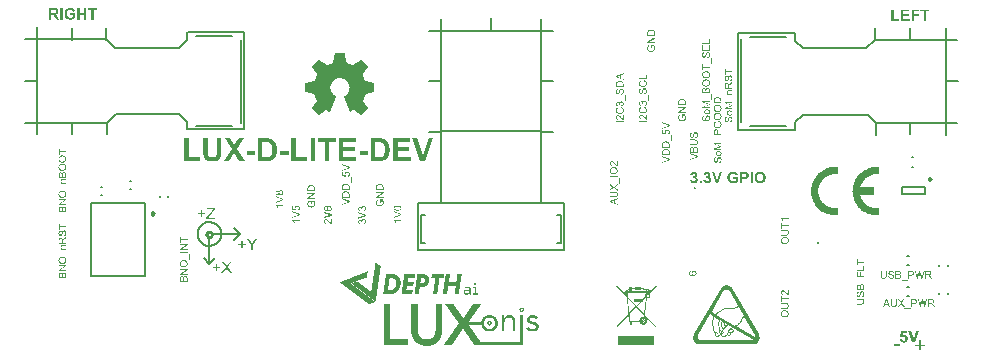
<source format=gto>
G04*
G04 #@! TF.GenerationSoftware,Altium Limited,Altium Designer,21.6.4 (81)*
G04*
G04 Layer_Color=65535*
%FSLAX44Y44*%
%MOMM*%
G71*
G04*
G04 #@! TF.SameCoordinates,F86692EB-C332-45F3-9BF4-4BC724F80BFF*
G04*
G04*
G04 #@! TF.FilePolarity,Positive*
G04*
G01*
G75*
%ADD10C,0.2500*%
%ADD11C,0.2000*%
%ADD12C,0.2540*%
G36*
X-24810Y-173415D02*
X-24896D01*
Y-174015D01*
X-24982D01*
Y-174615D01*
X-25067D01*
Y-175130D01*
X-25153D01*
Y-175730D01*
X-25239D01*
Y-176331D01*
X-25325D01*
Y-176931D01*
X-25410D01*
Y-177531D01*
X-25496D01*
Y-178131D01*
X-25582D01*
Y-178646D01*
X-25668D01*
Y-179246D01*
X-25753D01*
Y-179846D01*
X-25839D01*
Y-180447D01*
X-25925D01*
Y-181047D01*
X-26011D01*
Y-181562D01*
X-26096D01*
Y-182162D01*
X-26182D01*
Y-182762D01*
X-26268D01*
Y-183363D01*
X-26354D01*
Y-183963D01*
X-26439D01*
Y-184563D01*
X-26525D01*
Y-185078D01*
X-26611D01*
Y-185678D01*
X-26697D01*
Y-186278D01*
X-26783D01*
Y-186878D01*
X-26868D01*
Y-187479D01*
X-26954D01*
Y-187993D01*
X-27040D01*
Y-188594D01*
X-27125D01*
Y-189194D01*
X-27211D01*
Y-189794D01*
X-27297D01*
Y-190309D01*
X-30899D01*
Y-189966D01*
X-30813D01*
Y-189365D01*
X-30727D01*
Y-188765D01*
X-30642D01*
Y-188251D01*
X-30556D01*
Y-187650D01*
X-30470D01*
Y-187050D01*
X-30384D01*
Y-186450D01*
X-30299D01*
Y-185849D01*
X-30213D01*
Y-185249D01*
X-30127D01*
Y-184735D01*
X-30041D01*
Y-184134D01*
X-29955D01*
Y-183534D01*
X-29870D01*
Y-183191D01*
X-36301D01*
Y-183791D01*
X-36387D01*
Y-184391D01*
X-36473D01*
Y-184906D01*
X-36559D01*
Y-185506D01*
X-36644D01*
Y-185849D01*
Y-185935D01*
Y-186107D01*
X-36730D01*
Y-186707D01*
X-36816D01*
Y-187307D01*
X-36902D01*
Y-187908D01*
X-36987D01*
Y-188422D01*
X-37073D01*
Y-189022D01*
X-37159D01*
Y-189623D01*
X-37245D01*
Y-190223D01*
X-37330D01*
Y-190309D01*
X-40846D01*
Y-189794D01*
X-40761D01*
Y-189280D01*
X-40675D01*
Y-188679D01*
X-40589D01*
Y-188079D01*
X-40503D01*
Y-187479D01*
X-40418D01*
Y-186878D01*
X-40332D01*
Y-186278D01*
X-40246D01*
Y-185678D01*
X-40160D01*
Y-185163D01*
X-40075D01*
Y-184563D01*
X-39989D01*
Y-183963D01*
X-39903D01*
Y-183363D01*
X-39817D01*
Y-182762D01*
X-39732D01*
Y-182162D01*
X-39646D01*
Y-181647D01*
X-39560D01*
Y-181047D01*
X-39474D01*
Y-180447D01*
X-39389D01*
Y-179846D01*
X-39303D01*
Y-179246D01*
X-39217D01*
Y-178646D01*
X-39131D01*
Y-178046D01*
X-39046D01*
Y-177531D01*
X-38960D01*
Y-176931D01*
X-38874D01*
Y-176331D01*
X-38788D01*
Y-175730D01*
X-38702D01*
Y-175130D01*
X-38617D01*
Y-174530D01*
X-38531D01*
Y-173929D01*
X-38445D01*
Y-173415D01*
X-38359D01*
Y-173243D01*
X-34843D01*
Y-173844D01*
X-34929D01*
Y-174444D01*
X-35015D01*
Y-175130D01*
X-35101D01*
Y-175730D01*
X-35187D01*
Y-176331D01*
X-35272D01*
Y-176931D01*
X-35358D01*
Y-177531D01*
X-35444D01*
Y-178131D01*
X-35530D01*
Y-178732D01*
X-35615D01*
Y-179332D01*
X-35701D01*
Y-179675D01*
X-29355D01*
Y-179418D01*
X-29269D01*
Y-178817D01*
X-29184D01*
Y-178217D01*
X-29098D01*
Y-177617D01*
X-29012D01*
Y-177102D01*
X-28926D01*
Y-176502D01*
X-28841D01*
Y-175902D01*
X-28755D01*
Y-175301D01*
X-28669D01*
Y-174701D01*
X-28583D01*
Y-174101D01*
X-28498D01*
Y-173500D01*
X-28412D01*
Y-173243D01*
X-24810D01*
Y-173415D01*
D02*
G37*
G36*
X-12890Y-181047D02*
X-12718D01*
Y-181133D01*
X-12633D01*
Y-181219D01*
X-12547D01*
Y-181304D01*
Y-182419D01*
X-12633D01*
Y-182505D01*
X-12718D01*
Y-182591D01*
X-12890D01*
Y-182676D01*
X-13919D01*
Y-182591D01*
X-14176D01*
Y-182505D01*
X-14262D01*
Y-182248D01*
X-14348D01*
Y-181390D01*
X-14262D01*
Y-181133D01*
X-14176D01*
Y-181047D01*
X-13919D01*
Y-180961D01*
X-12890D01*
Y-181047D01*
D02*
G37*
G36*
X-97788Y-163896D02*
X-97617D01*
Y-163982D01*
X-97531D01*
Y-164067D01*
X-97360D01*
Y-164153D01*
X-97274D01*
Y-164239D01*
X-97102D01*
Y-164325D01*
X-97016D01*
Y-164410D01*
X-96845D01*
Y-164496D01*
X-96759D01*
Y-164582D01*
X-96588D01*
Y-164668D01*
X-96502D01*
Y-164753D01*
X-96330D01*
Y-164839D01*
X-96245D01*
Y-164925D01*
X-96073D01*
Y-165011D01*
X-95987D01*
Y-165096D01*
X-95816D01*
Y-165182D01*
X-95730D01*
Y-165268D01*
X-95559D01*
Y-165354D01*
X-95473D01*
Y-165439D01*
X-95301D01*
Y-165525D01*
X-95216D01*
Y-165611D01*
X-95130D01*
Y-165697D01*
X-94958D01*
Y-165783D01*
X-94873D01*
Y-165868D01*
X-94701D01*
Y-165954D01*
X-94615D01*
Y-166040D01*
X-94444D01*
Y-166126D01*
X-94358D01*
Y-166211D01*
X-94186D01*
Y-166297D01*
X-94101D01*
Y-166383D01*
X-93929D01*
Y-166469D01*
X-93843D01*
Y-166554D01*
X-93672D01*
Y-166640D01*
X-93586D01*
Y-166726D01*
X-93415D01*
Y-167069D01*
X-93500D01*
Y-167583D01*
X-93586D01*
Y-168184D01*
X-93672D01*
Y-168784D01*
X-93758D01*
Y-169384D01*
X-93843D01*
Y-169899D01*
X-93929D01*
Y-170499D01*
X-94015D01*
Y-171099D01*
X-94101D01*
Y-171700D01*
X-94186D01*
Y-172300D01*
X-94272D01*
Y-172815D01*
X-94358D01*
Y-173415D01*
X-94444D01*
Y-174015D01*
X-94530D01*
Y-174615D01*
X-94615D01*
Y-175216D01*
X-94701D01*
Y-175730D01*
X-94787D01*
Y-176331D01*
X-94873D01*
Y-176931D01*
X-94958D01*
Y-177531D01*
X-95044D01*
Y-178131D01*
X-95130D01*
Y-178646D01*
X-95216D01*
Y-179246D01*
X-95301D01*
Y-179846D01*
X-95387D01*
Y-180447D01*
X-95473D01*
Y-181047D01*
X-95559D01*
Y-181562D01*
X-95644D01*
Y-182162D01*
X-95730D01*
Y-182762D01*
X-95816D01*
Y-183363D01*
X-95902D01*
Y-183877D01*
X-95987D01*
Y-184477D01*
X-96073D01*
Y-185078D01*
X-96159D01*
Y-185678D01*
X-96245D01*
Y-186278D01*
X-96330D01*
Y-186793D01*
X-96416D01*
Y-187393D01*
X-96502D01*
Y-187993D01*
X-96588D01*
Y-188594D01*
X-96673D01*
Y-189194D01*
X-96759D01*
Y-189708D01*
X-96845D01*
Y-190309D01*
X-96931D01*
Y-190909D01*
X-97016D01*
Y-191509D01*
X-97102D01*
Y-192110D01*
X-97188D01*
Y-192624D01*
X-97274D01*
Y-193224D01*
X-97360D01*
Y-193825D01*
X-97445D01*
Y-194425D01*
X-97531D01*
Y-195025D01*
X-97617D01*
Y-195540D01*
X-97703D01*
Y-196140D01*
X-97788D01*
Y-196655D01*
X-97874D01*
Y-196569D01*
X-97960D01*
Y-196483D01*
X-98046D01*
Y-196397D01*
X-98217D01*
Y-196312D01*
X-98303D01*
Y-196226D01*
X-98389D01*
Y-196140D01*
X-98560D01*
Y-196054D01*
X-98646D01*
Y-195969D01*
X-98732D01*
Y-195883D01*
X-98903D01*
Y-195797D01*
X-98989D01*
Y-195711D01*
X-99075D01*
Y-195625D01*
X-99246D01*
Y-195540D01*
X-99332D01*
Y-195454D01*
X-99418D01*
Y-195368D01*
X-99589D01*
Y-195282D01*
X-99675D01*
Y-195197D01*
X-99761D01*
Y-195111D01*
X-99932D01*
Y-195025D01*
X-100018D01*
Y-194939D01*
X-100104D01*
Y-194854D01*
X-100275D01*
Y-194768D01*
X-100361D01*
Y-194682D01*
X-100447D01*
Y-194597D01*
X-100618D01*
Y-194511D01*
X-100704D01*
Y-194425D01*
X-100790D01*
Y-194339D01*
X-100961D01*
Y-194254D01*
X-101047D01*
Y-194168D01*
X-101133D01*
Y-194082D01*
X-101304D01*
Y-193996D01*
X-101390D01*
Y-193910D01*
X-101476D01*
Y-193825D01*
X-101647D01*
Y-193739D01*
X-101733D01*
Y-193653D01*
X-101819D01*
Y-193567D01*
X-101990D01*
Y-193482D01*
X-102076D01*
Y-193396D01*
X-102162D01*
Y-193310D01*
X-102333D01*
Y-193224D01*
X-102419D01*
Y-193139D01*
X-102505D01*
Y-193053D01*
X-102676D01*
Y-192967D01*
X-102762D01*
Y-192881D01*
X-102848D01*
Y-192796D01*
X-103019D01*
Y-192710D01*
X-103105D01*
Y-192624D01*
X-103191D01*
Y-192538D01*
X-103362D01*
Y-192453D01*
X-103448D01*
Y-192367D01*
X-103534D01*
Y-192281D01*
X-103705D01*
Y-192195D01*
X-103791D01*
Y-192110D01*
X-103877D01*
Y-192024D01*
X-104049D01*
Y-191938D01*
X-104134D01*
Y-191852D01*
X-104220D01*
Y-191766D01*
X-104391D01*
Y-191681D01*
X-104477D01*
Y-191595D01*
X-104563D01*
Y-191509D01*
X-104734D01*
Y-191423D01*
X-104820D01*
Y-191338D01*
X-104906D01*
Y-191252D01*
X-105077D01*
Y-191166D01*
X-105163D01*
Y-191080D01*
X-105249D01*
Y-190995D01*
X-105421D01*
Y-190909D01*
X-105506D01*
Y-190823D01*
X-105592D01*
Y-190737D01*
X-105764D01*
Y-190652D01*
X-105849D01*
Y-190566D01*
X-105935D01*
Y-190480D01*
X-106107D01*
Y-190394D01*
X-106192D01*
Y-190309D01*
X-106278D01*
Y-190223D01*
X-106364D01*
Y-190137D01*
X-106535D01*
Y-190051D01*
X-106621D01*
Y-189966D01*
X-106707D01*
Y-189880D01*
X-106878D01*
Y-189794D01*
X-106964D01*
Y-189708D01*
X-107050D01*
Y-189623D01*
X-107221D01*
Y-189537D01*
X-107307D01*
Y-189451D01*
X-107393D01*
Y-189365D01*
X-107564D01*
Y-189280D01*
X-107650D01*
Y-189194D01*
X-107736D01*
Y-189108D01*
X-107907D01*
Y-189022D01*
X-107993D01*
Y-188937D01*
X-108079D01*
Y-188851D01*
X-108251D01*
Y-188765D01*
X-108336D01*
Y-188679D01*
X-108422D01*
Y-188594D01*
X-108594D01*
Y-188508D01*
X-108679D01*
Y-188422D01*
X-108765D01*
Y-188336D01*
X-108937D01*
Y-188251D01*
X-109022D01*
Y-188165D01*
X-109108D01*
Y-188079D01*
X-109280D01*
Y-187993D01*
X-109365D01*
Y-187908D01*
X-109451D01*
Y-187822D01*
X-109623D01*
Y-187736D01*
X-109708D01*
Y-187650D01*
X-109794D01*
Y-187565D01*
X-109966D01*
Y-187479D01*
X-110051D01*
Y-187393D01*
X-110137D01*
Y-187307D01*
X-110309D01*
Y-187222D01*
X-110394D01*
Y-187136D01*
X-110480D01*
Y-187050D01*
X-110652D01*
Y-186964D01*
X-110737D01*
Y-186878D01*
X-110823D01*
Y-186793D01*
X-110995D01*
Y-186707D01*
X-111080D01*
Y-186621D01*
X-111166D01*
Y-186535D01*
X-111338D01*
Y-186450D01*
X-111423D01*
Y-186364D01*
X-111509D01*
Y-186278D01*
X-111681D01*
Y-186192D01*
X-111767D01*
Y-186107D01*
X-111852D01*
Y-186021D01*
X-112024D01*
Y-185935D01*
X-112109D01*
Y-185849D01*
X-112195D01*
Y-185764D01*
X-112367D01*
Y-185678D01*
X-112452D01*
Y-185592D01*
X-112538D01*
Y-185506D01*
X-112710D01*
Y-185421D01*
X-112796D01*
Y-185335D01*
X-112881D01*
Y-185249D01*
X-113053D01*
Y-185163D01*
X-113139D01*
Y-185078D01*
X-113224D01*
Y-184992D01*
X-113396D01*
Y-184906D01*
X-113482D01*
Y-184820D01*
X-113567D01*
Y-184735D01*
X-113739D01*
Y-184649D01*
X-113825D01*
Y-184563D01*
X-113910D01*
Y-184477D01*
X-114082D01*
Y-184391D01*
X-114168D01*
Y-184306D01*
X-114253D01*
Y-184220D01*
X-114425D01*
Y-184134D01*
X-114511D01*
Y-184049D01*
X-114596D01*
Y-183963D01*
X-114768D01*
Y-183877D01*
X-114854D01*
Y-183791D01*
X-114939D01*
Y-183706D01*
X-115111D01*
Y-183620D01*
X-115197D01*
Y-183534D01*
X-115282D01*
Y-183448D01*
X-115454D01*
Y-183363D01*
X-115540D01*
Y-183277D01*
X-115625D01*
Y-183191D01*
X-115797D01*
Y-183105D01*
X-115883D01*
Y-183019D01*
X-115969D01*
Y-182934D01*
X-116140D01*
Y-182848D01*
X-116226D01*
Y-182762D01*
X-116312D01*
Y-182676D01*
X-116483D01*
Y-182591D01*
X-116569D01*
Y-182505D01*
X-116655D01*
Y-182419D01*
X-116826D01*
Y-182333D01*
X-116912D01*
Y-182248D01*
X-116998D01*
Y-182162D01*
X-117169D01*
Y-182076D01*
X-117255D01*
Y-181990D01*
X-117341D01*
Y-181905D01*
X-117512D01*
Y-181819D01*
X-117598D01*
Y-181733D01*
X-117684D01*
Y-181647D01*
X-117855D01*
Y-181562D01*
X-117941D01*
Y-181476D01*
X-118027D01*
Y-181390D01*
X-118198D01*
Y-181219D01*
X-117941D01*
Y-181133D01*
X-117684D01*
Y-181047D01*
X-117426D01*
Y-180961D01*
X-117169D01*
Y-180875D01*
X-116912D01*
Y-180790D01*
X-116740D01*
Y-180704D01*
X-116483D01*
Y-180618D01*
X-116226D01*
Y-180532D01*
X-115969D01*
Y-180447D01*
X-115711D01*
Y-180361D01*
X-115540D01*
Y-180275D01*
X-115282D01*
Y-180189D01*
X-115025D01*
Y-180104D01*
X-114768D01*
Y-180018D01*
X-114511D01*
Y-179932D01*
X-114253D01*
Y-179846D01*
X-114082D01*
Y-179761D01*
X-113825D01*
Y-179675D01*
X-113567D01*
Y-179589D01*
X-113224D01*
Y-179675D01*
X-113139D01*
Y-179761D01*
X-113053D01*
Y-179846D01*
X-112881D01*
Y-179932D01*
X-112796D01*
Y-180018D01*
X-112710D01*
Y-180104D01*
X-112538D01*
Y-180189D01*
X-112452D01*
Y-180275D01*
X-112367D01*
Y-180361D01*
X-112195D01*
Y-180447D01*
X-112109D01*
Y-180532D01*
X-112024D01*
Y-180618D01*
X-111852D01*
Y-180704D01*
X-111767D01*
Y-180790D01*
X-111595D01*
Y-180875D01*
X-111509D01*
Y-180961D01*
X-111423D01*
Y-181047D01*
X-111252D01*
Y-181133D01*
X-111166D01*
Y-181219D01*
X-111080D01*
Y-181304D01*
X-110909D01*
Y-181390D01*
X-110823D01*
Y-181476D01*
X-110737D01*
Y-181562D01*
X-110566D01*
Y-181647D01*
X-110480D01*
Y-181733D01*
X-110394D01*
Y-181819D01*
X-110223D01*
Y-181905D01*
X-110137D01*
Y-181990D01*
X-110051D01*
Y-182076D01*
X-109880D01*
Y-182162D01*
X-109794D01*
Y-182248D01*
X-109708D01*
Y-182333D01*
X-109537D01*
Y-182419D01*
X-109451D01*
Y-182505D01*
X-109365D01*
Y-182591D01*
X-109194D01*
Y-182676D01*
X-109108D01*
Y-182762D01*
X-109022D01*
Y-182848D01*
X-108851D01*
Y-182934D01*
X-108765D01*
Y-183019D01*
X-108679D01*
Y-183105D01*
X-108508D01*
Y-183191D01*
X-108422D01*
Y-183277D01*
X-108336D01*
Y-183363D01*
X-108165D01*
Y-183448D01*
X-108079D01*
Y-183534D01*
X-107993D01*
Y-183620D01*
X-107822D01*
Y-183706D01*
X-107736D01*
Y-183791D01*
X-107564D01*
Y-183877D01*
X-107479D01*
Y-183963D01*
X-107393D01*
Y-184049D01*
X-107221D01*
Y-184134D01*
X-107136D01*
Y-184220D01*
X-107050D01*
Y-184306D01*
X-106878D01*
Y-184391D01*
X-106793D01*
Y-184477D01*
X-106707D01*
Y-184563D01*
X-106535D01*
Y-184649D01*
X-106450D01*
Y-184735D01*
X-106364D01*
Y-184820D01*
X-106192D01*
Y-184906D01*
X-106107D01*
Y-184992D01*
X-106021D01*
Y-185078D01*
X-105849D01*
Y-185163D01*
X-105764D01*
Y-185249D01*
X-105678D01*
Y-185335D01*
X-105506D01*
Y-185421D01*
X-105421D01*
Y-185506D01*
X-105335D01*
Y-185592D01*
X-105163D01*
Y-185678D01*
X-105077D01*
Y-185764D01*
X-104992D01*
Y-185849D01*
X-104820D01*
Y-185935D01*
X-104734D01*
Y-186021D01*
X-104649D01*
Y-186107D01*
X-104477D01*
Y-186192D01*
X-104391D01*
Y-186278D01*
X-104306D01*
Y-186364D01*
X-104134D01*
Y-186450D01*
X-104049D01*
Y-186535D01*
X-103877D01*
Y-186621D01*
X-103791D01*
Y-186707D01*
X-103705D01*
Y-186793D01*
X-103534D01*
Y-186878D01*
X-103448D01*
Y-186964D01*
X-103362D01*
Y-187050D01*
X-103191D01*
Y-187136D01*
X-103105D01*
Y-187222D01*
X-103019D01*
Y-187307D01*
X-102848D01*
Y-187393D01*
X-102762D01*
Y-187479D01*
X-102676D01*
Y-187565D01*
X-102505D01*
Y-187650D01*
X-102419D01*
Y-187736D01*
X-102333D01*
Y-187822D01*
X-102162D01*
Y-187908D01*
X-102076D01*
Y-187993D01*
X-101990D01*
Y-188079D01*
X-101819D01*
Y-188165D01*
X-101561D01*
Y-188079D01*
X-101476D01*
Y-187822D01*
X-101390D01*
Y-187222D01*
X-101304D01*
Y-186621D01*
X-101219D01*
Y-186021D01*
X-101133D01*
Y-185506D01*
X-101047D01*
Y-184906D01*
X-100961D01*
Y-184306D01*
X-100876D01*
Y-183706D01*
X-100790D01*
Y-183105D01*
X-100704D01*
Y-182591D01*
X-100618D01*
Y-181990D01*
X-100533D01*
Y-181390D01*
X-100447D01*
Y-180790D01*
X-100361D01*
Y-180189D01*
X-100275D01*
Y-179589D01*
X-100189D01*
Y-179075D01*
X-100104D01*
Y-178474D01*
X-100018D01*
Y-177874D01*
X-99932D01*
Y-177274D01*
X-99846D01*
Y-176674D01*
X-99761D01*
Y-176159D01*
X-99675D01*
Y-175559D01*
X-99589D01*
Y-174958D01*
X-99503D01*
Y-174358D01*
X-99418D01*
Y-173758D01*
X-99332D01*
Y-173243D01*
X-99246D01*
Y-172643D01*
X-99160D01*
Y-172043D01*
X-99075D01*
Y-171442D01*
X-98989D01*
Y-170842D01*
X-98903D01*
Y-170242D01*
X-98817D01*
Y-169727D01*
X-98732D01*
Y-169127D01*
X-98646D01*
Y-168527D01*
X-98560D01*
Y-167926D01*
X-98474D01*
Y-167326D01*
X-98389D01*
Y-166812D01*
X-98303D01*
Y-166211D01*
X-98217D01*
Y-165611D01*
X-98131D01*
Y-165011D01*
X-98046D01*
Y-164410D01*
X-97960D01*
Y-163810D01*
X-97788D01*
Y-163896D01*
D02*
G37*
G36*
X-39732Y-173844D02*
X-39817D01*
Y-174358D01*
X-39903D01*
Y-174958D01*
X-39989D01*
Y-175559D01*
X-40075D01*
Y-176159D01*
X-40160D01*
Y-176331D01*
X-43676D01*
Y-176931D01*
X-43762D01*
Y-177531D01*
X-43848D01*
Y-178046D01*
X-43934D01*
Y-178646D01*
X-44019D01*
Y-179246D01*
X-44105D01*
Y-179846D01*
X-44191D01*
Y-180447D01*
X-44277D01*
Y-181047D01*
X-44362D01*
Y-181562D01*
X-44448D01*
Y-182162D01*
X-44534D01*
Y-182762D01*
X-44620D01*
Y-183363D01*
X-44705D01*
Y-183963D01*
X-44791D01*
Y-184563D01*
X-44877D01*
Y-185078D01*
X-44963D01*
Y-185678D01*
X-45048D01*
Y-186278D01*
X-45134D01*
Y-186878D01*
X-45220D01*
Y-187479D01*
X-45306D01*
Y-188079D01*
X-45392D01*
Y-188594D01*
X-45477D01*
Y-189194D01*
X-45563D01*
Y-189794D01*
X-45649D01*
Y-190309D01*
X-49165D01*
Y-189794D01*
X-49079D01*
Y-189194D01*
X-48993D01*
Y-188594D01*
X-48907D01*
Y-187993D01*
X-48822D01*
Y-187393D01*
X-48736D01*
Y-186793D01*
X-48650D01*
Y-186192D01*
X-48564D01*
Y-185592D01*
X-48479D01*
Y-184992D01*
X-48393D01*
Y-184477D01*
X-48307D01*
Y-183877D01*
X-48221D01*
Y-183277D01*
X-48136D01*
Y-182676D01*
X-48050D01*
Y-182076D01*
X-47964D01*
Y-181476D01*
X-47878D01*
Y-180875D01*
X-47793D01*
Y-180275D01*
X-47707D01*
Y-179675D01*
X-47621D01*
Y-179075D01*
X-47535D01*
Y-178474D01*
X-47450D01*
Y-177960D01*
X-47364D01*
Y-177360D01*
X-47278D01*
Y-176759D01*
X-47192D01*
Y-176331D01*
X-50623D01*
Y-176159D01*
X-50537D01*
Y-175559D01*
X-50451D01*
Y-174873D01*
X-50365D01*
Y-174272D01*
X-50280D01*
Y-173672D01*
X-50194D01*
Y-173586D01*
Y-173243D01*
X-39732D01*
Y-173844D01*
D02*
G37*
G36*
X-57483Y-173329D02*
X-56883D01*
Y-173415D01*
X-56454D01*
Y-173500D01*
X-56111D01*
Y-173586D01*
X-55768D01*
Y-173672D01*
X-55596D01*
Y-173758D01*
X-55339D01*
Y-173844D01*
X-55168D01*
Y-173929D01*
X-54996D01*
Y-174015D01*
X-54825D01*
Y-174101D01*
X-54653D01*
Y-174187D01*
X-54482D01*
Y-174272D01*
X-54396D01*
Y-174358D01*
X-54224D01*
Y-174444D01*
X-54139D01*
Y-174530D01*
X-54053D01*
Y-174615D01*
X-53967D01*
Y-174701D01*
X-53881D01*
Y-174787D01*
X-53795D01*
Y-174873D01*
X-53710D01*
Y-174958D01*
X-53624D01*
Y-175044D01*
X-53538D01*
Y-175130D01*
X-53453D01*
Y-175216D01*
X-53367D01*
Y-175301D01*
X-53281D01*
Y-175473D01*
X-53195D01*
Y-175644D01*
X-53109D01*
Y-175730D01*
X-53024D01*
Y-175902D01*
X-52938D01*
Y-176073D01*
X-52852D01*
Y-176331D01*
X-52766D01*
Y-176588D01*
X-52681D01*
Y-176845D01*
X-52595D01*
Y-177188D01*
X-52509D01*
Y-177788D01*
X-52424D01*
Y-179418D01*
X-52509D01*
Y-179932D01*
X-52595D01*
Y-180275D01*
X-52681D01*
Y-180532D01*
X-52766D01*
Y-180790D01*
X-52852D01*
Y-180961D01*
X-52938D01*
Y-181133D01*
X-53024D01*
Y-181304D01*
X-53109D01*
Y-181476D01*
X-53195D01*
Y-181647D01*
X-53281D01*
Y-181819D01*
X-53367D01*
Y-181905D01*
X-53453D01*
Y-182076D01*
X-53538D01*
Y-182162D01*
X-53624D01*
Y-182248D01*
X-53710D01*
Y-182333D01*
X-53795D01*
Y-182419D01*
X-53881D01*
Y-182591D01*
X-53967D01*
Y-182676D01*
X-54053D01*
Y-182762D01*
X-54224D01*
Y-182848D01*
X-54310D01*
Y-182934D01*
X-54396D01*
Y-183019D01*
X-54482D01*
Y-183105D01*
X-54653D01*
Y-183191D01*
X-54739D01*
Y-183277D01*
X-54910D01*
Y-183363D01*
X-55082D01*
Y-183448D01*
X-55253D01*
Y-183534D01*
X-55425D01*
Y-183620D01*
X-55596D01*
Y-183706D01*
X-55768D01*
Y-183791D01*
X-56111D01*
Y-183877D01*
X-56368D01*
Y-183963D01*
X-56968D01*
Y-184049D01*
X-57998D01*
Y-184134D01*
X-60399D01*
Y-184477D01*
X-60484D01*
Y-185078D01*
X-60570D01*
Y-185678D01*
X-60656D01*
Y-186278D01*
X-60742D01*
Y-186793D01*
X-60827D01*
Y-187393D01*
X-60913D01*
Y-187993D01*
X-60999D01*
Y-188594D01*
X-61085D01*
Y-189194D01*
X-61171D01*
Y-189708D01*
X-61256D01*
Y-190309D01*
X-64858D01*
Y-189966D01*
X-64772D01*
Y-189365D01*
X-64686D01*
Y-188765D01*
X-64601D01*
Y-188165D01*
X-64515D01*
Y-187565D01*
X-64429D01*
Y-186964D01*
X-64344D01*
Y-186364D01*
X-64258D01*
Y-185764D01*
X-64172D01*
Y-185163D01*
X-64086D01*
Y-184563D01*
X-64001D01*
Y-184049D01*
X-63915D01*
Y-183448D01*
X-63829D01*
Y-182848D01*
X-63743D01*
Y-182248D01*
X-63657D01*
Y-181647D01*
X-63572D01*
Y-181047D01*
X-63486D01*
Y-180447D01*
X-63400D01*
Y-179846D01*
X-63314D01*
Y-179246D01*
X-63229D01*
Y-178646D01*
X-63143D01*
Y-178046D01*
X-63057D01*
Y-177445D01*
X-62971D01*
Y-176931D01*
X-62886D01*
Y-176331D01*
X-62800D01*
Y-175730D01*
X-62714D01*
Y-175130D01*
X-62628D01*
Y-174530D01*
X-62543D01*
Y-173929D01*
X-62457D01*
Y-173329D01*
X-62371D01*
Y-173243D01*
X-57483D01*
Y-173329D01*
D02*
G37*
G36*
X-64086Y-173758D02*
X-64172D01*
Y-174358D01*
X-64258D01*
Y-174958D01*
X-64344D01*
Y-175473D01*
X-64429D01*
Y-176073D01*
X-64515D01*
Y-176331D01*
X-70261D01*
Y-176845D01*
X-70346D01*
Y-177445D01*
X-70432D01*
Y-177874D01*
Y-177960D01*
Y-178046D01*
X-70518D01*
Y-178560D01*
X-70604D01*
Y-179160D01*
X-70689D01*
Y-179761D01*
X-70775D01*
Y-180018D01*
X-65373D01*
Y-180361D01*
X-65458D01*
Y-180875D01*
X-65544D01*
Y-181476D01*
X-65630D01*
Y-181990D01*
X-65716D01*
Y-182505D01*
X-65801D01*
Y-183105D01*
X-71204D01*
Y-183191D01*
X-71290D01*
Y-183706D01*
X-71375D01*
Y-184306D01*
X-71461D01*
Y-184820D01*
X-71547D01*
Y-185421D01*
X-71633D01*
Y-186021D01*
X-71719D01*
Y-186535D01*
X-71804D01*
Y-187136D01*
X-71890D01*
Y-187222D01*
X-66316D01*
Y-187393D01*
X-66402D01*
Y-187908D01*
X-66487D01*
Y-188508D01*
X-66573D01*
Y-189108D01*
X-66659D01*
Y-189708D01*
X-66745D01*
Y-190309D01*
X-75921D01*
Y-190051D01*
X-75835D01*
Y-189451D01*
X-75749D01*
Y-188937D01*
X-75663D01*
Y-188336D01*
X-75578D01*
Y-187736D01*
X-75492D01*
Y-187222D01*
X-75406D01*
Y-186621D01*
X-75320D01*
Y-186107D01*
X-75234D01*
Y-185506D01*
X-75149D01*
Y-184906D01*
X-75063D01*
Y-184391D01*
X-74977D01*
Y-183791D01*
X-74892D01*
Y-183277D01*
X-74806D01*
Y-182676D01*
X-74720D01*
Y-182076D01*
X-74634D01*
Y-181562D01*
X-74549D01*
Y-180961D01*
X-74463D01*
Y-180447D01*
X-74377D01*
Y-179846D01*
X-74291D01*
Y-179246D01*
X-74205D01*
Y-178732D01*
X-74120D01*
Y-178131D01*
X-74034D01*
Y-177617D01*
X-73948D01*
Y-177017D01*
X-73862D01*
Y-176416D01*
X-73777D01*
Y-175902D01*
X-73691D01*
Y-175301D01*
X-73605D01*
Y-174787D01*
X-73519D01*
Y-174187D01*
X-73434D01*
Y-173586D01*
X-73348D01*
Y-173243D01*
X-64086D01*
Y-173758D01*
D02*
G37*
G36*
X-83467Y-173329D02*
X-82952D01*
Y-173415D01*
X-82524D01*
Y-173500D01*
X-82181D01*
Y-173586D01*
X-81924D01*
Y-173672D01*
X-81580D01*
Y-173758D01*
X-81323D01*
Y-173844D01*
X-81152D01*
Y-173929D01*
X-80894D01*
Y-174015D01*
X-80723D01*
Y-174101D01*
X-80466D01*
Y-174187D01*
X-80294D01*
Y-174272D01*
X-80123D01*
Y-174358D01*
X-80037D01*
Y-174444D01*
X-79865D01*
Y-174530D01*
X-79694D01*
Y-174615D01*
X-79608D01*
Y-174701D01*
X-79436D01*
Y-174787D01*
X-79351D01*
Y-174873D01*
X-79265D01*
Y-174958D01*
X-79179D01*
Y-175044D01*
X-79093D01*
Y-175130D01*
X-78922D01*
Y-175216D01*
X-78836D01*
Y-175301D01*
X-78751D01*
Y-175387D01*
X-78665D01*
Y-175473D01*
X-78579D01*
Y-175559D01*
X-78493D01*
Y-175730D01*
X-78408D01*
Y-175816D01*
X-78322D01*
Y-175902D01*
X-78236D01*
Y-175987D01*
X-78150D01*
Y-176073D01*
X-78064D01*
Y-176245D01*
X-77979D01*
Y-176331D01*
X-77893D01*
Y-176502D01*
X-77807D01*
Y-176588D01*
X-77721D01*
Y-176759D01*
X-77636D01*
Y-176931D01*
X-77550D01*
Y-177017D01*
X-77464D01*
Y-177188D01*
X-77378D01*
Y-177360D01*
X-77293D01*
Y-177617D01*
X-77207D01*
Y-177788D01*
X-77121D01*
Y-178046D01*
X-77035D01*
Y-178303D01*
X-76950D01*
Y-178560D01*
X-76864D01*
Y-178903D01*
X-76778D01*
Y-179332D01*
X-76692D01*
Y-179932D01*
X-76607D01*
Y-181990D01*
X-76692D01*
Y-182676D01*
X-76778D01*
Y-183105D01*
X-76864D01*
Y-183534D01*
X-76950D01*
Y-183877D01*
X-77035D01*
Y-184134D01*
X-77121D01*
Y-184391D01*
X-77207D01*
Y-184649D01*
X-77293D01*
Y-184820D01*
X-77378D01*
Y-184992D01*
X-77464D01*
Y-185249D01*
X-77550D01*
Y-185421D01*
X-77636D01*
Y-185592D01*
X-77721D01*
Y-185764D01*
X-77807D01*
Y-185935D01*
X-77893D01*
Y-186021D01*
X-77979D01*
Y-186192D01*
X-78064D01*
Y-186364D01*
X-78150D01*
Y-186450D01*
X-78236D01*
Y-186621D01*
X-78322D01*
Y-186707D01*
X-78408D01*
Y-186793D01*
X-78493D01*
Y-186964D01*
X-78579D01*
Y-187050D01*
X-78665D01*
Y-187136D01*
X-78751D01*
Y-187307D01*
X-78836D01*
Y-187393D01*
X-78922D01*
Y-187479D01*
X-79008D01*
Y-187565D01*
X-79093D01*
Y-187650D01*
X-79179D01*
Y-187736D01*
X-79265D01*
Y-187822D01*
X-79351D01*
Y-187908D01*
X-79436D01*
Y-187993D01*
X-79522D01*
Y-188079D01*
X-79608D01*
Y-188165D01*
X-79694D01*
Y-188251D01*
X-79865D01*
Y-188336D01*
X-79951D01*
Y-188422D01*
X-80037D01*
Y-188508D01*
X-80123D01*
Y-188594D01*
X-80294D01*
Y-188679D01*
X-80380D01*
Y-188765D01*
X-80466D01*
Y-188851D01*
X-80637D01*
Y-188937D01*
X-80723D01*
Y-189022D01*
X-80894D01*
Y-189108D01*
X-81066D01*
Y-189194D01*
X-81152D01*
Y-189280D01*
X-81323D01*
Y-189365D01*
X-81495D01*
Y-189451D01*
X-81666D01*
Y-189537D01*
X-81838D01*
Y-189623D01*
X-82009D01*
Y-189708D01*
X-82267D01*
Y-189794D01*
X-82438D01*
Y-189880D01*
X-82695D01*
Y-189966D01*
X-83038D01*
Y-190051D01*
X-83381D01*
Y-190137D01*
X-83896D01*
Y-190223D01*
X-84582D01*
Y-190309D01*
X-91442D01*
Y-190051D01*
X-91357D01*
Y-189537D01*
X-91271D01*
Y-188937D01*
X-91185D01*
Y-188336D01*
X-91099D01*
Y-187736D01*
X-91014D01*
Y-187136D01*
X-90928D01*
Y-186621D01*
X-90842D01*
Y-186021D01*
X-90756D01*
Y-185421D01*
X-90671D01*
Y-184820D01*
X-90585D01*
Y-184220D01*
X-90499D01*
Y-183706D01*
X-90413D01*
Y-183105D01*
X-90328D01*
Y-182505D01*
X-90242D01*
Y-181905D01*
X-90156D01*
Y-181304D01*
X-90070D01*
Y-180704D01*
X-89985D01*
Y-180189D01*
X-89899D01*
Y-179589D01*
X-89813D01*
Y-178989D01*
X-89727D01*
Y-178389D01*
X-89642D01*
Y-177788D01*
X-89556D01*
Y-177274D01*
X-89470D01*
Y-176674D01*
X-89384D01*
Y-176073D01*
X-89298D01*
Y-175473D01*
X-89213D01*
Y-174873D01*
X-89127D01*
Y-174358D01*
X-89041D01*
Y-173758D01*
X-88955D01*
Y-173243D01*
X-83467D01*
Y-173329D01*
D02*
G37*
G36*
X-13061Y-184134D02*
X-12804D01*
Y-184220D01*
X-12718D01*
Y-184306D01*
X-12633D01*
Y-184477D01*
X-12547D01*
Y-186621D01*
Y-186707D01*
Y-189623D01*
X-11261D01*
Y-189708D01*
X-11089D01*
Y-189794D01*
X-10918D01*
Y-189966D01*
X-10832D01*
Y-190480D01*
X-10918D01*
Y-190566D01*
X-11003D01*
Y-190652D01*
X-11089D01*
Y-190737D01*
X-11346D01*
Y-190823D01*
X-14948D01*
Y-190737D01*
X-15205D01*
Y-190652D01*
X-15377D01*
Y-190566D01*
X-15463D01*
Y-190309D01*
X-15548D01*
Y-190051D01*
X-15463D01*
Y-189880D01*
X-15377D01*
Y-189794D01*
X-15291D01*
Y-189708D01*
X-15034D01*
Y-189623D01*
X-13748D01*
Y-185249D01*
X-15034D01*
Y-185163D01*
X-15291D01*
Y-185078D01*
X-15377D01*
Y-184992D01*
X-15463D01*
Y-184820D01*
X-15548D01*
Y-184563D01*
X-15463D01*
Y-184306D01*
X-15377D01*
Y-184220D01*
X-15291D01*
Y-184134D01*
X-14948D01*
Y-184049D01*
X-13061D01*
Y-184134D01*
D02*
G37*
G36*
X-18893D02*
X-18464D01*
Y-184220D01*
X-18293D01*
Y-184306D01*
X-18121D01*
Y-184391D01*
X-18035D01*
Y-184477D01*
X-17864D01*
Y-184563D01*
X-17778D01*
Y-184649D01*
X-17692D01*
Y-184820D01*
X-17607D01*
Y-184906D01*
X-17521D01*
Y-184992D01*
X-17435D01*
Y-185163D01*
X-17349D01*
Y-185506D01*
X-17264D01*
Y-187393D01*
X-17178D01*
Y-190480D01*
X-17264D01*
Y-190652D01*
X-17349D01*
Y-190737D01*
X-17521D01*
Y-190823D01*
X-17864D01*
Y-190737D01*
X-18035D01*
Y-190652D01*
X-18121D01*
Y-190566D01*
X-18207D01*
Y-190394D01*
X-18293D01*
Y-190223D01*
X-18464D01*
Y-190309D01*
X-18636D01*
Y-190394D01*
X-18807D01*
Y-190480D01*
X-18979D01*
Y-190566D01*
X-19150D01*
Y-190652D01*
X-19322D01*
Y-190737D01*
X-19493D01*
Y-190823D01*
X-21466D01*
Y-190737D01*
X-21809D01*
Y-190652D01*
X-21980D01*
Y-190566D01*
X-22152D01*
Y-190480D01*
X-22323D01*
Y-190394D01*
X-22409D01*
Y-190309D01*
X-22495D01*
Y-190223D01*
X-22580D01*
Y-190137D01*
X-22666D01*
Y-190051D01*
X-22752D01*
Y-189880D01*
X-22838D01*
Y-189708D01*
X-22923D01*
Y-189365D01*
X-23009D01*
Y-187908D01*
X-22923D01*
Y-187650D01*
X-22838D01*
Y-187479D01*
X-22752D01*
Y-187307D01*
X-22666D01*
Y-187222D01*
X-22580D01*
Y-187136D01*
X-22495D01*
Y-187050D01*
X-22409D01*
Y-186964D01*
X-22323D01*
Y-186878D01*
X-22152D01*
Y-186793D01*
X-21980D01*
Y-186707D01*
X-21809D01*
Y-186621D01*
X-21380D01*
Y-186535D01*
X-18378D01*
Y-186107D01*
X-18464D01*
Y-185592D01*
X-18550D01*
Y-185421D01*
X-18721D01*
Y-185335D01*
X-18893D01*
Y-185249D01*
X-21294D01*
Y-185163D01*
X-21551D01*
Y-185078D01*
X-21637D01*
Y-184992D01*
X-21723D01*
Y-184906D01*
X-21809D01*
Y-184477D01*
X-21723D01*
Y-184306D01*
X-21637D01*
Y-184220D01*
X-21551D01*
Y-184134D01*
X-21294D01*
Y-184049D01*
X-18893D01*
Y-184134D01*
D02*
G37*
G36*
X-104477Y-171528D02*
X-104563D01*
Y-172129D01*
X-104649D01*
Y-172729D01*
X-104734D01*
Y-173329D01*
X-104820D01*
Y-173929D01*
X-104906D01*
Y-174530D01*
X-104992D01*
Y-175130D01*
X-105077D01*
Y-175730D01*
X-105163D01*
Y-176159D01*
X-105249D01*
Y-176245D01*
X-105421D01*
Y-176331D01*
X-105678D01*
Y-176416D01*
X-105849D01*
Y-176502D01*
X-106107D01*
Y-176588D01*
X-106364D01*
Y-176674D01*
X-106621D01*
Y-176759D01*
X-106878D01*
Y-176845D01*
X-107050D01*
Y-176931D01*
X-107307D01*
Y-177017D01*
X-107564D01*
Y-177102D01*
X-107822D01*
Y-177188D01*
X-108079D01*
Y-177274D01*
X-108251D01*
Y-177360D01*
X-108508D01*
Y-177445D01*
X-108765D01*
Y-177531D01*
X-109022D01*
Y-177617D01*
X-109280D01*
Y-177703D01*
X-109451D01*
Y-177788D01*
X-109708D01*
Y-177874D01*
X-109966D01*
Y-177960D01*
X-110223D01*
Y-178046D01*
X-110480D01*
Y-178131D01*
X-110652D01*
Y-178217D01*
X-110909D01*
Y-178303D01*
X-111166D01*
Y-178389D01*
X-111423D01*
Y-178474D01*
X-111681D01*
Y-178560D01*
X-111852D01*
Y-178646D01*
X-112109D01*
Y-178732D01*
X-112367D01*
Y-178817D01*
X-112624D01*
Y-178903D01*
X-112881D01*
Y-178989D01*
X-113053D01*
Y-179075D01*
X-113310D01*
Y-179160D01*
X-113567D01*
Y-179246D01*
X-113825D01*
Y-179332D01*
X-114082D01*
Y-179418D01*
X-114253D01*
Y-179503D01*
X-114511D01*
Y-179589D01*
X-114768D01*
Y-179675D01*
X-115025D01*
Y-179761D01*
X-115197D01*
Y-179846D01*
X-115454D01*
Y-179932D01*
X-115711D01*
Y-180018D01*
X-115969D01*
Y-180104D01*
X-116226D01*
Y-180189D01*
X-116397D01*
Y-180275D01*
X-116655D01*
Y-180361D01*
X-116912D01*
Y-180447D01*
X-117169D01*
Y-180532D01*
X-117426D01*
Y-180618D01*
X-117598D01*
Y-180704D01*
X-117855D01*
Y-180790D01*
X-118112D01*
Y-180875D01*
X-118370D01*
Y-180961D01*
X-118627D01*
Y-181047D01*
X-118799D01*
Y-181133D01*
X-118884D01*
Y-181304D01*
X-118799D01*
Y-181390D01*
X-118713D01*
Y-181476D01*
X-118627D01*
Y-181562D01*
X-118455D01*
Y-181647D01*
X-118370D01*
Y-181733D01*
X-118284D01*
Y-181819D01*
X-118112D01*
Y-181905D01*
X-118027D01*
Y-181990D01*
X-117941D01*
Y-182076D01*
X-117769D01*
Y-182162D01*
X-117684D01*
Y-182248D01*
X-117598D01*
Y-182333D01*
X-117426D01*
Y-182419D01*
X-117341D01*
Y-182505D01*
X-117255D01*
Y-182591D01*
X-117083D01*
Y-182676D01*
X-116998D01*
Y-182762D01*
X-116912D01*
Y-182848D01*
X-116740D01*
Y-182934D01*
X-116655D01*
Y-183019D01*
X-116569D01*
Y-183105D01*
X-116397D01*
Y-183191D01*
X-116312D01*
Y-183277D01*
X-116226D01*
Y-183363D01*
X-116054D01*
Y-183448D01*
X-115969D01*
Y-183534D01*
X-115883D01*
Y-183620D01*
X-115711D01*
Y-183706D01*
X-115625D01*
Y-183791D01*
X-115540D01*
Y-183877D01*
X-115368D01*
Y-183963D01*
X-115282D01*
Y-184049D01*
X-115197D01*
Y-184134D01*
X-115025D01*
Y-184220D01*
X-114939D01*
Y-184306D01*
X-114854D01*
Y-184391D01*
X-114682D01*
Y-184477D01*
X-114596D01*
Y-184563D01*
X-114511D01*
Y-184649D01*
X-114339D01*
Y-184735D01*
X-114253D01*
Y-184820D01*
X-114168D01*
Y-184906D01*
X-113996D01*
Y-184992D01*
X-113910D01*
Y-185078D01*
X-113825D01*
Y-185163D01*
X-113653D01*
Y-185249D01*
X-113567D01*
Y-185335D01*
X-113482D01*
Y-185421D01*
X-113310D01*
Y-185506D01*
X-113224D01*
Y-185592D01*
X-113139D01*
Y-185678D01*
X-112967D01*
Y-185764D01*
X-112881D01*
Y-185849D01*
X-112796D01*
Y-185935D01*
X-112624D01*
Y-186021D01*
X-112538D01*
Y-186107D01*
X-112452D01*
Y-186192D01*
X-112281D01*
Y-186278D01*
X-112195D01*
Y-186364D01*
X-112109D01*
Y-186450D01*
X-111938D01*
Y-186535D01*
X-111852D01*
Y-186621D01*
X-111767D01*
Y-186707D01*
X-111595D01*
Y-186793D01*
X-111509D01*
Y-186878D01*
X-111423D01*
Y-186964D01*
X-111252D01*
Y-187050D01*
X-111166D01*
Y-187136D01*
X-111080D01*
Y-187222D01*
X-110909D01*
Y-187307D01*
X-110823D01*
Y-187393D01*
X-110737D01*
Y-187479D01*
X-110566D01*
Y-187565D01*
X-110480D01*
Y-187650D01*
X-110394D01*
Y-187736D01*
X-110223D01*
Y-187822D01*
X-110137D01*
Y-187908D01*
X-110051D01*
Y-187993D01*
X-109880D01*
Y-188079D01*
X-109794D01*
Y-188165D01*
X-109708D01*
Y-188251D01*
X-109537D01*
Y-188336D01*
X-109451D01*
Y-188422D01*
X-109365D01*
Y-188508D01*
X-109194D01*
Y-188594D01*
X-109108D01*
Y-188679D01*
X-109022D01*
Y-188765D01*
X-108851D01*
Y-188851D01*
X-108765D01*
Y-188937D01*
X-108679D01*
Y-189022D01*
X-108508D01*
Y-189108D01*
X-108422D01*
Y-189194D01*
X-108336D01*
Y-189280D01*
X-108165D01*
Y-189365D01*
X-108079D01*
Y-189451D01*
X-107993D01*
Y-189537D01*
X-107822D01*
Y-189623D01*
X-107736D01*
Y-189708D01*
X-107650D01*
Y-189794D01*
X-107479D01*
Y-189880D01*
X-107393D01*
Y-189966D01*
X-107307D01*
Y-190051D01*
X-107136D01*
Y-190137D01*
X-107050D01*
Y-190223D01*
X-106964D01*
Y-190309D01*
X-106878D01*
Y-190394D01*
X-106707D01*
Y-190480D01*
X-106621D01*
Y-190566D01*
X-106535D01*
Y-190652D01*
X-106364D01*
Y-190737D01*
X-106278D01*
Y-190823D01*
X-106192D01*
Y-190909D01*
X-106021D01*
Y-190995D01*
X-105935D01*
Y-191080D01*
X-105849D01*
Y-191166D01*
X-105678D01*
Y-191252D01*
X-105592D01*
Y-191338D01*
X-105506D01*
Y-191423D01*
X-105335D01*
Y-191509D01*
X-105249D01*
Y-191595D01*
X-105163D01*
Y-191681D01*
X-104992D01*
Y-191766D01*
X-104906D01*
Y-191852D01*
X-104820D01*
Y-191938D01*
X-104649D01*
Y-192024D01*
X-104563D01*
Y-192110D01*
X-104477D01*
Y-192195D01*
X-104306D01*
Y-192281D01*
X-104220D01*
Y-192367D01*
X-104134D01*
Y-192453D01*
X-103963D01*
Y-192538D01*
X-103877D01*
Y-192624D01*
X-103791D01*
Y-192710D01*
X-103620D01*
Y-192796D01*
X-103534D01*
Y-192881D01*
X-103448D01*
Y-192967D01*
X-103277D01*
Y-193053D01*
X-103191D01*
Y-193139D01*
X-103105D01*
Y-193224D01*
X-102934D01*
Y-193310D01*
X-102848D01*
Y-193396D01*
X-102762D01*
Y-193482D01*
X-102591D01*
Y-193567D01*
X-102505D01*
Y-193653D01*
X-102419D01*
Y-193739D01*
X-102248D01*
Y-193825D01*
X-102162D01*
Y-193910D01*
X-102076D01*
Y-193996D01*
X-101905D01*
Y-194082D01*
X-101819D01*
Y-194168D01*
X-101733D01*
Y-194254D01*
X-101561D01*
Y-194339D01*
X-101476D01*
Y-194425D01*
X-101390D01*
Y-194511D01*
X-101219D01*
Y-194597D01*
X-101133D01*
Y-194682D01*
X-101047D01*
Y-194768D01*
X-100876D01*
Y-194854D01*
X-100790D01*
Y-194939D01*
X-100704D01*
Y-195025D01*
X-100533D01*
Y-195111D01*
X-100447D01*
Y-195197D01*
X-100361D01*
Y-195282D01*
X-100189D01*
Y-195368D01*
X-100104D01*
Y-195454D01*
X-100018D01*
Y-195540D01*
X-99846D01*
Y-195625D01*
X-99761D01*
Y-195711D01*
X-99675D01*
Y-195797D01*
X-99503D01*
Y-195883D01*
X-99418D01*
Y-195969D01*
X-99332D01*
Y-196054D01*
X-99160D01*
Y-196140D01*
X-99075D01*
Y-196226D01*
X-98989D01*
Y-196312D01*
X-98817D01*
Y-196397D01*
X-98732D01*
Y-196483D01*
X-98646D01*
Y-196569D01*
X-98474D01*
Y-196655D01*
X-98389D01*
Y-196740D01*
X-98303D01*
Y-196826D01*
X-98131D01*
Y-196912D01*
X-98046D01*
Y-196998D01*
X-98217D01*
Y-197083D01*
X-98474D01*
Y-197169D01*
X-98732D01*
Y-197255D01*
X-98989D01*
Y-197341D01*
X-99160D01*
Y-197426D01*
X-99418D01*
Y-197512D01*
X-99675D01*
Y-197598D01*
X-99932D01*
Y-197684D01*
X-100189D01*
Y-197769D01*
X-100447D01*
Y-197855D01*
X-100618D01*
Y-197941D01*
X-100876D01*
Y-198027D01*
X-101133D01*
Y-198113D01*
X-101390D01*
Y-198198D01*
X-101647D01*
Y-198284D01*
X-101905D01*
Y-198370D01*
X-102076D01*
Y-198456D01*
X-102333D01*
Y-198541D01*
X-102591D01*
Y-198627D01*
X-102848D01*
Y-198713D01*
X-103105D01*
Y-198799D01*
X-103448D01*
Y-198713D01*
X-103620D01*
Y-198627D01*
X-103705D01*
Y-198541D01*
X-103791D01*
Y-198456D01*
X-103963D01*
Y-198370D01*
X-104049D01*
Y-198284D01*
X-104134D01*
Y-198198D01*
X-104306D01*
Y-198113D01*
X-104391D01*
Y-198027D01*
X-104477D01*
Y-197941D01*
X-104649D01*
Y-197855D01*
X-104734D01*
Y-197769D01*
X-104820D01*
Y-197684D01*
X-104992D01*
Y-197598D01*
X-105077D01*
Y-197512D01*
X-105163D01*
Y-197426D01*
X-105335D01*
Y-197341D01*
X-105421D01*
Y-197255D01*
X-105506D01*
Y-197169D01*
X-105678D01*
Y-197083D01*
X-105764D01*
Y-196998D01*
X-105849D01*
Y-196912D01*
X-106021D01*
Y-196826D01*
X-106107D01*
Y-196740D01*
X-106192D01*
Y-196655D01*
X-106364D01*
Y-196569D01*
X-106450D01*
Y-196483D01*
X-106535D01*
Y-196397D01*
X-106707D01*
Y-196312D01*
X-106793D01*
Y-196226D01*
X-106878D01*
Y-196140D01*
X-107050D01*
Y-196054D01*
X-107136D01*
Y-195969D01*
X-107221D01*
Y-195883D01*
X-107393D01*
Y-195797D01*
X-107479D01*
Y-195711D01*
X-107650D01*
Y-195625D01*
X-107736D01*
Y-195540D01*
X-107822D01*
Y-195454D01*
X-107993D01*
Y-195368D01*
X-108079D01*
Y-195282D01*
X-108165D01*
Y-195197D01*
X-108336D01*
Y-195111D01*
X-108422D01*
Y-195025D01*
X-108508D01*
Y-194939D01*
X-108679D01*
Y-194854D01*
X-108765D01*
Y-194768D01*
X-108851D01*
Y-194682D01*
X-109022D01*
Y-194597D01*
X-109108D01*
Y-194511D01*
X-109194D01*
Y-194425D01*
X-109365D01*
Y-194339D01*
X-109451D01*
Y-194254D01*
X-109537D01*
Y-194168D01*
X-109708D01*
Y-194082D01*
X-109794D01*
Y-193996D01*
X-109880D01*
Y-193910D01*
X-110051D01*
Y-193825D01*
X-110137D01*
Y-193739D01*
X-110223D01*
Y-193653D01*
X-110394D01*
Y-193567D01*
X-110480D01*
Y-193482D01*
X-110566D01*
Y-193396D01*
X-110737D01*
Y-193310D01*
X-110823D01*
Y-193224D01*
X-110909D01*
Y-193139D01*
X-111080D01*
Y-193053D01*
X-111166D01*
Y-192967D01*
X-111252D01*
Y-192881D01*
X-111423D01*
Y-192796D01*
X-111509D01*
Y-192710D01*
X-111595D01*
Y-192624D01*
X-111767D01*
Y-192538D01*
X-111852D01*
Y-192453D01*
X-111938D01*
Y-192367D01*
X-112109D01*
Y-192281D01*
X-112195D01*
Y-192195D01*
X-112281D01*
Y-192110D01*
X-112452D01*
Y-192024D01*
X-112538D01*
Y-191938D01*
X-112624D01*
Y-191852D01*
X-112796D01*
Y-191766D01*
X-112881D01*
Y-191681D01*
X-112967D01*
Y-191595D01*
X-113139D01*
Y-191509D01*
X-113224D01*
Y-191423D01*
X-113310D01*
Y-191338D01*
X-113482D01*
Y-191252D01*
X-113567D01*
Y-191166D01*
X-113653D01*
Y-191080D01*
X-113825D01*
Y-190995D01*
X-113910D01*
Y-190909D01*
X-113996D01*
Y-190823D01*
X-114168D01*
Y-190737D01*
X-114253D01*
Y-190652D01*
X-114339D01*
Y-190566D01*
X-114511D01*
Y-190480D01*
X-114596D01*
Y-190394D01*
X-114682D01*
Y-190309D01*
X-114854D01*
Y-190223D01*
X-114939D01*
Y-190137D01*
X-115025D01*
Y-190051D01*
X-115197D01*
Y-189966D01*
X-115282D01*
Y-189880D01*
X-115368D01*
Y-189794D01*
X-115540D01*
Y-189708D01*
X-115625D01*
Y-189623D01*
X-115711D01*
Y-189537D01*
X-115883D01*
Y-189451D01*
X-115969D01*
Y-189365D01*
X-116054D01*
Y-189280D01*
X-116226D01*
Y-189194D01*
X-116312D01*
Y-189108D01*
X-116397D01*
Y-189022D01*
X-116569D01*
Y-188937D01*
X-116655D01*
Y-188851D01*
X-116740D01*
Y-188765D01*
X-116912D01*
Y-188679D01*
X-116998D01*
Y-188594D01*
X-117169D01*
Y-188508D01*
X-117255D01*
Y-188422D01*
X-117341D01*
Y-188336D01*
X-117512D01*
Y-188251D01*
X-117598D01*
Y-188165D01*
X-117684D01*
Y-188079D01*
X-117855D01*
Y-187993D01*
X-117941D01*
Y-187908D01*
X-118027D01*
Y-187822D01*
X-118198D01*
Y-187736D01*
X-118284D01*
Y-187650D01*
X-118370D01*
Y-187565D01*
X-118541D01*
Y-187479D01*
X-118627D01*
Y-187393D01*
X-118713D01*
Y-187307D01*
X-118884D01*
Y-187222D01*
X-118970D01*
Y-187136D01*
X-119056D01*
Y-187050D01*
X-119227D01*
Y-186964D01*
X-119313D01*
Y-186878D01*
X-119399D01*
Y-186793D01*
X-119570D01*
Y-186707D01*
X-119656D01*
Y-186621D01*
X-119742D01*
Y-186535D01*
X-119913D01*
Y-186450D01*
X-119999D01*
Y-186364D01*
X-120085D01*
Y-186278D01*
X-120256D01*
Y-186192D01*
X-120342D01*
Y-186107D01*
X-120428D01*
Y-186021D01*
X-120599D01*
Y-185935D01*
X-120685D01*
Y-185849D01*
X-120771D01*
Y-185764D01*
X-120942D01*
Y-185678D01*
X-121028D01*
Y-185592D01*
X-121114D01*
Y-185506D01*
X-121285D01*
Y-185421D01*
X-121371D01*
Y-185335D01*
X-121457D01*
Y-185249D01*
X-121628D01*
Y-185163D01*
X-121714D01*
Y-185078D01*
X-121800D01*
Y-184992D01*
X-121971D01*
Y-184906D01*
X-122057D01*
Y-184820D01*
X-122143D01*
Y-184735D01*
X-122314D01*
Y-184649D01*
X-122400D01*
Y-184563D01*
X-122486D01*
Y-184477D01*
X-122657D01*
Y-184391D01*
X-122743D01*
Y-184306D01*
X-122829D01*
Y-184220D01*
X-123000D01*
Y-184134D01*
X-123086D01*
Y-184049D01*
X-123172D01*
Y-183963D01*
X-123343D01*
Y-183877D01*
X-123429D01*
Y-183791D01*
X-123515D01*
Y-183706D01*
X-123687D01*
Y-183620D01*
X-123772D01*
Y-183534D01*
X-123858D01*
Y-183448D01*
X-124030D01*
Y-183363D01*
X-124115D01*
Y-183277D01*
X-124201D01*
Y-183191D01*
X-124373D01*
Y-183105D01*
X-124458D01*
Y-183019D01*
X-124544D01*
Y-182934D01*
X-124716D01*
Y-182848D01*
X-124801D01*
Y-182762D01*
X-124887D01*
Y-182676D01*
X-125059D01*
Y-182591D01*
X-125144D01*
Y-182505D01*
X-125230D01*
Y-182419D01*
X-125402D01*
Y-182333D01*
X-125487D01*
Y-182248D01*
X-125573D01*
Y-182162D01*
X-125745D01*
Y-182076D01*
X-125830D01*
Y-181990D01*
X-125916D01*
Y-181905D01*
X-126088D01*
Y-181819D01*
X-126173D01*
Y-181733D01*
X-126259D01*
Y-181647D01*
X-126431D01*
Y-181562D01*
X-126517D01*
Y-181476D01*
X-126602D01*
Y-181390D01*
X-126774D01*
Y-181304D01*
X-126860D01*
Y-181219D01*
X-127031D01*
Y-181133D01*
X-127117D01*
Y-181047D01*
X-127203D01*
Y-180961D01*
X-127374D01*
Y-180875D01*
X-127460D01*
Y-180790D01*
X-127545D01*
Y-180704D01*
X-127717D01*
Y-180618D01*
X-127803D01*
Y-180532D01*
X-127889D01*
Y-180447D01*
X-128060D01*
Y-180275D01*
X-127889D01*
Y-180189D01*
X-127717D01*
Y-180104D01*
X-127460D01*
Y-180018D01*
X-127288D01*
Y-179932D01*
X-127031D01*
Y-179846D01*
X-126774D01*
Y-179761D01*
X-126602D01*
Y-179675D01*
X-126345D01*
Y-179589D01*
X-126173D01*
Y-179503D01*
X-125916D01*
Y-179418D01*
X-125745D01*
Y-179332D01*
X-125487D01*
Y-179246D01*
X-125316D01*
Y-179160D01*
X-125059D01*
Y-179075D01*
X-124887D01*
Y-178989D01*
X-124630D01*
Y-178903D01*
X-124458D01*
Y-178817D01*
X-124201D01*
Y-178732D01*
X-123944D01*
Y-178646D01*
X-123772D01*
Y-178560D01*
X-123515D01*
Y-178474D01*
X-123343D01*
Y-178389D01*
X-123086D01*
Y-178303D01*
X-122915D01*
Y-178217D01*
X-122657D01*
Y-178131D01*
X-122486D01*
Y-178046D01*
X-122229D01*
Y-177960D01*
X-122057D01*
Y-177874D01*
X-121800D01*
Y-177788D01*
X-121543D01*
Y-177703D01*
X-121371D01*
Y-177617D01*
X-121114D01*
Y-177531D01*
X-120942D01*
Y-177445D01*
X-120685D01*
Y-177360D01*
X-120514D01*
Y-177274D01*
X-120256D01*
Y-177188D01*
X-120085D01*
Y-177102D01*
X-119827D01*
Y-177017D01*
X-119656D01*
Y-176931D01*
X-119399D01*
Y-176845D01*
X-119227D01*
Y-176759D01*
X-118970D01*
Y-176674D01*
X-118713D01*
Y-176588D01*
X-118541D01*
Y-176502D01*
X-118284D01*
Y-176416D01*
X-118112D01*
Y-176331D01*
X-117855D01*
Y-176245D01*
X-117684D01*
Y-176159D01*
X-117426D01*
Y-176073D01*
X-117255D01*
Y-175987D01*
X-116998D01*
Y-175902D01*
X-116826D01*
Y-175816D01*
X-116569D01*
Y-175730D01*
X-116397D01*
Y-175644D01*
X-116140D01*
Y-175559D01*
X-115883D01*
Y-175473D01*
X-115711D01*
Y-175387D01*
X-115454D01*
Y-175301D01*
X-115282D01*
Y-175216D01*
X-115025D01*
Y-175130D01*
X-114854D01*
Y-175044D01*
X-114596D01*
Y-174958D01*
X-114425D01*
Y-174873D01*
X-114168D01*
Y-174787D01*
X-113996D01*
Y-174701D01*
X-113739D01*
Y-174615D01*
X-113482D01*
Y-174530D01*
X-113310D01*
Y-174444D01*
X-113053D01*
Y-174358D01*
X-112881D01*
Y-174272D01*
X-112624D01*
Y-174187D01*
X-112452D01*
Y-174101D01*
X-112195D01*
Y-174015D01*
X-112024D01*
Y-173929D01*
X-111767D01*
Y-173844D01*
X-111595D01*
Y-173758D01*
X-111338D01*
Y-173672D01*
X-111166D01*
Y-173586D01*
X-110909D01*
Y-173500D01*
X-110652D01*
Y-173415D01*
X-110480D01*
Y-173329D01*
X-110223D01*
Y-173243D01*
X-110051D01*
Y-173158D01*
X-109794D01*
Y-173072D01*
X-109623D01*
Y-172986D01*
X-109365D01*
Y-172900D01*
X-109194D01*
Y-172815D01*
X-108937D01*
Y-172729D01*
X-108765D01*
Y-172643D01*
X-108508D01*
Y-172557D01*
X-108336D01*
Y-172472D01*
X-108079D01*
Y-172386D01*
X-107822D01*
Y-172300D01*
X-107650D01*
Y-172214D01*
X-107393D01*
Y-172129D01*
X-107221D01*
Y-172043D01*
X-106964D01*
Y-171957D01*
X-106793D01*
Y-171871D01*
X-106535D01*
Y-171785D01*
X-106364D01*
Y-171700D01*
X-106107D01*
Y-171614D01*
X-105935D01*
Y-171528D01*
X-105678D01*
Y-171442D01*
X-105421D01*
Y-171357D01*
X-105249D01*
Y-171271D01*
X-104992D01*
Y-171185D01*
X-104820D01*
Y-171099D01*
X-104563D01*
Y-171014D01*
X-104477D01*
Y-171528D01*
D02*
G37*
G36*
X26547Y-201941D02*
X26880D01*
Y-202052D01*
X26991D01*
Y-202163D01*
X27213D01*
Y-202274D01*
X27324D01*
Y-202385D01*
X27436D01*
Y-202496D01*
X27547D01*
Y-202719D01*
X27658D01*
Y-202941D01*
X27769D01*
Y-203385D01*
X27880D01*
Y-203941D01*
Y-204052D01*
X27769D01*
Y-204385D01*
X27658D01*
Y-204719D01*
X27547D01*
Y-204830D01*
X27436D01*
Y-204941D01*
X27324D01*
Y-205052D01*
X27213D01*
Y-205163D01*
X27102D01*
Y-205274D01*
X26991D01*
Y-205385D01*
X26769D01*
Y-205496D01*
X26324D01*
Y-205607D01*
X25436D01*
Y-205496D01*
X25102D01*
Y-205385D01*
X24880D01*
Y-205274D01*
X24769D01*
Y-205163D01*
X24547D01*
Y-205052D01*
X24436D01*
Y-204941D01*
X24324D01*
Y-204719D01*
X24213D01*
Y-204496D01*
X24102D01*
Y-204163D01*
X23991D01*
Y-203163D01*
X24102D01*
Y-202830D01*
X24213D01*
Y-202607D01*
X24324D01*
Y-202496D01*
X24436D01*
Y-202385D01*
X24547D01*
Y-202274D01*
X24658D01*
Y-202163D01*
X24769D01*
Y-202052D01*
X24991D01*
Y-201941D01*
X25324D01*
Y-201830D01*
X26547D01*
Y-201941D01*
D02*
G37*
G36*
X15769Y-208163D02*
X16769D01*
Y-208274D01*
X17213D01*
Y-208385D01*
X17547D01*
Y-208496D01*
X17880D01*
Y-208608D01*
X18102D01*
Y-208719D01*
X18324D01*
Y-208830D01*
X18435D01*
Y-208941D01*
X18658D01*
Y-209052D01*
X18769D01*
Y-209163D01*
X18880D01*
Y-209274D01*
X18991D01*
Y-209385D01*
X19102D01*
Y-209496D01*
X19213D01*
Y-209608D01*
X19324D01*
Y-209719D01*
X19435D01*
Y-209830D01*
X19547D01*
Y-210052D01*
X19658D01*
Y-210163D01*
X19769D01*
Y-210385D01*
X19880D01*
Y-210607D01*
X19991D01*
Y-210830D01*
X20102D01*
Y-211163D01*
X20213D01*
Y-211496D01*
X20324D01*
Y-212052D01*
X20436D01*
Y-212941D01*
X20547D01*
Y-221607D01*
X18213D01*
Y-219052D01*
Y-218941D01*
Y-212496D01*
X18102D01*
Y-212052D01*
X17991D01*
Y-211830D01*
X17880D01*
Y-211607D01*
X17769D01*
Y-211385D01*
X17658D01*
Y-211163D01*
X17547D01*
Y-211052D01*
X17435D01*
Y-210941D01*
X17324D01*
Y-210830D01*
X17213D01*
Y-210719D01*
X17102D01*
Y-210607D01*
X16880D01*
Y-210496D01*
X16658D01*
Y-210385D01*
X16436D01*
Y-210274D01*
X15880D01*
Y-210163D01*
X14547D01*
Y-210274D01*
X13991D01*
Y-210385D01*
X13658D01*
Y-210496D01*
X13435D01*
Y-210607D01*
X13213D01*
Y-210719D01*
X12991D01*
Y-210830D01*
X12880D01*
Y-210941D01*
X12769D01*
Y-211052D01*
X12658D01*
Y-211163D01*
X12547D01*
Y-211274D01*
X12435D01*
Y-211385D01*
X12324D01*
Y-211496D01*
X12213D01*
Y-211607D01*
X12102D01*
Y-211830D01*
X11991D01*
Y-212052D01*
X11880D01*
Y-212274D01*
X11769D01*
Y-212496D01*
X11658D01*
Y-212719D01*
X11547D01*
Y-213163D01*
X11436D01*
Y-213719D01*
X11324D01*
Y-214830D01*
X11213D01*
Y-221607D01*
X8991D01*
Y-209385D01*
X8880D01*
Y-208496D01*
X8991D01*
Y-208385D01*
X10991D01*
Y-209163D01*
X11102D01*
Y-210496D01*
X11213D01*
Y-210274D01*
X11324D01*
Y-210163D01*
X11436D01*
Y-209941D01*
X11547D01*
Y-209830D01*
X11658D01*
Y-209719D01*
X11769D01*
Y-209608D01*
X11880D01*
Y-209496D01*
X11991D01*
Y-209385D01*
X12102D01*
Y-209274D01*
X12213D01*
Y-209163D01*
X12324D01*
Y-209052D01*
X12547D01*
Y-208941D01*
X12658D01*
Y-208830D01*
X12880D01*
Y-208719D01*
X13102D01*
Y-208608D01*
X13324D01*
Y-208496D01*
X13658D01*
Y-208385D01*
X13991D01*
Y-208274D01*
X14324D01*
Y-208163D01*
X15324D01*
Y-208052D01*
X15769D01*
Y-208163D01*
D02*
G37*
G36*
X-8342Y-198941D02*
X-8453D01*
Y-199052D01*
X-8565D01*
Y-199163D01*
X-8676D01*
Y-199385D01*
X-8787D01*
Y-199496D01*
X-8898D01*
Y-199719D01*
X-9009D01*
Y-199830D01*
X-9120D01*
Y-199941D01*
X-9231D01*
Y-200163D01*
X-9342D01*
Y-200274D01*
X-9453D01*
Y-200496D01*
X-9564D01*
Y-200607D01*
X-9676D01*
Y-200719D01*
X-9787D01*
Y-200941D01*
X-9898D01*
Y-201052D01*
X-10009D01*
Y-201274D01*
X-10120D01*
Y-201385D01*
X-10231D01*
Y-201496D01*
X-10342D01*
Y-201719D01*
X-10453D01*
Y-201830D01*
X-10565D01*
Y-202052D01*
X-10676D01*
Y-202163D01*
X-10787D01*
Y-202385D01*
X-10898D01*
Y-202496D01*
X-11009D01*
Y-202607D01*
X-11120D01*
Y-202830D01*
X-11231D01*
Y-202941D01*
X-11342D01*
Y-203163D01*
X-11453D01*
Y-203274D01*
X-11565D01*
Y-203385D01*
X-11676D01*
Y-203608D01*
X-11787D01*
Y-203719D01*
X-11898D01*
Y-203941D01*
X-12009D01*
Y-204052D01*
X-12120D01*
Y-204163D01*
X-12231D01*
Y-204385D01*
X-12342D01*
Y-204496D01*
X-12453D01*
Y-204719D01*
X-12565D01*
Y-204830D01*
X-12676D01*
Y-204941D01*
X-12787D01*
Y-205163D01*
X-12898D01*
Y-205274D01*
X-13009D01*
Y-205496D01*
X-13120D01*
Y-205607D01*
X-13231D01*
Y-205719D01*
X-13342D01*
Y-205941D01*
X-13453D01*
Y-206052D01*
X-13564D01*
Y-206274D01*
X-13676D01*
Y-206385D01*
X-13787D01*
Y-206607D01*
X-13898D01*
Y-206719D01*
X-14009D01*
Y-206830D01*
X-14120D01*
Y-207052D01*
X-14231D01*
Y-207163D01*
X-14342D01*
Y-207385D01*
X-14453D01*
Y-207496D01*
X-14564D01*
Y-207607D01*
X-14676D01*
Y-207830D01*
X-14787D01*
Y-207941D01*
X-14898D01*
Y-208163D01*
X-15009D01*
Y-208274D01*
X-15120D01*
Y-208385D01*
X-15231D01*
Y-208608D01*
X-15342D01*
Y-208719D01*
X-15453D01*
Y-208941D01*
X-15565D01*
Y-209052D01*
X-15676D01*
Y-209163D01*
X-15787D01*
Y-209385D01*
X-15898D01*
Y-209496D01*
X-16009D01*
Y-209719D01*
X-16120D01*
Y-209830D01*
X-16231D01*
Y-209941D01*
X-16342D01*
Y-210163D01*
X-16453D01*
Y-210274D01*
X-16565D01*
Y-210496D01*
X-16676D01*
Y-210607D01*
X-16787D01*
Y-210830D01*
X-16898D01*
Y-210941D01*
X-17009D01*
Y-211052D01*
X-17120D01*
Y-211274D01*
X-17231D01*
Y-211385D01*
X-17342D01*
Y-211607D01*
X-17453D01*
Y-211719D01*
X-17565D01*
Y-211830D01*
X-17676D01*
Y-212052D01*
X-17787D01*
Y-212163D01*
X-17898D01*
Y-212385D01*
X-18009D01*
Y-212496D01*
X-18120D01*
Y-212607D01*
X-18231D01*
Y-212830D01*
X-18342D01*
Y-212941D01*
X-18453D01*
Y-213163D01*
X-18564D01*
Y-213274D01*
X-18676D01*
Y-213385D01*
X-18787D01*
Y-213608D01*
X-18898D01*
Y-213719D01*
X-19009D01*
Y-213941D01*
X-8342D01*
Y-213830D01*
X-8231D01*
Y-213274D01*
X-8120D01*
Y-212830D01*
X-8009D01*
Y-212496D01*
X-7898D01*
Y-212163D01*
X-7787D01*
Y-211941D01*
X-7676D01*
Y-211719D01*
X-7564D01*
Y-211496D01*
X-7453D01*
Y-211274D01*
X-7342D01*
Y-211163D01*
X-7231D01*
Y-210941D01*
X-7120D01*
Y-210830D01*
X-7009D01*
Y-210719D01*
X-6898D01*
Y-210496D01*
X-6787D01*
Y-210385D01*
X-6676D01*
Y-210274D01*
X-6564D01*
Y-210163D01*
X-6453D01*
Y-210052D01*
X-6342D01*
Y-209941D01*
X-6231D01*
Y-209830D01*
X-6120D01*
Y-209719D01*
X-6009D01*
Y-209608D01*
X-5787D01*
Y-209496D01*
X-5676D01*
Y-209385D01*
X-5565D01*
Y-209274D01*
X-5342D01*
Y-209163D01*
X-5231D01*
Y-209052D01*
X-5009D01*
Y-208941D01*
X-4787D01*
Y-208830D01*
X-4564D01*
Y-208719D01*
X-4231D01*
Y-208608D01*
X-4009D01*
Y-208496D01*
X-3676D01*
Y-208385D01*
X-3231D01*
Y-208274D01*
X-2676D01*
Y-208163D01*
X-1565D01*
Y-208052D01*
X-1120D01*
Y-208163D01*
X-9D01*
Y-208274D01*
X547D01*
Y-208385D01*
X991D01*
Y-208496D01*
X1324D01*
Y-208608D01*
X1547D01*
Y-208719D01*
X1880D01*
Y-208830D01*
X2102D01*
Y-208941D01*
X2324D01*
Y-209052D01*
X2436D01*
Y-209163D01*
X2658D01*
Y-209274D01*
X2769D01*
Y-209385D01*
X2991D01*
Y-209496D01*
X3102D01*
Y-209608D01*
X3213D01*
Y-209719D01*
X3435D01*
Y-209830D01*
X3547D01*
Y-209941D01*
X3658D01*
Y-210052D01*
X3769D01*
Y-210163D01*
X3880D01*
Y-210274D01*
X3991D01*
Y-210385D01*
X4102D01*
Y-210607D01*
X4213D01*
Y-210719D01*
X4324D01*
Y-210830D01*
X4435D01*
Y-211052D01*
X4547D01*
Y-211163D01*
X4658D01*
Y-211385D01*
X4769D01*
Y-211496D01*
X4880D01*
Y-211719D01*
X4991D01*
Y-211941D01*
X5102D01*
Y-212274D01*
X5213D01*
Y-212496D01*
X5324D01*
Y-212830D01*
X5436D01*
Y-213274D01*
X5547D01*
Y-213941D01*
X5658D01*
Y-216163D01*
X5547D01*
Y-216719D01*
X5436D01*
Y-217163D01*
X5324D01*
Y-217496D01*
X5213D01*
Y-217830D01*
X5102D01*
Y-218052D01*
X4991D01*
Y-218274D01*
X4880D01*
Y-218496D01*
X4769D01*
Y-218719D01*
X4658D01*
Y-218830D01*
X4547D01*
Y-219052D01*
X4435D01*
Y-219163D01*
X4324D01*
Y-219385D01*
X4213D01*
Y-219496D01*
X4102D01*
Y-219608D01*
X3991D01*
Y-219719D01*
X3880D01*
Y-219830D01*
X3769D01*
Y-219941D01*
X3658D01*
Y-220052D01*
X3547D01*
Y-220163D01*
X3435D01*
Y-220274D01*
X3324D01*
Y-220385D01*
X3213D01*
Y-220496D01*
X3102D01*
Y-220607D01*
X2880D01*
Y-220719D01*
X2769D01*
Y-220830D01*
X2547D01*
Y-220941D01*
X2436D01*
Y-221052D01*
X2213D01*
Y-221163D01*
X1991D01*
Y-221274D01*
X1769D01*
Y-221385D01*
X1435D01*
Y-221496D01*
X1102D01*
Y-221607D01*
X769D01*
Y-221719D01*
X324D01*
Y-221830D01*
X-342D01*
Y-221941D01*
X-2342D01*
Y-221830D01*
X-3009D01*
Y-221719D01*
X-3453D01*
Y-221607D01*
X-3787D01*
Y-221496D01*
X-4120D01*
Y-221385D01*
X-4453D01*
Y-221274D01*
X-4676D01*
Y-221163D01*
X-4898D01*
Y-221052D01*
X-5120D01*
Y-220941D01*
X-5231D01*
Y-220830D01*
X-5453D01*
Y-220719D01*
X-5565D01*
Y-220607D01*
X-5787D01*
Y-220496D01*
X-5898D01*
Y-220385D01*
X-6009D01*
Y-220274D01*
X-6120D01*
Y-220163D01*
X-6342D01*
Y-220052D01*
X-6453D01*
Y-219941D01*
X-6564D01*
Y-219719D01*
X-6676D01*
Y-219608D01*
X-6787D01*
Y-219496D01*
X-6898D01*
Y-219385D01*
X-7009D01*
Y-219274D01*
X-7120D01*
Y-219052D01*
X-7231D01*
Y-218941D01*
X-7342D01*
Y-218719D01*
X-7453D01*
Y-218496D01*
X-7564D01*
Y-218274D01*
X-7676D01*
Y-218052D01*
X-7787D01*
Y-217830D01*
X-7898D01*
Y-217607D01*
X-8009D01*
Y-217163D01*
X-8120D01*
Y-216830D01*
X-8231D01*
Y-216274D01*
X-8342D01*
Y-216163D01*
X-19120D01*
Y-216274D01*
X-19009D01*
Y-216496D01*
X-18898D01*
Y-216607D01*
X-18787D01*
Y-216719D01*
X-18676D01*
Y-216941D01*
X-18564D01*
Y-217052D01*
X-18453D01*
Y-217274D01*
X-18342D01*
Y-217385D01*
X-18231D01*
Y-217607D01*
X-18120D01*
Y-217719D01*
X-18009D01*
Y-217830D01*
X-17898D01*
Y-218052D01*
X-17787D01*
Y-218163D01*
X-17676D01*
Y-218385D01*
X-17565D01*
Y-218496D01*
X-17453D01*
Y-218719D01*
X-17342D01*
Y-218830D01*
X-17231D01*
Y-218941D01*
X-17120D01*
Y-219163D01*
X-17009D01*
Y-219274D01*
X-16898D01*
Y-219496D01*
X-16787D01*
Y-219608D01*
X-16676D01*
Y-219830D01*
X-16565D01*
Y-219941D01*
X-16453D01*
Y-220052D01*
X-16342D01*
Y-220274D01*
X-16231D01*
Y-220385D01*
X-16120D01*
Y-220607D01*
X-16009D01*
Y-220719D01*
X-15898D01*
Y-220941D01*
X-15787D01*
Y-221052D01*
X-15676D01*
Y-221163D01*
X-15565D01*
Y-221385D01*
X-15453D01*
Y-221496D01*
X-15342D01*
Y-221719D01*
X-15231D01*
Y-221830D01*
X-15120D01*
Y-222052D01*
X-15009D01*
Y-222163D01*
X-14898D01*
Y-222274D01*
X-14787D01*
Y-222496D01*
X-14676D01*
Y-222607D01*
X-14564D01*
Y-222830D01*
X-14453D01*
Y-222941D01*
X-14342D01*
Y-223163D01*
X-14231D01*
Y-223274D01*
X-14120D01*
Y-223385D01*
X-14009D01*
Y-223608D01*
X-13898D01*
Y-223719D01*
X-13787D01*
Y-223941D01*
X-13676D01*
Y-224052D01*
X-13564D01*
Y-224274D01*
X-13453D01*
Y-224385D01*
X-13342D01*
Y-224496D01*
X-13231D01*
Y-224719D01*
X-13120D01*
Y-224830D01*
X-13009D01*
Y-225052D01*
X-12898D01*
Y-225163D01*
X-12787D01*
Y-225385D01*
X-12676D01*
Y-225496D01*
X-12565D01*
Y-225607D01*
X-12453D01*
Y-225830D01*
X-12342D01*
Y-225941D01*
X-12231D01*
Y-226163D01*
X-12120D01*
Y-226274D01*
X-12009D01*
Y-226496D01*
X-11898D01*
Y-226607D01*
X-11787D01*
Y-226719D01*
X-11676D01*
Y-226941D01*
X-11565D01*
Y-227052D01*
X-11453D01*
Y-227274D01*
X-11342D01*
Y-227385D01*
X-11231D01*
Y-227607D01*
X-11120D01*
Y-227719D01*
X-11009D01*
Y-227830D01*
X-10898D01*
Y-228052D01*
X-10787D01*
Y-228163D01*
X-10676D01*
Y-228385D01*
X-10565D01*
Y-228496D01*
X-10453D01*
Y-228719D01*
X-10342D01*
Y-228830D01*
X-10231D01*
Y-228941D01*
X-10120D01*
Y-229163D01*
X-10009D01*
Y-229274D01*
X-9898D01*
Y-229496D01*
X-9787D01*
Y-229608D01*
X-9676D01*
Y-229830D01*
X-9564D01*
Y-229941D01*
X-9453D01*
Y-230052D01*
X-9342D01*
Y-230274D01*
X-9231D01*
Y-230385D01*
X-9120D01*
Y-230607D01*
X-9009D01*
Y-230719D01*
X-8898D01*
Y-230941D01*
X-8787D01*
Y-231052D01*
X24769D01*
Y-208496D01*
X24880D01*
Y-208385D01*
X26991D01*
Y-233274D01*
X-14453D01*
Y-233163D01*
X-14564D01*
Y-232941D01*
X-14676D01*
Y-232830D01*
X-14787D01*
Y-232607D01*
X-14898D01*
Y-232496D01*
X-15009D01*
Y-232274D01*
X-15120D01*
Y-232163D01*
X-15231D01*
Y-231941D01*
X-15342D01*
Y-231830D01*
X-15453D01*
Y-231607D01*
X-15565D01*
Y-231496D01*
X-15676D01*
Y-231274D01*
X-15787D01*
Y-231163D01*
X-15898D01*
Y-230941D01*
X-16009D01*
Y-230830D01*
X-16120D01*
Y-230607D01*
X-16231D01*
Y-230496D01*
X-16342D01*
Y-230274D01*
X-16453D01*
Y-230163D01*
X-16565D01*
Y-229941D01*
X-16676D01*
Y-229830D01*
X-16787D01*
Y-229608D01*
X-16898D01*
Y-229496D01*
X-17009D01*
Y-229274D01*
X-17120D01*
Y-229163D01*
X-17231D01*
Y-228941D01*
X-17342D01*
Y-228830D01*
X-17453D01*
Y-228608D01*
X-17565D01*
Y-228496D01*
X-17676D01*
Y-228274D01*
X-17787D01*
Y-228163D01*
X-17898D01*
Y-227941D01*
X-18009D01*
Y-227830D01*
X-18120D01*
Y-227607D01*
X-18231D01*
Y-227496D01*
X-18342D01*
Y-227274D01*
X-18453D01*
Y-227163D01*
X-18564D01*
Y-226941D01*
X-18676D01*
Y-226830D01*
X-18787D01*
Y-226607D01*
X-18898D01*
Y-226496D01*
X-19009D01*
Y-226274D01*
X-19120D01*
Y-226163D01*
X-19231D01*
Y-225941D01*
X-19342D01*
Y-225830D01*
X-19453D01*
Y-225607D01*
X-19564D01*
Y-225496D01*
X-19676D01*
Y-225274D01*
X-19787D01*
Y-225163D01*
X-19898D01*
Y-224941D01*
X-20009D01*
Y-224830D01*
X-20120D01*
Y-224608D01*
X-20231D01*
Y-224496D01*
X-20342D01*
Y-224274D01*
X-20453D01*
Y-224163D01*
X-20564D01*
Y-224052D01*
X-20676D01*
Y-223830D01*
X-20787D01*
Y-223719D01*
X-20898D01*
Y-223496D01*
X-21009D01*
Y-223385D01*
X-21120D01*
Y-223163D01*
X-21231D01*
Y-223052D01*
X-21342D01*
Y-222830D01*
X-21453D01*
Y-222719D01*
X-21565D01*
Y-222496D01*
X-21676D01*
Y-222385D01*
X-21787D01*
Y-222163D01*
X-21898D01*
Y-222052D01*
X-22009D01*
Y-221830D01*
X-22120D01*
Y-221719D01*
X-22231D01*
Y-221496D01*
X-22342D01*
Y-221385D01*
X-22453D01*
Y-221163D01*
X-22564D01*
Y-221052D01*
X-22676D01*
Y-220830D01*
X-22787D01*
Y-220719D01*
X-22898D01*
Y-220496D01*
X-23009D01*
Y-220385D01*
X-23120D01*
Y-220163D01*
X-23231D01*
Y-220052D01*
X-23342D01*
Y-219830D01*
X-23453D01*
Y-219719D01*
X-23565D01*
Y-219496D01*
X-23676D01*
Y-219385D01*
X-23787D01*
Y-219496D01*
X-23898D01*
Y-219719D01*
X-24009D01*
Y-219830D01*
X-24120D01*
Y-220052D01*
X-24231D01*
Y-220163D01*
X-24342D01*
Y-220385D01*
X-24453D01*
Y-220496D01*
X-24564D01*
Y-220719D01*
X-24676D01*
Y-220830D01*
X-24787D01*
Y-221052D01*
X-24898D01*
Y-221163D01*
X-25009D01*
Y-221385D01*
X-25120D01*
Y-221496D01*
X-25231D01*
Y-221607D01*
X-25342D01*
Y-221830D01*
X-25453D01*
Y-221941D01*
X-25564D01*
Y-222163D01*
X-25676D01*
Y-222274D01*
X-25787D01*
Y-222496D01*
X-25898D01*
Y-222607D01*
X-26009D01*
Y-222830D01*
X-26120D01*
Y-222941D01*
X-26231D01*
Y-223163D01*
X-26342D01*
Y-223274D01*
X-26453D01*
Y-223496D01*
X-26565D01*
Y-223608D01*
X-26676D01*
Y-223830D01*
X-26787D01*
Y-223941D01*
X-26898D01*
Y-224163D01*
X-27009D01*
Y-224274D01*
X-27120D01*
Y-224496D01*
X-27231D01*
Y-224608D01*
X-27342D01*
Y-224830D01*
X-27453D01*
Y-224941D01*
X-27564D01*
Y-225163D01*
X-27676D01*
Y-225274D01*
X-27787D01*
Y-225496D01*
X-27898D01*
Y-225607D01*
X-28009D01*
Y-225830D01*
X-28120D01*
Y-225941D01*
X-28231D01*
Y-226163D01*
X-28342D01*
Y-226274D01*
X-28453D01*
Y-226496D01*
X-28565D01*
Y-226607D01*
X-28676D01*
Y-226830D01*
X-28787D01*
Y-226941D01*
X-28898D01*
Y-227163D01*
X-29009D01*
Y-227274D01*
X-29120D01*
Y-227496D01*
X-29231D01*
Y-227607D01*
X-29342D01*
Y-227830D01*
X-29453D01*
Y-227941D01*
X-29564D01*
Y-228163D01*
X-29676D01*
Y-228274D01*
X-29787D01*
Y-228496D01*
X-29898D01*
Y-228608D01*
X-30009D01*
Y-228830D01*
X-30120D01*
Y-228941D01*
X-30231D01*
Y-229052D01*
X-30342D01*
Y-229274D01*
X-30453D01*
Y-229385D01*
X-30564D01*
Y-229608D01*
X-30676D01*
Y-229719D01*
X-30787D01*
Y-229941D01*
X-30898D01*
Y-230052D01*
X-31009D01*
Y-230274D01*
X-31120D01*
Y-230385D01*
X-31231D01*
Y-230607D01*
X-31342D01*
Y-230719D01*
X-31453D01*
Y-230941D01*
X-31565D01*
Y-231052D01*
X-31676D01*
Y-231274D01*
X-31787D01*
Y-231385D01*
X-31898D01*
Y-231607D01*
X-32009D01*
Y-231719D01*
X-32120D01*
Y-231941D01*
X-32231D01*
Y-232052D01*
X-32342D01*
Y-232274D01*
X-32453D01*
Y-232385D01*
X-32564D01*
Y-232607D01*
X-32676D01*
Y-232719D01*
X-32787D01*
Y-232941D01*
X-32898D01*
Y-233052D01*
X-33009D01*
Y-233163D01*
X-33120D01*
Y-233274D01*
X-39898D01*
Y-233052D01*
X-39787D01*
Y-232941D01*
X-39676D01*
Y-232719D01*
X-39564D01*
Y-232607D01*
X-39453D01*
Y-232385D01*
X-39342D01*
Y-232274D01*
X-39231D01*
Y-232163D01*
X-39120D01*
Y-231941D01*
X-39009D01*
Y-231830D01*
X-38898D01*
Y-231607D01*
X-38787D01*
Y-231496D01*
X-38676D01*
Y-231274D01*
X-38565D01*
Y-231163D01*
X-38453D01*
Y-230941D01*
X-38342D01*
Y-230830D01*
X-38231D01*
Y-230719D01*
X-38120D01*
Y-230496D01*
X-38009D01*
Y-230385D01*
X-37898D01*
Y-230163D01*
X-37787D01*
Y-230052D01*
X-37676D01*
Y-229830D01*
X-37564D01*
Y-229719D01*
X-37453D01*
Y-229496D01*
X-37342D01*
Y-229385D01*
X-37231D01*
Y-229274D01*
X-37120D01*
Y-229052D01*
X-37009D01*
Y-228941D01*
X-36898D01*
Y-228719D01*
X-36787D01*
Y-228608D01*
X-36676D01*
Y-228385D01*
X-36565D01*
Y-228274D01*
X-36453D01*
Y-228052D01*
X-36342D01*
Y-227941D01*
X-36231D01*
Y-227830D01*
X-36120D01*
Y-227607D01*
X-36009D01*
Y-227496D01*
X-35898D01*
Y-227274D01*
X-35787D01*
Y-227163D01*
X-35676D01*
Y-226941D01*
X-35564D01*
Y-226830D01*
X-35453D01*
Y-226607D01*
X-35342D01*
Y-226496D01*
X-35231D01*
Y-226274D01*
X-35120D01*
Y-226163D01*
X-35009D01*
Y-226052D01*
X-34898D01*
Y-225830D01*
X-34787D01*
Y-225719D01*
X-34676D01*
Y-225496D01*
X-34564D01*
Y-225385D01*
X-34453D01*
Y-225163D01*
X-34342D01*
Y-225052D01*
X-34231D01*
Y-224830D01*
X-34120D01*
Y-224719D01*
X-34009D01*
Y-224608D01*
X-33898D01*
Y-224385D01*
X-33787D01*
Y-224274D01*
X-33676D01*
Y-224052D01*
X-33565D01*
Y-223941D01*
X-33453D01*
Y-223719D01*
X-33342D01*
Y-223608D01*
X-33231D01*
Y-223385D01*
X-33120D01*
Y-223274D01*
X-33009D01*
Y-223163D01*
X-32898D01*
Y-222941D01*
X-32787D01*
Y-222830D01*
X-32676D01*
Y-222607D01*
X-32564D01*
Y-222496D01*
X-32453D01*
Y-222274D01*
X-32342D01*
Y-222163D01*
X-32231D01*
Y-221941D01*
X-32120D01*
Y-221830D01*
X-32009D01*
Y-221719D01*
X-31898D01*
Y-221496D01*
X-31787D01*
Y-221385D01*
X-31676D01*
Y-221163D01*
X-31565D01*
Y-221052D01*
X-31453D01*
Y-220830D01*
X-31342D01*
Y-220719D01*
X-31231D01*
Y-220496D01*
X-31120D01*
Y-220385D01*
X-31009D01*
Y-220274D01*
X-30898D01*
Y-220052D01*
X-30787D01*
Y-219941D01*
X-30676D01*
Y-219719D01*
X-30564D01*
Y-219608D01*
X-30453D01*
Y-219385D01*
X-30342D01*
Y-219274D01*
X-30231D01*
Y-219052D01*
X-30120D01*
Y-218941D01*
X-30009D01*
Y-218830D01*
X-29898D01*
Y-218608D01*
X-29787D01*
Y-218496D01*
X-29676D01*
Y-218274D01*
X-29564D01*
Y-218163D01*
X-29453D01*
Y-217941D01*
X-29342D01*
Y-217830D01*
X-29231D01*
Y-217607D01*
X-29120D01*
Y-217496D01*
X-29009D01*
Y-217385D01*
X-28898D01*
Y-217163D01*
X-28787D01*
Y-217052D01*
X-28676D01*
Y-216830D01*
X-28565D01*
Y-216719D01*
X-28453D01*
Y-216496D01*
X-28342D01*
Y-216385D01*
X-28231D01*
Y-216163D01*
X-28120D01*
Y-216052D01*
X-28009D01*
Y-215941D01*
X-27898D01*
Y-215719D01*
X-27787D01*
Y-215607D01*
X-27676D01*
Y-215385D01*
X-27564D01*
Y-215274D01*
X-27453D01*
Y-214941D01*
X-27564D01*
Y-214830D01*
X-27676D01*
Y-214608D01*
X-27787D01*
Y-214496D01*
X-27898D01*
Y-214274D01*
X-28009D01*
Y-214163D01*
X-28120D01*
Y-214052D01*
X-28231D01*
Y-213830D01*
X-28342D01*
Y-213719D01*
X-28453D01*
Y-213496D01*
X-28565D01*
Y-213385D01*
X-28676D01*
Y-213274D01*
X-28787D01*
Y-213052D01*
X-28898D01*
Y-212941D01*
X-29009D01*
Y-212719D01*
X-29120D01*
Y-212607D01*
X-29231D01*
Y-212385D01*
X-29342D01*
Y-212274D01*
X-29453D01*
Y-212163D01*
X-29564D01*
Y-211941D01*
X-29676D01*
Y-211830D01*
X-29787D01*
Y-211607D01*
X-29898D01*
Y-211496D01*
X-30009D01*
Y-211385D01*
X-30120D01*
Y-211163D01*
X-30231D01*
Y-211052D01*
X-30342D01*
Y-210830D01*
X-30453D01*
Y-210719D01*
X-30564D01*
Y-210607D01*
X-30676D01*
Y-210385D01*
X-30787D01*
Y-210274D01*
X-30898D01*
Y-210052D01*
X-31009D01*
Y-209941D01*
X-31120D01*
Y-209830D01*
X-31231D01*
Y-209608D01*
X-31342D01*
Y-209496D01*
X-31453D01*
Y-209274D01*
X-31565D01*
Y-209163D01*
X-31676D01*
Y-209052D01*
X-31787D01*
Y-208830D01*
X-31898D01*
Y-208719D01*
X-32009D01*
Y-208496D01*
X-32120D01*
Y-208385D01*
X-32231D01*
Y-208163D01*
X-32342D01*
Y-208052D01*
X-32453D01*
Y-207941D01*
X-32564D01*
Y-207719D01*
X-32676D01*
Y-207607D01*
X-32787D01*
Y-207385D01*
X-32898D01*
Y-207274D01*
X-33009D01*
Y-207163D01*
X-33120D01*
Y-206941D01*
X-33231D01*
Y-206830D01*
X-33342D01*
Y-206607D01*
X-33453D01*
Y-206496D01*
X-33565D01*
Y-206385D01*
X-33676D01*
Y-206163D01*
X-33787D01*
Y-206052D01*
X-33898D01*
Y-205830D01*
X-34009D01*
Y-205719D01*
X-34120D01*
Y-205607D01*
X-34231D01*
Y-205385D01*
X-34342D01*
Y-205274D01*
X-34453D01*
Y-205052D01*
X-34564D01*
Y-204941D01*
X-34676D01*
Y-204830D01*
X-34787D01*
Y-204608D01*
X-34898D01*
Y-204496D01*
X-35009D01*
Y-204274D01*
X-35120D01*
Y-204163D01*
X-35231D01*
Y-203941D01*
X-35342D01*
Y-203830D01*
X-35453D01*
Y-203719D01*
X-35564D01*
Y-203496D01*
X-35676D01*
Y-203385D01*
X-35787D01*
Y-203163D01*
X-35898D01*
Y-203052D01*
X-36009D01*
Y-202941D01*
X-36120D01*
Y-202719D01*
X-36231D01*
Y-202607D01*
X-36342D01*
Y-202385D01*
X-36453D01*
Y-202274D01*
X-36565D01*
Y-202163D01*
X-36676D01*
Y-201941D01*
X-36787D01*
Y-201830D01*
X-36898D01*
Y-201607D01*
X-37009D01*
Y-201496D01*
X-37120D01*
Y-201385D01*
X-37231D01*
Y-201163D01*
X-37342D01*
Y-201052D01*
X-37453D01*
Y-200830D01*
X-37564D01*
Y-200719D01*
X-37676D01*
Y-200607D01*
X-37787D01*
Y-200385D01*
X-37898D01*
Y-200274D01*
X-38009D01*
Y-200052D01*
X-38120D01*
Y-199941D01*
X-38231D01*
Y-199830D01*
X-38342D01*
Y-199608D01*
X-38453D01*
Y-199496D01*
X-38565D01*
Y-199274D01*
X-38676D01*
Y-199163D01*
X-38787D01*
Y-198941D01*
X-38898D01*
Y-198830D01*
X-39009D01*
Y-198719D01*
X-31898D01*
Y-198830D01*
X-31787D01*
Y-199052D01*
X-31676D01*
Y-199163D01*
X-31565D01*
Y-199385D01*
X-31453D01*
Y-199496D01*
X-31342D01*
Y-199719D01*
X-31231D01*
Y-199830D01*
X-31120D01*
Y-199941D01*
X-31009D01*
Y-200163D01*
X-30898D01*
Y-200274D01*
X-30787D01*
Y-200496D01*
X-30676D01*
Y-200607D01*
X-30564D01*
Y-200830D01*
X-30453D01*
Y-200941D01*
X-30342D01*
Y-201163D01*
X-30231D01*
Y-201274D01*
X-30120D01*
Y-201496D01*
X-30009D01*
Y-201607D01*
X-29898D01*
Y-201719D01*
X-29787D01*
Y-201941D01*
X-29676D01*
Y-202052D01*
X-29564D01*
Y-202274D01*
X-29453D01*
Y-202385D01*
X-29342D01*
Y-202607D01*
X-29231D01*
Y-202719D01*
X-29120D01*
Y-202941D01*
X-29009D01*
Y-203052D01*
X-28898D01*
Y-203163D01*
X-28787D01*
Y-203385D01*
X-28676D01*
Y-203496D01*
X-28565D01*
Y-203719D01*
X-28453D01*
Y-203830D01*
X-28342D01*
Y-204052D01*
X-28231D01*
Y-204163D01*
X-28120D01*
Y-204385D01*
X-28009D01*
Y-204496D01*
X-27898D01*
Y-204719D01*
X-27787D01*
Y-204830D01*
X-27676D01*
Y-204941D01*
X-27564D01*
Y-205163D01*
X-27453D01*
Y-205274D01*
X-27342D01*
Y-205496D01*
X-27231D01*
Y-205607D01*
X-27120D01*
Y-205830D01*
X-27009D01*
Y-205941D01*
X-26898D01*
Y-206163D01*
X-26787D01*
Y-206274D01*
X-26676D01*
Y-206385D01*
X-26565D01*
Y-206607D01*
X-26453D01*
Y-206719D01*
X-26342D01*
Y-206941D01*
X-26231D01*
Y-207052D01*
X-26120D01*
Y-207274D01*
X-26009D01*
Y-207385D01*
X-25898D01*
Y-207607D01*
X-25787D01*
Y-207719D01*
X-25676D01*
Y-207941D01*
X-25564D01*
Y-208052D01*
X-25453D01*
Y-208163D01*
X-25342D01*
Y-208385D01*
X-25231D01*
Y-208496D01*
X-25120D01*
Y-208719D01*
X-25009D01*
Y-208830D01*
X-24898D01*
Y-209052D01*
X-24787D01*
Y-209163D01*
X-24676D01*
Y-209385D01*
X-24564D01*
Y-209496D01*
X-24453D01*
Y-209719D01*
X-24342D01*
Y-209830D01*
X-24231D01*
Y-209941D01*
X-24120D01*
Y-210163D01*
X-24009D01*
Y-210274D01*
X-23898D01*
Y-210496D01*
X-23787D01*
Y-210607D01*
X-23676D01*
Y-210830D01*
X-23453D01*
Y-210719D01*
X-23342D01*
Y-210496D01*
X-23231D01*
Y-210385D01*
X-23120D01*
Y-210163D01*
X-23009D01*
Y-210052D01*
X-22898D01*
Y-209830D01*
X-22787D01*
Y-209719D01*
X-22676D01*
Y-209496D01*
X-22564D01*
Y-209385D01*
X-22453D01*
Y-209163D01*
X-22342D01*
Y-209052D01*
X-22231D01*
Y-208941D01*
X-22120D01*
Y-208719D01*
X-22009D01*
Y-208608D01*
X-21898D01*
Y-208385D01*
X-21787D01*
Y-208274D01*
X-21676D01*
Y-208052D01*
X-21565D01*
Y-207941D01*
X-21453D01*
Y-207719D01*
X-21342D01*
Y-207607D01*
X-21231D01*
Y-207385D01*
X-21120D01*
Y-207274D01*
X-21009D01*
Y-207052D01*
X-20898D01*
Y-206941D01*
X-20787D01*
Y-206719D01*
X-20676D01*
Y-206607D01*
X-20564D01*
Y-206496D01*
X-20453D01*
Y-206274D01*
X-20342D01*
Y-206163D01*
X-20231D01*
Y-205941D01*
X-20120D01*
Y-205830D01*
X-20009D01*
Y-205607D01*
X-19898D01*
Y-205496D01*
X-19787D01*
Y-205274D01*
X-19676D01*
Y-205163D01*
X-19564D01*
Y-204941D01*
X-19453D01*
Y-204830D01*
X-19342D01*
Y-204608D01*
X-19231D01*
Y-204496D01*
X-19120D01*
Y-204274D01*
X-19009D01*
Y-204163D01*
X-18898D01*
Y-204052D01*
X-18787D01*
Y-203830D01*
X-18676D01*
Y-203719D01*
X-18564D01*
Y-203496D01*
X-18453D01*
Y-203385D01*
X-18342D01*
Y-203163D01*
X-18231D01*
Y-203052D01*
X-18120D01*
Y-202830D01*
X-18009D01*
Y-202719D01*
X-17898D01*
Y-202496D01*
X-17787D01*
Y-202385D01*
X-17676D01*
Y-202163D01*
X-17565D01*
Y-202052D01*
X-17453D01*
Y-201830D01*
X-17342D01*
Y-201719D01*
X-17231D01*
Y-201607D01*
X-17120D01*
Y-201385D01*
X-17009D01*
Y-201274D01*
X-16898D01*
Y-201052D01*
X-16787D01*
Y-200941D01*
X-16676D01*
Y-200719D01*
X-16565D01*
Y-200607D01*
X-16453D01*
Y-200385D01*
X-16342D01*
Y-200274D01*
X-16231D01*
Y-200052D01*
X-16120D01*
Y-199941D01*
X-16009D01*
Y-199719D01*
X-15898D01*
Y-199608D01*
X-15787D01*
Y-199385D01*
X-15676D01*
Y-199274D01*
X-15565D01*
Y-199163D01*
X-15453D01*
Y-198941D01*
X-15342D01*
Y-198830D01*
X-15231D01*
Y-198719D01*
X-8342D01*
Y-198941D01*
D02*
G37*
G36*
X35547Y-208163D02*
X36547D01*
Y-208274D01*
X36991D01*
Y-208385D01*
X37436D01*
Y-208496D01*
X37658D01*
Y-208608D01*
X37991D01*
Y-208719D01*
X38213D01*
Y-208830D01*
X38324D01*
Y-208941D01*
X38547D01*
Y-209052D01*
X38658D01*
Y-209163D01*
X38769D01*
Y-209274D01*
X38991D01*
Y-209385D01*
X39102D01*
Y-209496D01*
X39213D01*
Y-209719D01*
X39324D01*
Y-209830D01*
X39436D01*
Y-209941D01*
X39547D01*
Y-210052D01*
X39658D01*
Y-210274D01*
X39769D01*
Y-210607D01*
X39658D01*
Y-210719D01*
X39436D01*
Y-210830D01*
X39324D01*
Y-210941D01*
X39102D01*
Y-211052D01*
X38991D01*
Y-211163D01*
X38769D01*
Y-211274D01*
X38658D01*
Y-211385D01*
X38435D01*
Y-211496D01*
X38324D01*
Y-211607D01*
X38102D01*
Y-211719D01*
X37991D01*
Y-211607D01*
X37880D01*
Y-211496D01*
X37769D01*
Y-211385D01*
X37658D01*
Y-211163D01*
X37547D01*
Y-211052D01*
X37436D01*
Y-210941D01*
X37213D01*
Y-210830D01*
X37102D01*
Y-210719D01*
X36991D01*
Y-210607D01*
X36769D01*
Y-210496D01*
X36547D01*
Y-210385D01*
X36324D01*
Y-210274D01*
X35880D01*
Y-210163D01*
X34658D01*
Y-210274D01*
X34102D01*
Y-210385D01*
X33880D01*
Y-210496D01*
X33658D01*
Y-210607D01*
X33435D01*
Y-210719D01*
X33324D01*
Y-210830D01*
X33102D01*
Y-210941D01*
X32991D01*
Y-211163D01*
X32880D01*
Y-211274D01*
X32769D01*
Y-211607D01*
X32658D01*
Y-212274D01*
X32769D01*
Y-212496D01*
X32880D01*
Y-212719D01*
X32991D01*
Y-212830D01*
X33213D01*
Y-212941D01*
X33324D01*
Y-213052D01*
X33547D01*
Y-213163D01*
X33769D01*
Y-213274D01*
X33991D01*
Y-213385D01*
X34213D01*
Y-213496D01*
X34658D01*
Y-213608D01*
X34991D01*
Y-213719D01*
X35547D01*
Y-213830D01*
X36102D01*
Y-213941D01*
X36547D01*
Y-214052D01*
X36991D01*
Y-214163D01*
X37324D01*
Y-214274D01*
X37769D01*
Y-214385D01*
X37991D01*
Y-214496D01*
X38213D01*
Y-214608D01*
X38435D01*
Y-214719D01*
X38658D01*
Y-214830D01*
X38880D01*
Y-214941D01*
X38991D01*
Y-215052D01*
X39102D01*
Y-215163D01*
X39213D01*
Y-215274D01*
X39324D01*
Y-215385D01*
X39436D01*
Y-215496D01*
X39547D01*
Y-215607D01*
X39658D01*
Y-215719D01*
X39769D01*
Y-215941D01*
X39880D01*
Y-216163D01*
X39991D01*
Y-216385D01*
X40102D01*
Y-216830D01*
X40213D01*
Y-218830D01*
X40102D01*
Y-219163D01*
X39991D01*
Y-219496D01*
X39880D01*
Y-219719D01*
X39769D01*
Y-219830D01*
X39658D01*
Y-220052D01*
X39547D01*
Y-220163D01*
X39436D01*
Y-220274D01*
X39324D01*
Y-220496D01*
X39213D01*
Y-220607D01*
X39102D01*
Y-220719D01*
X38880D01*
Y-220830D01*
X38769D01*
Y-220941D01*
X38658D01*
Y-221052D01*
X38435D01*
Y-221163D01*
X38213D01*
Y-221274D01*
X37991D01*
Y-221385D01*
X37769D01*
Y-221496D01*
X37436D01*
Y-221607D01*
X37102D01*
Y-221719D01*
X36658D01*
Y-221830D01*
X35991D01*
Y-221941D01*
X33880D01*
Y-221830D01*
X33213D01*
Y-221719D01*
X32769D01*
Y-221607D01*
X32436D01*
Y-221496D01*
X32102D01*
Y-221385D01*
X31880D01*
Y-221274D01*
X31658D01*
Y-221163D01*
X31435D01*
Y-221052D01*
X31324D01*
Y-220941D01*
X31213D01*
Y-220830D01*
X30991D01*
Y-220719D01*
X30880D01*
Y-220607D01*
X30769D01*
Y-220496D01*
X30658D01*
Y-220385D01*
X30547D01*
Y-220274D01*
X30436D01*
Y-220163D01*
X30324D01*
Y-220052D01*
X30213D01*
Y-219830D01*
X30102D01*
Y-219719D01*
X29991D01*
Y-219608D01*
X29880D01*
Y-219385D01*
X30102D01*
Y-219274D01*
X30213D01*
Y-219163D01*
X30324D01*
Y-219052D01*
X30436D01*
Y-218941D01*
X30658D01*
Y-218830D01*
X30769D01*
Y-218719D01*
X30880D01*
Y-218608D01*
X31102D01*
Y-218496D01*
X31213D01*
Y-218385D01*
X31324D01*
Y-218274D01*
X31547D01*
Y-218163D01*
X31769D01*
Y-218385D01*
X31880D01*
Y-218496D01*
X31991D01*
Y-218608D01*
X32102D01*
Y-218719D01*
X32213D01*
Y-218830D01*
X32324D01*
Y-218941D01*
X32547D01*
Y-219052D01*
X32658D01*
Y-219163D01*
X32769D01*
Y-219274D01*
X32991D01*
Y-219385D01*
X33102D01*
Y-219496D01*
X33324D01*
Y-219608D01*
X33547D01*
Y-219719D01*
X33991D01*
Y-219830D01*
X35991D01*
Y-219719D01*
X36435D01*
Y-219608D01*
X36658D01*
Y-219496D01*
X36880D01*
Y-219385D01*
X37102D01*
Y-219274D01*
X37213D01*
Y-219163D01*
X37324D01*
Y-219052D01*
X37436D01*
Y-218941D01*
X37547D01*
Y-218830D01*
X37658D01*
Y-218608D01*
X37769D01*
Y-218274D01*
X37880D01*
Y-217496D01*
X37769D01*
Y-217163D01*
X37658D01*
Y-216941D01*
X37547D01*
Y-216830D01*
X37436D01*
Y-216719D01*
X37324D01*
Y-216607D01*
X37102D01*
Y-216496D01*
X36991D01*
Y-216385D01*
X36769D01*
Y-216274D01*
X36547D01*
Y-216163D01*
X36213D01*
Y-216052D01*
X35769D01*
Y-215941D01*
X35324D01*
Y-215830D01*
X34769D01*
Y-215719D01*
X34324D01*
Y-215607D01*
X33880D01*
Y-215496D01*
X33547D01*
Y-215385D01*
X33102D01*
Y-215274D01*
X32880D01*
Y-215163D01*
X32547D01*
Y-215052D01*
X32324D01*
Y-214941D01*
X32102D01*
Y-214830D01*
X31880D01*
Y-214719D01*
X31769D01*
Y-214608D01*
X31547D01*
Y-214496D01*
X31435D01*
Y-214385D01*
X31324D01*
Y-214274D01*
X31213D01*
Y-214163D01*
X31102D01*
Y-214052D01*
X30991D01*
Y-213830D01*
X30880D01*
Y-213719D01*
X30769D01*
Y-213496D01*
X30658D01*
Y-213163D01*
X30547D01*
Y-212719D01*
X30436D01*
Y-211385D01*
X30547D01*
Y-210941D01*
X30658D01*
Y-210607D01*
X30769D01*
Y-210385D01*
X30880D01*
Y-210163D01*
X30991D01*
Y-210052D01*
X31102D01*
Y-209830D01*
X31213D01*
Y-209719D01*
X31324D01*
Y-209608D01*
X31435D01*
Y-209496D01*
X31547D01*
Y-209385D01*
X31658D01*
Y-209274D01*
X31769D01*
Y-209163D01*
X31991D01*
Y-209052D01*
X32102D01*
Y-208941D01*
X32324D01*
Y-208830D01*
X32547D01*
Y-208719D01*
X32769D01*
Y-208608D01*
X32991D01*
Y-208496D01*
X33324D01*
Y-208385D01*
X33658D01*
Y-208274D01*
X34213D01*
Y-208163D01*
X35213D01*
Y-208052D01*
X35547D01*
Y-208163D01*
D02*
G37*
G36*
X-41342Y-221941D02*
X-41453D01*
Y-222830D01*
X-41564D01*
Y-223496D01*
X-41676D01*
Y-224052D01*
X-41787D01*
Y-224608D01*
X-41898D01*
Y-225052D01*
X-42009D01*
Y-225385D01*
X-42120D01*
Y-225719D01*
X-42231D01*
Y-226052D01*
X-42342D01*
Y-226385D01*
X-42453D01*
Y-226719D01*
X-42565D01*
Y-226941D01*
X-42676D01*
Y-227163D01*
X-42787D01*
Y-227496D01*
X-42898D01*
Y-227719D01*
X-43009D01*
Y-227830D01*
X-43120D01*
Y-228052D01*
X-43231D01*
Y-228274D01*
X-43342D01*
Y-228496D01*
X-43453D01*
Y-228608D01*
X-43565D01*
Y-228830D01*
X-43676D01*
Y-228941D01*
X-43787D01*
Y-229163D01*
X-43898D01*
Y-229274D01*
X-44009D01*
Y-229496D01*
X-44120D01*
Y-229608D01*
X-44231D01*
Y-229719D01*
X-44342D01*
Y-229830D01*
X-44453D01*
Y-230052D01*
X-44564D01*
Y-230163D01*
X-44676D01*
Y-230274D01*
X-44787D01*
Y-230385D01*
X-44898D01*
Y-230496D01*
X-45009D01*
Y-230607D01*
X-45120D01*
Y-230719D01*
X-45231D01*
Y-230830D01*
X-45342D01*
Y-230941D01*
X-45453D01*
Y-231052D01*
X-45564D01*
Y-231163D01*
X-45787D01*
Y-231274D01*
X-45898D01*
Y-231385D01*
X-46009D01*
Y-231496D01*
X-46120D01*
Y-231607D01*
X-46342D01*
Y-231719D01*
X-46453D01*
Y-231830D01*
X-46564D01*
Y-231941D01*
X-46787D01*
Y-232052D01*
X-46898D01*
Y-232163D01*
X-47120D01*
Y-232274D01*
X-47342D01*
Y-232385D01*
X-47565D01*
Y-232496D01*
X-47676D01*
Y-232607D01*
X-47898D01*
Y-232719D01*
X-48120D01*
Y-232830D01*
X-48342D01*
Y-232941D01*
X-48676D01*
Y-233052D01*
X-48898D01*
Y-233163D01*
X-49231D01*
Y-233274D01*
X-49564D01*
Y-233385D01*
X-49898D01*
Y-233496D01*
X-50231D01*
Y-233608D01*
X-50676D01*
Y-233719D01*
X-51231D01*
Y-233830D01*
X-51898D01*
Y-233941D01*
X-52787D01*
Y-234052D01*
X-56231D01*
Y-233941D01*
X-57231D01*
Y-233830D01*
X-57787D01*
Y-233719D01*
X-58342D01*
Y-233608D01*
X-58787D01*
Y-233496D01*
X-59231D01*
Y-233385D01*
X-59564D01*
Y-233274D01*
X-59898D01*
Y-233163D01*
X-60120D01*
Y-233052D01*
X-60453D01*
Y-232941D01*
X-60676D01*
Y-232830D01*
X-60898D01*
Y-232719D01*
X-61120D01*
Y-232607D01*
X-61342D01*
Y-232496D01*
X-61564D01*
Y-232385D01*
X-61676D01*
Y-232274D01*
X-61898D01*
Y-232163D01*
X-62120D01*
Y-232052D01*
X-62231D01*
Y-231941D01*
X-62453D01*
Y-231830D01*
X-62565D01*
Y-231719D01*
X-62787D01*
Y-231607D01*
X-62898D01*
Y-231496D01*
X-63009D01*
Y-231385D01*
X-63231D01*
Y-231274D01*
X-63342D01*
Y-231163D01*
X-63453D01*
Y-231052D01*
X-63565D01*
Y-230941D01*
X-63676D01*
Y-230830D01*
X-63787D01*
Y-230719D01*
X-63898D01*
Y-230607D01*
X-64009D01*
Y-230496D01*
X-64120D01*
Y-230385D01*
X-64231D01*
Y-230274D01*
X-64342D01*
Y-230163D01*
X-64453D01*
Y-230052D01*
X-64564D01*
Y-229941D01*
X-64676D01*
Y-229830D01*
X-64787D01*
Y-229608D01*
X-64898D01*
Y-229496D01*
X-65009D01*
Y-229385D01*
X-65120D01*
Y-229163D01*
X-65231D01*
Y-229052D01*
X-65342D01*
Y-228830D01*
X-65453D01*
Y-228719D01*
X-65564D01*
Y-228496D01*
X-65676D01*
Y-228385D01*
X-65787D01*
Y-228163D01*
X-65898D01*
Y-227941D01*
X-66009D01*
Y-227719D01*
X-66120D01*
Y-227496D01*
X-66231D01*
Y-227274D01*
X-66342D01*
Y-227052D01*
X-66453D01*
Y-226719D01*
X-66564D01*
Y-226496D01*
X-66676D01*
Y-226163D01*
X-66787D01*
Y-225830D01*
X-66898D01*
Y-225496D01*
X-67009D01*
Y-225163D01*
X-67120D01*
Y-224719D01*
X-67231D01*
Y-224274D01*
X-67342D01*
Y-223719D01*
X-67453D01*
Y-223052D01*
X-67565D01*
Y-222274D01*
X-67676D01*
Y-220941D01*
X-67787D01*
Y-198719D01*
X-62120D01*
Y-221163D01*
X-62009D01*
Y-222052D01*
X-61898D01*
Y-222607D01*
X-61787D01*
Y-223163D01*
X-61676D01*
Y-223608D01*
X-61564D01*
Y-223941D01*
X-61453D01*
Y-224274D01*
X-61342D01*
Y-224496D01*
X-61231D01*
Y-224719D01*
X-61120D01*
Y-224941D01*
X-61009D01*
Y-225163D01*
X-60898D01*
Y-225385D01*
X-60787D01*
Y-225607D01*
X-60676D01*
Y-225830D01*
X-60564D01*
Y-225941D01*
X-60453D01*
Y-226163D01*
X-60342D01*
Y-226274D01*
X-60231D01*
Y-226385D01*
X-60120D01*
Y-226496D01*
X-60009D01*
Y-226719D01*
X-59898D01*
Y-226830D01*
X-59787D01*
Y-226941D01*
X-59676D01*
Y-227052D01*
X-59453D01*
Y-227163D01*
X-59342D01*
Y-227274D01*
X-59231D01*
Y-227385D01*
X-59120D01*
Y-227496D01*
X-58898D01*
Y-227607D01*
X-58787D01*
Y-227719D01*
X-58565D01*
Y-227830D01*
X-58453D01*
Y-227941D01*
X-58231D01*
Y-228052D01*
X-58009D01*
Y-228163D01*
X-57787D01*
Y-228274D01*
X-57453D01*
Y-228385D01*
X-57120D01*
Y-228496D01*
X-56676D01*
Y-228608D01*
X-56009D01*
Y-228719D01*
X-53120D01*
Y-228608D01*
X-52453D01*
Y-228496D01*
X-52009D01*
Y-228385D01*
X-51564D01*
Y-228274D01*
X-51342D01*
Y-228163D01*
X-51120D01*
Y-228052D01*
X-50898D01*
Y-227941D01*
X-50676D01*
Y-227830D01*
X-50453D01*
Y-227719D01*
X-50231D01*
Y-227607D01*
X-50120D01*
Y-227496D01*
X-50009D01*
Y-227385D01*
X-49787D01*
Y-227274D01*
X-49676D01*
Y-227163D01*
X-49564D01*
Y-227052D01*
X-49453D01*
Y-226941D01*
X-49342D01*
Y-226830D01*
X-49231D01*
Y-226719D01*
X-49120D01*
Y-226607D01*
X-49009D01*
Y-226496D01*
X-48898D01*
Y-226385D01*
X-48787D01*
Y-226274D01*
X-48676D01*
Y-226052D01*
X-48565D01*
Y-225941D01*
X-48453D01*
Y-225719D01*
X-48342D01*
Y-225607D01*
X-48231D01*
Y-225385D01*
X-48120D01*
Y-225163D01*
X-48009D01*
Y-224941D01*
X-47898D01*
Y-224719D01*
X-47787D01*
Y-224385D01*
X-47676D01*
Y-224163D01*
X-47565D01*
Y-223830D01*
X-47453D01*
Y-223496D01*
X-47342D01*
Y-223052D01*
X-47231D01*
Y-222496D01*
X-47120D01*
Y-221830D01*
X-47009D01*
Y-221274D01*
Y-221163D01*
Y-220830D01*
X-46898D01*
Y-198719D01*
X-41342D01*
Y-221941D01*
D02*
G37*
G36*
X-85231Y-227941D02*
X-70231D01*
Y-233274D01*
X-90787D01*
Y-198719D01*
X-85231D01*
Y-227941D01*
D02*
G37*
G36*
X191930Y-23573D02*
X192006D01*
X192090Y-23580D01*
X192180Y-23587D01*
X192381Y-23607D01*
X192596Y-23642D01*
X192818Y-23684D01*
X193040Y-23739D01*
X193046D01*
X193067Y-23746D01*
X193095Y-23760D01*
X193130Y-23767D01*
X193178Y-23788D01*
X193234Y-23809D01*
X193365Y-23857D01*
X193511Y-23919D01*
X193671Y-23996D01*
X193823Y-24079D01*
X193969Y-24176D01*
X193976D01*
X193983Y-24190D01*
X194003Y-24204D01*
X194031Y-24225D01*
X194094Y-24273D01*
X194177Y-24349D01*
X194274Y-24433D01*
X194371Y-24530D01*
X194461Y-24641D01*
X194551Y-24759D01*
Y-24766D01*
X194558Y-24772D01*
X194586Y-24814D01*
X194621Y-24883D01*
X194669Y-24973D01*
X194718Y-25085D01*
X194773Y-25216D01*
X194822Y-25369D01*
X194870Y-25528D01*
Y-25535D01*
X194877Y-25549D01*
Y-25570D01*
X194884Y-25605D01*
X194891Y-25646D01*
X194905Y-25702D01*
X194912Y-25757D01*
X194919Y-25819D01*
X194940Y-25972D01*
X194960Y-26145D01*
X194967Y-26339D01*
X194974Y-26548D01*
Y-28857D01*
X188574D01*
Y-26471D01*
X188581Y-26402D01*
Y-26319D01*
X188588Y-26235D01*
X188595Y-26048D01*
X188616Y-25861D01*
X188636Y-25674D01*
X188657Y-25591D01*
X188671Y-25514D01*
Y-25507D01*
X188678Y-25487D01*
X188685Y-25459D01*
X188699Y-25424D01*
X188713Y-25376D01*
X188727Y-25320D01*
X188775Y-25189D01*
X188838Y-25043D01*
X188914Y-24890D01*
X189011Y-24731D01*
X189129Y-24578D01*
X189136Y-24571D01*
X189149Y-24557D01*
X189170Y-24530D01*
X189205Y-24495D01*
X189247Y-24453D01*
X189302Y-24405D01*
X189357Y-24349D01*
X189427Y-24294D01*
X189503Y-24232D01*
X189586Y-24169D01*
X189676Y-24107D01*
X189774Y-24044D01*
X189988Y-23926D01*
X190224Y-23822D01*
X190231D01*
X190252Y-23809D01*
X190294Y-23802D01*
X190342Y-23781D01*
X190405Y-23760D01*
X190481Y-23739D01*
X190564Y-23718D01*
X190661Y-23691D01*
X190772Y-23670D01*
X190890Y-23649D01*
X191015Y-23628D01*
X191147Y-23607D01*
X191285Y-23587D01*
X191431Y-23580D01*
X191743Y-23566D01*
X191750D01*
X191778D01*
X191812D01*
X191868D01*
X191930Y-23573D01*
D02*
G37*
G36*
X191951Y-29952D02*
X192034Y-29959D01*
X192131Y-29966D01*
X192242Y-29980D01*
X192367Y-29994D01*
X192499Y-30015D01*
X192637Y-30042D01*
X192783Y-30070D01*
X192929Y-30112D01*
X193081Y-30160D01*
X193227Y-30209D01*
X193379Y-30271D01*
X193525Y-30341D01*
X193532Y-30347D01*
X193560Y-30361D01*
X193601Y-30382D01*
X193650Y-30410D01*
X193712Y-30452D01*
X193789Y-30500D01*
X193872Y-30563D01*
X193962Y-30625D01*
X194052Y-30701D01*
X194149Y-30784D01*
X194246Y-30881D01*
X194343Y-30979D01*
X194433Y-31082D01*
X194524Y-31200D01*
X194614Y-31325D01*
X194690Y-31457D01*
X194697Y-31464D01*
X194704Y-31492D01*
X194725Y-31526D01*
X194752Y-31582D01*
X194780Y-31651D01*
X194815Y-31727D01*
X194849Y-31818D01*
X194884Y-31922D01*
X194919Y-32032D01*
X194953Y-32150D01*
X194988Y-32282D01*
X195016Y-32414D01*
X195064Y-32705D01*
X195071Y-32858D01*
X195078Y-33010D01*
Y-33100D01*
X195071Y-33163D01*
X195064Y-33239D01*
X195057Y-33336D01*
X195044Y-33433D01*
X195023Y-33551D01*
X195002Y-33669D01*
X194974Y-33801D01*
X194940Y-33932D01*
X194898Y-34071D01*
X194849Y-34210D01*
X194787Y-34348D01*
X194725Y-34487D01*
X194648Y-34626D01*
X194641Y-34633D01*
X194627Y-34654D01*
X194600Y-34695D01*
X194565Y-34744D01*
X194524Y-34799D01*
X194468Y-34869D01*
X194406Y-34945D01*
X194336Y-35028D01*
X194253Y-35118D01*
X194163Y-35201D01*
X194066Y-35292D01*
X193962Y-35382D01*
X193844Y-35472D01*
X193726Y-35555D01*
X193594Y-35631D01*
X193456Y-35708D01*
X193449Y-35715D01*
X193421Y-35721D01*
X193379Y-35742D01*
X193324Y-35763D01*
X193255Y-35791D01*
X193171Y-35819D01*
X193081Y-35853D01*
X192970Y-35888D01*
X192859Y-35923D01*
X192735Y-35957D01*
X192603Y-35985D01*
X192464Y-36013D01*
X192173Y-36054D01*
X192013Y-36061D01*
X191861Y-36068D01*
X191854D01*
X191840D01*
X191819D01*
X191791D01*
X191750Y-36061D01*
X191708D01*
X191597Y-36054D01*
X191465Y-36040D01*
X191306Y-36020D01*
X191140Y-35999D01*
X190952Y-35964D01*
X190751Y-35916D01*
X190550Y-35860D01*
X190342Y-35791D01*
X190134Y-35708D01*
X189926Y-35611D01*
X189732Y-35500D01*
X189538Y-35368D01*
X189364Y-35215D01*
X189357Y-35208D01*
X189323Y-35174D01*
X189281Y-35125D01*
X189226Y-35063D01*
X189156Y-34973D01*
X189080Y-34876D01*
X188997Y-34758D01*
X188914Y-34619D01*
X188831Y-34466D01*
X188747Y-34300D01*
X188671Y-34120D01*
X188602Y-33919D01*
X188546Y-33711D01*
X188505Y-33489D01*
X188470Y-33253D01*
X188463Y-33003D01*
Y-32920D01*
X188470Y-32858D01*
X188477Y-32775D01*
X188484Y-32684D01*
X188498Y-32587D01*
X188519Y-32476D01*
X188539Y-32352D01*
X188567Y-32227D01*
X188602Y-32095D01*
X188643Y-31956D01*
X188692Y-31818D01*
X188747Y-31679D01*
X188810Y-31547D01*
X188886Y-31408D01*
X188893Y-31402D01*
X188907Y-31374D01*
X188928Y-31339D01*
X188962Y-31291D01*
X189004Y-31228D01*
X189059Y-31166D01*
X189122Y-31089D01*
X189191Y-31006D01*
X189274Y-30916D01*
X189364Y-30826D01*
X189461Y-30736D01*
X189566Y-30646D01*
X189676Y-30563D01*
X189801Y-30472D01*
X189933Y-30396D01*
X190072Y-30320D01*
X190079Y-30313D01*
X190106Y-30306D01*
X190148Y-30285D01*
X190203Y-30264D01*
X190273Y-30230D01*
X190363Y-30202D01*
X190460Y-30167D01*
X190571Y-30133D01*
X190689Y-30098D01*
X190821Y-30063D01*
X190966Y-30029D01*
X191112Y-30001D01*
X191271Y-29980D01*
X191438Y-29959D01*
X191604Y-29952D01*
X191784Y-29945D01*
X191798D01*
X191826D01*
X191882D01*
X191951Y-29952D01*
D02*
G37*
G36*
Y-36907D02*
X192034Y-36914D01*
X192131Y-36921D01*
X192242Y-36935D01*
X192367Y-36949D01*
X192499Y-36970D01*
X192637Y-36997D01*
X192783Y-37025D01*
X192929Y-37067D01*
X193081Y-37115D01*
X193227Y-37164D01*
X193379Y-37226D01*
X193525Y-37296D01*
X193532Y-37302D01*
X193560Y-37316D01*
X193601Y-37337D01*
X193650Y-37365D01*
X193712Y-37406D01*
X193789Y-37455D01*
X193872Y-37517D01*
X193962Y-37580D01*
X194052Y-37656D01*
X194149Y-37739D01*
X194246Y-37836D01*
X194343Y-37933D01*
X194433Y-38038D01*
X194524Y-38155D01*
X194614Y-38280D01*
X194690Y-38412D01*
X194697Y-38419D01*
X194704Y-38447D01*
X194725Y-38481D01*
X194752Y-38537D01*
X194780Y-38606D01*
X194815Y-38682D01*
X194849Y-38773D01*
X194884Y-38877D01*
X194919Y-38988D01*
X194953Y-39105D01*
X194988Y-39237D01*
X195016Y-39369D01*
X195064Y-39660D01*
X195071Y-39813D01*
X195078Y-39965D01*
Y-40055D01*
X195071Y-40118D01*
X195064Y-40194D01*
X195057Y-40291D01*
X195044Y-40388D01*
X195023Y-40506D01*
X195002Y-40624D01*
X194974Y-40756D01*
X194940Y-40887D01*
X194898Y-41026D01*
X194849Y-41165D01*
X194787Y-41304D01*
X194725Y-41442D01*
X194648Y-41581D01*
X194641Y-41588D01*
X194627Y-41609D01*
X194600Y-41650D01*
X194565Y-41699D01*
X194524Y-41754D01*
X194468Y-41824D01*
X194406Y-41900D01*
X194336Y-41983D01*
X194253Y-42073D01*
X194163Y-42157D01*
X194066Y-42247D01*
X193962Y-42337D01*
X193844Y-42427D01*
X193726Y-42510D01*
X193594Y-42586D01*
X193456Y-42663D01*
X193449Y-42670D01*
X193421Y-42677D01*
X193379Y-42697D01*
X193324Y-42718D01*
X193255Y-42746D01*
X193171Y-42774D01*
X193081Y-42808D01*
X192970Y-42843D01*
X192859Y-42878D01*
X192735Y-42912D01*
X192603Y-42940D01*
X192464Y-42968D01*
X192173Y-43009D01*
X192013Y-43016D01*
X191861Y-43023D01*
X191854D01*
X191840D01*
X191819D01*
X191791D01*
X191750Y-43016D01*
X191708D01*
X191597Y-43009D01*
X191465Y-42996D01*
X191306Y-42975D01*
X191140Y-42954D01*
X190952Y-42919D01*
X190751Y-42871D01*
X190550Y-42815D01*
X190342Y-42746D01*
X190134Y-42663D01*
X189926Y-42566D01*
X189732Y-42455D01*
X189538Y-42323D01*
X189364Y-42170D01*
X189357Y-42163D01*
X189323Y-42129D01*
X189281Y-42080D01*
X189226Y-42018D01*
X189156Y-41928D01*
X189080Y-41831D01*
X188997Y-41713D01*
X188914Y-41574D01*
X188831Y-41421D01*
X188747Y-41255D01*
X188671Y-41075D01*
X188602Y-40874D01*
X188546Y-40666D01*
X188505Y-40444D01*
X188470Y-40208D01*
X188463Y-39958D01*
Y-39875D01*
X188470Y-39813D01*
X188477Y-39729D01*
X188484Y-39639D01*
X188498Y-39542D01*
X188519Y-39431D01*
X188539Y-39306D01*
X188567Y-39182D01*
X188602Y-39050D01*
X188643Y-38911D01*
X188692Y-38773D01*
X188747Y-38634D01*
X188810Y-38502D01*
X188886Y-38363D01*
X188893Y-38356D01*
X188907Y-38329D01*
X188928Y-38294D01*
X188962Y-38246D01*
X189004Y-38183D01*
X189059Y-38121D01*
X189122Y-38045D01*
X189191Y-37961D01*
X189274Y-37871D01*
X189364Y-37781D01*
X189461Y-37691D01*
X189566Y-37601D01*
X189676Y-37517D01*
X189801Y-37427D01*
X189933Y-37351D01*
X190072Y-37275D01*
X190079Y-37268D01*
X190106Y-37261D01*
X190148Y-37240D01*
X190203Y-37219D01*
X190273Y-37185D01*
X190363Y-37157D01*
X190460Y-37122D01*
X190571Y-37088D01*
X190689Y-37053D01*
X190821Y-37018D01*
X190966Y-36983D01*
X191112Y-36956D01*
X191271Y-36935D01*
X191438Y-36914D01*
X191604Y-36907D01*
X191784Y-36900D01*
X191798D01*
X191826D01*
X191882D01*
X191951Y-36907D01*
D02*
G37*
G36*
X194094Y-44022D02*
X194107Y-44043D01*
X194135Y-44077D01*
X194170Y-44126D01*
X194212Y-44181D01*
X194253Y-44251D01*
X194309Y-44327D01*
X194364Y-44410D01*
X194419Y-44500D01*
X194482Y-44604D01*
X194607Y-44819D01*
X194725Y-45055D01*
X194829Y-45305D01*
Y-45311D01*
X194842Y-45332D01*
X194849Y-45367D01*
X194870Y-45423D01*
X194884Y-45478D01*
X194905Y-45554D01*
X194933Y-45630D01*
X194953Y-45721D01*
X194974Y-45825D01*
X195002Y-45929D01*
X195037Y-46157D01*
X195064Y-46407D01*
X195078Y-46664D01*
Y-46754D01*
X195071Y-46823D01*
X195064Y-46906D01*
X195057Y-47003D01*
X195044Y-47114D01*
X195030Y-47232D01*
X195009Y-47357D01*
X194981Y-47496D01*
X194946Y-47635D01*
X194905Y-47787D01*
X194863Y-47933D01*
X194808Y-48078D01*
X194745Y-48231D01*
X194676Y-48376D01*
X194669Y-48383D01*
X194655Y-48411D01*
X194634Y-48453D01*
X194600Y-48501D01*
X194558Y-48564D01*
X194510Y-48640D01*
X194447Y-48723D01*
X194378Y-48813D01*
X194302Y-48903D01*
X194212Y-49001D01*
X194121Y-49098D01*
X194017Y-49195D01*
X193899Y-49285D01*
X193782Y-49375D01*
X193650Y-49465D01*
X193511Y-49541D01*
X193504Y-49548D01*
X193476Y-49555D01*
X193435Y-49576D01*
X193379Y-49604D01*
X193303Y-49632D01*
X193220Y-49666D01*
X193123Y-49701D01*
X193012Y-49735D01*
X192894Y-49770D01*
X192762Y-49805D01*
X192617Y-49840D01*
X192471Y-49867D01*
X192311Y-49895D01*
X192152Y-49916D01*
X191979Y-49923D01*
X191805Y-49930D01*
X191791D01*
X191764D01*
X191715D01*
X191646Y-49923D01*
X191563Y-49916D01*
X191465Y-49909D01*
X191355Y-49895D01*
X191237Y-49881D01*
X191105Y-49860D01*
X190966Y-49833D01*
X190675Y-49763D01*
X190522Y-49722D01*
X190370Y-49666D01*
X190217Y-49611D01*
X190065Y-49541D01*
X190058Y-49534D01*
X190030Y-49521D01*
X189988Y-49500D01*
X189933Y-49472D01*
X189864Y-49430D01*
X189788Y-49382D01*
X189704Y-49320D01*
X189607Y-49257D01*
X189510Y-49181D01*
X189413Y-49098D01*
X189316Y-49007D01*
X189212Y-48903D01*
X189115Y-48799D01*
X189025Y-48682D01*
X188934Y-48557D01*
X188858Y-48425D01*
X188851Y-48418D01*
X188844Y-48390D01*
X188824Y-48349D01*
X188796Y-48293D01*
X188768Y-48224D01*
X188734Y-48141D01*
X188699Y-48044D01*
X188657Y-47940D01*
X188622Y-47822D01*
X188588Y-47690D01*
X188553Y-47551D01*
X188525Y-47399D01*
X188498Y-47246D01*
X188477Y-47080D01*
X188470Y-46906D01*
X188463Y-46733D01*
Y-46615D01*
X188470Y-46553D01*
X188477Y-46483D01*
X188484Y-46407D01*
X188491Y-46317D01*
X188519Y-46123D01*
X188560Y-45908D01*
X188616Y-45693D01*
X188692Y-45478D01*
Y-45471D01*
X188699Y-45450D01*
X188713Y-45423D01*
X188734Y-45388D01*
X188754Y-45339D01*
X188782Y-45284D01*
X188851Y-45159D01*
X188941Y-45013D01*
X189046Y-44868D01*
X189170Y-44729D01*
X189316Y-44597D01*
X189323Y-44590D01*
X189337Y-44583D01*
X189357Y-44570D01*
X189385Y-44542D01*
X189427Y-44521D01*
X189475Y-44486D01*
X189531Y-44452D01*
X189600Y-44417D01*
X189670Y-44375D01*
X189746Y-44341D01*
X189836Y-44299D01*
X189926Y-44257D01*
X190134Y-44181D01*
X190363Y-44112D01*
X190571Y-44882D01*
X190564D01*
X190550Y-44889D01*
X190522Y-44896D01*
X190488Y-44909D01*
X190453Y-44923D01*
X190405Y-44937D01*
X190294Y-44979D01*
X190169Y-45034D01*
X190044Y-45097D01*
X189919Y-45166D01*
X189808Y-45242D01*
X189794Y-45249D01*
X189760Y-45284D01*
X189711Y-45332D01*
X189642Y-45395D01*
X189573Y-45485D01*
X189496Y-45589D01*
X189427Y-45714D01*
X189357Y-45852D01*
Y-45859D01*
X189351Y-45873D01*
X189344Y-45894D01*
X189330Y-45922D01*
X189316Y-45956D01*
X189302Y-46005D01*
X189267Y-46109D01*
X189240Y-46241D01*
X189212Y-46386D01*
X189191Y-46553D01*
X189184Y-46726D01*
Y-46823D01*
X189191Y-46872D01*
Y-46934D01*
X189198Y-46996D01*
X189205Y-47073D01*
X189226Y-47225D01*
X189261Y-47399D01*
X189302Y-47565D01*
X189364Y-47732D01*
Y-47738D01*
X189371Y-47752D01*
X189385Y-47773D01*
X189399Y-47801D01*
X189434Y-47877D01*
X189489Y-47974D01*
X189559Y-48085D01*
X189642Y-48196D01*
X189732Y-48314D01*
X189836Y-48418D01*
X189850Y-48432D01*
X189884Y-48460D01*
X189947Y-48508D01*
X190023Y-48564D01*
X190113Y-48626D01*
X190224Y-48695D01*
X190342Y-48758D01*
X190467Y-48813D01*
X190474D01*
X190495Y-48820D01*
X190522Y-48834D01*
X190571Y-48848D01*
X190627Y-48869D01*
X190689Y-48890D01*
X190765Y-48910D01*
X190848Y-48931D01*
X190938Y-48959D01*
X191042Y-48980D01*
X191257Y-49014D01*
X191500Y-49042D01*
X191757Y-49056D01*
X191764D01*
X191791D01*
X191840D01*
X191896Y-49049D01*
X191972D01*
X192055Y-49042D01*
X192152Y-49028D01*
X192256Y-49021D01*
X192485Y-48987D01*
X192721Y-48931D01*
X192963Y-48862D01*
X193192Y-48765D01*
X193199Y-48758D01*
X193220Y-48751D01*
X193248Y-48737D01*
X193289Y-48709D01*
X193331Y-48682D01*
X193386Y-48640D01*
X193511Y-48550D01*
X193650Y-48425D01*
X193795Y-48279D01*
X193927Y-48113D01*
X193990Y-48016D01*
X194045Y-47912D01*
Y-47905D01*
X194059Y-47884D01*
X194073Y-47856D01*
X194087Y-47815D01*
X194107Y-47759D01*
X194135Y-47697D01*
X194156Y-47628D01*
X194184Y-47551D01*
X194212Y-47468D01*
X194232Y-47371D01*
X194281Y-47170D01*
X194309Y-46948D01*
X194322Y-46712D01*
Y-46657D01*
X194315Y-46615D01*
Y-46567D01*
X194309Y-46511D01*
X194302Y-46449D01*
X194295Y-46372D01*
X194274Y-46213D01*
X194232Y-46033D01*
X194184Y-45838D01*
X194114Y-45644D01*
Y-45637D01*
X194107Y-45624D01*
X194094Y-45596D01*
X194080Y-45554D01*
X194059Y-45513D01*
X194031Y-45464D01*
X193976Y-45346D01*
X193906Y-45214D01*
X193830Y-45083D01*
X193754Y-44958D01*
X193664Y-44847D01*
X192464D01*
Y-46726D01*
X191708D01*
Y-44015D01*
X194087D01*
X194094Y-44022D01*
D02*
G37*
G36*
X190571Y-50803D02*
X190640Y-50810D01*
X190717Y-50824D01*
X190807Y-50838D01*
X190911Y-50859D01*
X191015Y-50887D01*
X191126Y-50921D01*
X191237Y-50963D01*
X191355Y-51018D01*
X191472Y-51074D01*
X191590Y-51143D01*
X191701Y-51226D01*
X191812Y-51316D01*
X191819Y-51323D01*
X191833Y-51344D01*
X191861Y-51372D01*
X191902Y-51420D01*
X191944Y-51476D01*
X191992Y-51552D01*
X192041Y-51642D01*
X192090Y-51747D01*
X192145Y-51871D01*
X192194Y-52003D01*
X192242Y-52162D01*
X192284Y-52329D01*
X192318Y-52523D01*
X192346Y-52731D01*
X192367Y-52953D01*
X192374Y-53203D01*
Y-54839D01*
X194974D01*
Y-55685D01*
X188574D01*
Y-53050D01*
X188581Y-52911D01*
X188588Y-52752D01*
X188602Y-52592D01*
X188616Y-52440D01*
X188622Y-52364D01*
X188636Y-52301D01*
Y-52294D01*
X188643Y-52280D01*
Y-52253D01*
X188650Y-52225D01*
X188664Y-52183D01*
X188671Y-52135D01*
X188706Y-52024D01*
X188747Y-51899D01*
X188803Y-51767D01*
X188865Y-51635D01*
X188941Y-51511D01*
Y-51504D01*
X188948Y-51497D01*
X188983Y-51455D01*
X189032Y-51400D01*
X189101Y-51323D01*
X189184Y-51247D01*
X189295Y-51157D01*
X189413Y-51074D01*
X189559Y-50998D01*
X189566D01*
X189579Y-50991D01*
X189600Y-50977D01*
X189628Y-50963D01*
X189663Y-50949D01*
X189711Y-50935D01*
X189815Y-50894D01*
X189947Y-50859D01*
X190093Y-50824D01*
X190259Y-50803D01*
X190432Y-50796D01*
X190439D01*
X190467D01*
X190509D01*
X190571Y-50803D01*
D02*
G37*
G36*
X196749Y-61482D02*
X196181D01*
Y-56274D01*
X196749D01*
Y-61482D01*
D02*
G37*
G36*
X194974Y-62834D02*
X189614D01*
X194974Y-64707D01*
Y-65469D01*
X189524Y-67314D01*
X194974D01*
Y-68132D01*
X188574D01*
Y-66863D01*
X193109Y-65344D01*
X193116D01*
X193137Y-65338D01*
X193171Y-65324D01*
X193213Y-65310D01*
X193262Y-65296D01*
X193324Y-65275D01*
X193463Y-65226D01*
X193615Y-65178D01*
X193775Y-65129D01*
X193920Y-65081D01*
X193990Y-65060D01*
X194052Y-65039D01*
X194045D01*
X194038Y-65032D01*
X194017Y-65025D01*
X193990Y-65019D01*
X193948Y-65005D01*
X193906Y-64991D01*
X193851Y-64977D01*
X193795Y-64956D01*
X193726Y-64935D01*
X193650Y-64908D01*
X193567Y-64880D01*
X193470Y-64852D01*
X193372Y-64817D01*
X193262Y-64783D01*
X193151Y-64741D01*
X193026Y-64700D01*
X188574Y-63160D01*
Y-62016D01*
X194974D01*
Y-62834D01*
D02*
G37*
G36*
X192741Y-69131D02*
X192818D01*
X192908Y-69137D01*
X193005Y-69144D01*
X193109Y-69158D01*
X193331Y-69186D01*
X193567Y-69234D01*
X193795Y-69304D01*
X193899Y-69345D01*
X194003Y-69394D01*
X194010D01*
X194024Y-69408D01*
X194052Y-69422D01*
X194087Y-69443D01*
X194128Y-69470D01*
X194184Y-69505D01*
X194295Y-69595D01*
X194426Y-69706D01*
X194558Y-69838D01*
X194683Y-69997D01*
X194801Y-70178D01*
Y-70184D01*
X194815Y-70198D01*
X194829Y-70226D01*
X194842Y-70268D01*
X194863Y-70316D01*
X194891Y-70372D01*
X194912Y-70434D01*
X194940Y-70510D01*
X194967Y-70587D01*
X194988Y-70677D01*
X195037Y-70864D01*
X195064Y-71072D01*
X195078Y-71294D01*
Y-71336D01*
X195071Y-71384D01*
Y-71453D01*
X195057Y-71537D01*
X195044Y-71634D01*
X195023Y-71738D01*
X195002Y-71856D01*
X194967Y-71981D01*
X194926Y-72105D01*
X194877Y-72237D01*
X194815Y-72369D01*
X194745Y-72501D01*
X194662Y-72625D01*
X194565Y-72750D01*
X194454Y-72868D01*
X194447Y-72875D01*
X194426Y-72896D01*
X194392Y-72923D01*
X194336Y-72958D01*
X194274Y-73007D01*
X194198Y-73055D01*
X194100Y-73111D01*
X193997Y-73166D01*
X193872Y-73222D01*
X193740Y-73277D01*
X193594Y-73326D01*
X193435Y-73374D01*
X193262Y-73409D01*
X193074Y-73437D01*
X192873Y-73457D01*
X192658Y-73464D01*
X192651D01*
X192644D01*
X192603D01*
X192533Y-73457D01*
X192450Y-73450D01*
X192339Y-73444D01*
X192214Y-73430D01*
X192083Y-73402D01*
X191937Y-73374D01*
X191784Y-73340D01*
X191625Y-73291D01*
X191465Y-73229D01*
X191306Y-73166D01*
X191154Y-73083D01*
X191008Y-72986D01*
X190876Y-72875D01*
X190751Y-72750D01*
X190744Y-72743D01*
X190730Y-72722D01*
X190703Y-72688D01*
X190668Y-72646D01*
X190633Y-72584D01*
X190585Y-72514D01*
X190536Y-72438D01*
X190488Y-72341D01*
X190439Y-72244D01*
X190398Y-72133D01*
X190349Y-72015D01*
X190315Y-71883D01*
X190280Y-71745D01*
X190252Y-71606D01*
X190238Y-71453D01*
X190231Y-71294D01*
Y-71252D01*
X190238Y-71204D01*
Y-71135D01*
X190252Y-71051D01*
X190266Y-70961D01*
X190287Y-70857D01*
X190308Y-70739D01*
X190342Y-70621D01*
X190384Y-70490D01*
X190439Y-70365D01*
X190495Y-70233D01*
X190571Y-70101D01*
X190654Y-69977D01*
X190751Y-69852D01*
X190862Y-69734D01*
X190869Y-69727D01*
X190890Y-69706D01*
X190925Y-69678D01*
X190980Y-69637D01*
X191042Y-69595D01*
X191119Y-69540D01*
X191209Y-69484D01*
X191313Y-69429D01*
X191431Y-69373D01*
X191563Y-69318D01*
X191701Y-69262D01*
X191854Y-69221D01*
X192020Y-69179D01*
X192201Y-69151D01*
X192395Y-69131D01*
X192596Y-69124D01*
X192603D01*
X192637D01*
X192679D01*
X192741Y-69131D01*
D02*
G37*
G36*
X193255Y-74234D02*
X193303D01*
X193352Y-74241D01*
X193483Y-74262D01*
X193629Y-74296D01*
X193789Y-74352D01*
X193955Y-74428D01*
X194045Y-74470D01*
X194128Y-74525D01*
X194135D01*
X194149Y-74539D01*
X194170Y-74553D01*
X194205Y-74581D01*
X194281Y-74643D01*
X194385Y-74740D01*
X194496Y-74858D01*
X194614Y-75004D01*
X194725Y-75170D01*
X194829Y-75364D01*
Y-75371D01*
X194842Y-75392D01*
X194849Y-75420D01*
X194870Y-75461D01*
X194884Y-75510D01*
X194905Y-75572D01*
X194933Y-75642D01*
X194953Y-75725D01*
X194974Y-75808D01*
X195002Y-75905D01*
X195037Y-76113D01*
X195064Y-76342D01*
X195078Y-76592D01*
Y-76675D01*
X195071Y-76737D01*
Y-76814D01*
X195064Y-76897D01*
X195057Y-76994D01*
X195044Y-77105D01*
X195016Y-77334D01*
X194974Y-77576D01*
X194912Y-77819D01*
X194829Y-78055D01*
Y-78062D01*
X194815Y-78082D01*
X194801Y-78110D01*
X194780Y-78152D01*
X194752Y-78200D01*
X194725Y-78256D01*
X194641Y-78388D01*
X194537Y-78533D01*
X194406Y-78686D01*
X194253Y-78838D01*
X194073Y-78970D01*
X194066Y-78977D01*
X194052Y-78984D01*
X194024Y-78998D01*
X193983Y-79019D01*
X193934Y-79046D01*
X193879Y-79074D01*
X193809Y-79109D01*
X193733Y-79137D01*
X193657Y-79171D01*
X193567Y-79199D01*
X193365Y-79254D01*
X193151Y-79296D01*
X193033Y-79310D01*
X192915Y-79317D01*
X192845Y-78519D01*
X192852D01*
X192866D01*
X192894Y-78513D01*
X192929Y-78506D01*
X192970Y-78499D01*
X193012Y-78492D01*
X193130Y-78464D01*
X193255Y-78429D01*
X193386Y-78388D01*
X193518Y-78332D01*
X193643Y-78263D01*
X193657Y-78256D01*
X193691Y-78221D01*
X193747Y-78173D01*
X193816Y-78103D01*
X193899Y-78013D01*
X193976Y-77902D01*
X194059Y-77771D01*
X194135Y-77618D01*
Y-77611D01*
X194142Y-77597D01*
X194149Y-77576D01*
X194163Y-77542D01*
X194177Y-77500D01*
X194198Y-77452D01*
X194212Y-77396D01*
X194225Y-77334D01*
X194260Y-77188D01*
X194295Y-77015D01*
X194315Y-76834D01*
X194322Y-76633D01*
Y-76550D01*
X194315Y-76508D01*
Y-76460D01*
X194302Y-76349D01*
X194288Y-76217D01*
X194267Y-76072D01*
X194232Y-75926D01*
X194184Y-75787D01*
Y-75780D01*
X194177Y-75774D01*
X194170Y-75753D01*
X194156Y-75725D01*
X194121Y-75662D01*
X194080Y-75579D01*
X194024Y-75489D01*
X193955Y-75392D01*
X193879Y-75309D01*
X193789Y-75233D01*
X193775Y-75226D01*
X193747Y-75205D01*
X193691Y-75170D01*
X193622Y-75135D01*
X193539Y-75108D01*
X193449Y-75073D01*
X193345Y-75052D01*
X193241Y-75045D01*
X193234D01*
X193227D01*
X193192D01*
X193130Y-75052D01*
X193060Y-75066D01*
X192977Y-75087D01*
X192887Y-75122D01*
X192797Y-75163D01*
X192714Y-75226D01*
X192707Y-75233D01*
X192679Y-75260D01*
X192637Y-75302D01*
X192582Y-75364D01*
X192526Y-75441D01*
X192464Y-75545D01*
X192402Y-75662D01*
X192339Y-75801D01*
X192332Y-75815D01*
X192325Y-75829D01*
X192318Y-75857D01*
X192311Y-75884D01*
X192298Y-75926D01*
X192277Y-75981D01*
X192263Y-76037D01*
X192242Y-76113D01*
X192214Y-76189D01*
X192194Y-76287D01*
X192166Y-76391D01*
X192131Y-76508D01*
X192104Y-76633D01*
X192062Y-76779D01*
X192027Y-76938D01*
Y-76945D01*
X192020Y-76973D01*
X192006Y-77022D01*
X191992Y-77077D01*
X191972Y-77153D01*
X191951Y-77237D01*
X191923Y-77320D01*
X191896Y-77417D01*
X191833Y-77625D01*
X191764Y-77826D01*
X191729Y-77923D01*
X191694Y-78013D01*
X191660Y-78096D01*
X191625Y-78166D01*
Y-78173D01*
X191611Y-78187D01*
X191597Y-78207D01*
X191583Y-78242D01*
X191535Y-78325D01*
X191465Y-78422D01*
X191375Y-78540D01*
X191278Y-78651D01*
X191160Y-78762D01*
X191036Y-78852D01*
X191029D01*
X191022Y-78859D01*
X191001Y-78873D01*
X190973Y-78887D01*
X190897Y-78922D01*
X190800Y-78963D01*
X190682Y-79005D01*
X190543Y-79040D01*
X190391Y-79067D01*
X190231Y-79074D01*
X190224D01*
X190210D01*
X190183D01*
X190148Y-79067D01*
X190106D01*
X190058Y-79060D01*
X189933Y-79040D01*
X189794Y-79005D01*
X189649Y-78963D01*
X189489Y-78894D01*
X189330Y-78804D01*
X189323D01*
X189309Y-78790D01*
X189288Y-78776D01*
X189261Y-78755D01*
X189184Y-78686D01*
X189087Y-78596D01*
X188983Y-78485D01*
X188879Y-78346D01*
X188775Y-78187D01*
X188685Y-77999D01*
Y-77992D01*
X188678Y-77979D01*
X188664Y-77944D01*
X188650Y-77909D01*
X188636Y-77861D01*
X188616Y-77798D01*
X188595Y-77729D01*
X188574Y-77653D01*
X188553Y-77569D01*
X188532Y-77479D01*
X188498Y-77285D01*
X188470Y-77063D01*
X188463Y-76828D01*
Y-76710D01*
X188470Y-76647D01*
X188477Y-76571D01*
X188484Y-76495D01*
X188491Y-76405D01*
X188519Y-76210D01*
X188560Y-75995D01*
X188622Y-75780D01*
X188699Y-75572D01*
Y-75565D01*
X188713Y-75552D01*
X188720Y-75517D01*
X188740Y-75482D01*
X188768Y-75441D01*
X188796Y-75385D01*
X188865Y-75267D01*
X188962Y-75129D01*
X189080Y-74990D01*
X189212Y-74858D01*
X189371Y-74740D01*
X189378Y-74733D01*
X189392Y-74726D01*
X189413Y-74713D01*
X189448Y-74692D01*
X189489Y-74671D01*
X189538Y-74643D01*
X189600Y-74622D01*
X189663Y-74588D01*
X189808Y-74532D01*
X189982Y-74484D01*
X190169Y-74442D01*
X190377Y-74421D01*
X190439Y-75233D01*
X190432D01*
X190411Y-75240D01*
X190384D01*
X190342Y-75247D01*
X190287Y-75260D01*
X190231Y-75274D01*
X190100Y-75316D01*
X189954Y-75371D01*
X189801Y-75455D01*
X189656Y-75552D01*
X189593Y-75614D01*
X189531Y-75683D01*
X189524Y-75690D01*
X189517Y-75697D01*
X189503Y-75725D01*
X189482Y-75753D01*
X189461Y-75794D01*
X189434Y-75843D01*
X189406Y-75898D01*
X189371Y-75961D01*
X189344Y-76037D01*
X189316Y-76120D01*
X189288Y-76210D01*
X189267Y-76307D01*
X189247Y-76418D01*
X189233Y-76536D01*
X189219Y-76661D01*
Y-76862D01*
X189226Y-76918D01*
Y-76980D01*
X189233Y-77049D01*
X189240Y-77133D01*
X189254Y-77216D01*
X189288Y-77403D01*
X189337Y-77583D01*
X189406Y-77757D01*
X189455Y-77840D01*
X189503Y-77909D01*
Y-77916D01*
X189517Y-77923D01*
X189552Y-77965D01*
X189614Y-78020D01*
X189697Y-78082D01*
X189794Y-78145D01*
X189912Y-78200D01*
X190037Y-78242D01*
X190106Y-78249D01*
X190183Y-78256D01*
X190190D01*
X190197D01*
X190238Y-78249D01*
X190301Y-78242D01*
X190377Y-78228D01*
X190467Y-78193D01*
X190564Y-78152D01*
X190654Y-78096D01*
X190744Y-78013D01*
X190751Y-77999D01*
X190765Y-77986D01*
X190786Y-77958D01*
X190807Y-77923D01*
X190828Y-77881D01*
X190855Y-77826D01*
X190890Y-77764D01*
X190925Y-77687D01*
X190959Y-77597D01*
X190994Y-77493D01*
X191036Y-77375D01*
X191077Y-77237D01*
X191119Y-77091D01*
X191167Y-76925D01*
X191209Y-76737D01*
Y-76723D01*
X191216Y-76689D01*
X191230Y-76640D01*
X191251Y-76571D01*
X191264Y-76488D01*
X191292Y-76391D01*
X191313Y-76287D01*
X191348Y-76176D01*
X191410Y-75940D01*
X191472Y-75704D01*
X191507Y-75593D01*
X191542Y-75496D01*
X191576Y-75399D01*
X191611Y-75323D01*
Y-75316D01*
X191625Y-75295D01*
X191639Y-75267D01*
X191660Y-75233D01*
X191681Y-75184D01*
X191715Y-75129D01*
X191791Y-75011D01*
X191882Y-74872D01*
X191992Y-74740D01*
X192124Y-74608D01*
X192194Y-74553D01*
X192263Y-74498D01*
X192270D01*
X192284Y-74484D01*
X192305Y-74470D01*
X192332Y-74456D01*
X192367Y-74435D01*
X192416Y-74414D01*
X192526Y-74359D01*
X192658Y-74310D01*
X192811Y-74269D01*
X192984Y-74241D01*
X193171Y-74227D01*
X193178D01*
X193192D01*
X193220D01*
X193255Y-74234D01*
D02*
G37*
G36*
X-136858Y-115752D02*
X-136796D01*
X-136727Y-115766D01*
X-136643Y-115772D01*
X-136553Y-115793D01*
X-136456Y-115814D01*
X-136345Y-115849D01*
X-136234Y-115883D01*
X-136123Y-115932D01*
X-136005Y-115987D01*
X-135888Y-116057D01*
X-135777Y-116133D01*
X-135659Y-116223D01*
X-135555Y-116327D01*
X-135548Y-116334D01*
X-135534Y-116355D01*
X-135506Y-116390D01*
X-135471Y-116431D01*
X-135423Y-116494D01*
X-135381Y-116563D01*
X-135326Y-116646D01*
X-135277Y-116736D01*
X-135229Y-116840D01*
X-135173Y-116958D01*
X-135132Y-117083D01*
X-135090Y-117215D01*
X-135049Y-117360D01*
X-135021Y-117513D01*
X-135007Y-117679D01*
X-135000Y-117853D01*
Y-117894D01*
X-135007Y-117943D01*
Y-118012D01*
X-135014Y-118089D01*
X-135028Y-118186D01*
X-135049Y-118290D01*
X-135069Y-118401D01*
X-135097Y-118518D01*
X-135139Y-118643D01*
X-135180Y-118768D01*
X-135236Y-118900D01*
X-135298Y-119025D01*
X-135374Y-119149D01*
X-135458Y-119274D01*
X-135555Y-119385D01*
X-135562Y-119392D01*
X-135583Y-119413D01*
X-135610Y-119441D01*
X-135659Y-119475D01*
X-135714Y-119517D01*
X-135777Y-119565D01*
X-135853Y-119621D01*
X-135943Y-119670D01*
X-136040Y-119725D01*
X-136144Y-119781D01*
X-136262Y-119829D01*
X-136380Y-119871D01*
X-136512Y-119905D01*
X-136657Y-119933D01*
X-136803Y-119954D01*
X-136955Y-119961D01*
X-136962D01*
X-136983D01*
X-137018D01*
X-137059Y-119954D01*
X-137115D01*
X-137177Y-119947D01*
X-137247Y-119933D01*
X-137323Y-119919D01*
X-137483Y-119885D01*
X-137656Y-119829D01*
X-137829Y-119753D01*
X-137912Y-119704D01*
X-137996Y-119649D01*
X-138003Y-119642D01*
X-138016Y-119635D01*
X-138037Y-119614D01*
X-138065Y-119586D01*
X-138100Y-119559D01*
X-138134Y-119517D01*
X-138183Y-119468D01*
X-138224Y-119413D01*
X-138322Y-119288D01*
X-138419Y-119136D01*
X-138502Y-118955D01*
X-138571Y-118747D01*
Y-118754D01*
X-138578Y-118768D01*
X-138592Y-118796D01*
X-138606Y-118823D01*
X-138620Y-118865D01*
X-138647Y-118914D01*
X-138703Y-119018D01*
X-138772Y-119136D01*
X-138862Y-119254D01*
X-138959Y-119371D01*
X-139077Y-119468D01*
X-139084D01*
X-139091Y-119475D01*
X-139112Y-119489D01*
X-139140Y-119503D01*
X-139209Y-119545D01*
X-139299Y-119586D01*
X-139417Y-119628D01*
X-139556Y-119670D01*
X-139708Y-119697D01*
X-139875Y-119704D01*
X-139882D01*
X-139902D01*
X-139944Y-119697D01*
X-139993D01*
X-140048Y-119690D01*
X-140117Y-119676D01*
X-140194Y-119663D01*
X-140284Y-119642D01*
X-140374Y-119614D01*
X-140464Y-119579D01*
X-140561Y-119545D01*
X-140665Y-119496D01*
X-140762Y-119434D01*
X-140859Y-119371D01*
X-140956Y-119295D01*
X-141047Y-119205D01*
X-141054Y-119198D01*
X-141067Y-119184D01*
X-141088Y-119156D01*
X-141123Y-119115D01*
X-141158Y-119066D01*
X-141199Y-119004D01*
X-141241Y-118934D01*
X-141289Y-118851D01*
X-141331Y-118761D01*
X-141372Y-118657D01*
X-141414Y-118553D01*
X-141449Y-118435D01*
X-141483Y-118303D01*
X-141504Y-118172D01*
X-141518Y-118026D01*
X-141525Y-117874D01*
Y-117790D01*
X-141518Y-117735D01*
X-141511Y-117666D01*
X-141497Y-117582D01*
X-141483Y-117492D01*
X-141463Y-117388D01*
X-141435Y-117284D01*
X-141407Y-117173D01*
X-141366Y-117062D01*
X-141317Y-116951D01*
X-141262Y-116833D01*
X-141192Y-116729D01*
X-141123Y-116618D01*
X-141033Y-116521D01*
X-141026Y-116514D01*
X-141012Y-116501D01*
X-140984Y-116473D01*
X-140950Y-116438D01*
X-140901Y-116404D01*
X-140845Y-116362D01*
X-140776Y-116313D01*
X-140707Y-116265D01*
X-140624Y-116216D01*
X-140534Y-116168D01*
X-140436Y-116126D01*
X-140332Y-116091D01*
X-140222Y-116057D01*
X-140104Y-116029D01*
X-139979Y-116015D01*
X-139854Y-116008D01*
X-139847D01*
X-139833D01*
X-139812D01*
X-139778D01*
X-139743Y-116015D01*
X-139694Y-116022D01*
X-139590Y-116036D01*
X-139473Y-116064D01*
X-139341Y-116105D01*
X-139209Y-116168D01*
X-139077Y-116244D01*
X-139070D01*
X-139064Y-116258D01*
X-139022Y-116286D01*
X-138966Y-116341D01*
X-138890Y-116417D01*
X-138814Y-116521D01*
X-138724Y-116639D01*
X-138647Y-116785D01*
X-138571Y-116951D01*
Y-116944D01*
X-138564Y-116924D01*
X-138550Y-116896D01*
X-138537Y-116854D01*
X-138516Y-116806D01*
X-138488Y-116750D01*
X-138419Y-116618D01*
X-138335Y-116473D01*
X-138224Y-116327D01*
X-138100Y-116182D01*
X-137947Y-116057D01*
X-137940Y-116050D01*
X-137926Y-116043D01*
X-137905Y-116029D01*
X-137871Y-116008D01*
X-137829Y-115987D01*
X-137781Y-115960D01*
X-137725Y-115932D01*
X-137663Y-115897D01*
X-137517Y-115842D01*
X-137344Y-115793D01*
X-137150Y-115759D01*
X-137046Y-115745D01*
X-136935D01*
X-136928D01*
X-136900D01*
X-136858Y-115752D01*
D02*
G37*
G36*
X-135104Y-122894D02*
Y-123768D01*
X-141504Y-126250D01*
Y-125328D01*
X-136851Y-123664D01*
X-136845D01*
X-136824Y-123657D01*
X-136796Y-123643D01*
X-136754Y-123629D01*
X-136706Y-123615D01*
X-136650Y-123594D01*
X-136588Y-123574D01*
X-136512Y-123546D01*
X-136352Y-123497D01*
X-136179Y-123442D01*
X-135992Y-123386D01*
X-135804Y-123331D01*
X-135811D01*
X-135825Y-123324D01*
X-135860Y-123317D01*
X-135894Y-123303D01*
X-135943Y-123289D01*
X-135998Y-123275D01*
X-136061Y-123254D01*
X-136130Y-123234D01*
X-136290Y-123185D01*
X-136470Y-123123D01*
X-136657Y-123053D01*
X-136851Y-122984D01*
X-141504Y-121257D01*
Y-120398D01*
X-135104Y-122894D01*
D02*
G37*
G36*
Y-130993D02*
X-135118D01*
X-135153D01*
X-135208D01*
X-135277Y-130986D01*
X-135361Y-130979D01*
X-135451Y-130958D01*
X-135548Y-130938D01*
X-135645Y-130903D01*
X-135652D01*
X-135666Y-130896D01*
X-135687Y-130889D01*
X-135721Y-130875D01*
X-135756Y-130854D01*
X-135804Y-130834D01*
X-135915Y-130778D01*
X-136047Y-130709D01*
X-136193Y-130619D01*
X-136345Y-130515D01*
X-136498Y-130390D01*
X-136505Y-130383D01*
X-136519Y-130376D01*
X-136539Y-130355D01*
X-136574Y-130320D01*
X-136609Y-130286D01*
X-136657Y-130237D01*
X-136713Y-130189D01*
X-136775Y-130126D01*
X-136845Y-130057D01*
X-136914Y-129981D01*
X-136997Y-129897D01*
X-137080Y-129800D01*
X-137170Y-129703D01*
X-137261Y-129592D01*
X-137358Y-129481D01*
X-137462Y-129357D01*
X-137469Y-129343D01*
X-137503Y-129308D01*
X-137545Y-129260D01*
X-137607Y-129190D01*
X-137677Y-129107D01*
X-137760Y-129010D01*
X-137850Y-128899D01*
X-137954Y-128788D01*
X-138169Y-128552D01*
X-138398Y-128323D01*
X-138509Y-128212D01*
X-138620Y-128108D01*
X-138724Y-128018D01*
X-138821Y-127942D01*
X-138828Y-127935D01*
X-138842Y-127928D01*
X-138869Y-127907D01*
X-138904Y-127886D01*
X-138953Y-127852D01*
X-139001Y-127824D01*
X-139126Y-127755D01*
X-139271Y-127685D01*
X-139431Y-127623D01*
X-139597Y-127581D01*
X-139681Y-127575D01*
X-139764Y-127568D01*
X-139771D01*
X-139785D01*
X-139812D01*
X-139840Y-127575D01*
X-139882D01*
X-139930Y-127588D01*
X-140034Y-127609D01*
X-140159Y-127651D01*
X-140291Y-127713D01*
X-140360Y-127748D01*
X-140423Y-127796D01*
X-140485Y-127845D01*
X-140547Y-127907D01*
X-140554Y-127914D01*
X-140561Y-127921D01*
X-140575Y-127942D01*
X-140596Y-127970D01*
X-140624Y-128004D01*
X-140651Y-128046D01*
X-140714Y-128143D01*
X-140769Y-128275D01*
X-140825Y-128420D01*
X-140859Y-128594D01*
X-140873Y-128691D01*
Y-128843D01*
X-140866Y-128885D01*
Y-128934D01*
X-140852Y-128989D01*
X-140832Y-129114D01*
X-140790Y-129260D01*
X-140728Y-129412D01*
X-140686Y-129488D01*
X-140644Y-129565D01*
X-140589Y-129634D01*
X-140527Y-129703D01*
X-140520Y-129710D01*
X-140513Y-129717D01*
X-140492Y-129731D01*
X-140464Y-129759D01*
X-140429Y-129780D01*
X-140388Y-129807D01*
X-140339Y-129842D01*
X-140284Y-129870D01*
X-140222Y-129904D01*
X-140152Y-129932D01*
X-139986Y-129988D01*
X-139805Y-130029D01*
X-139701Y-130036D01*
X-139590Y-130043D01*
X-139674Y-130847D01*
X-139688D01*
X-139715Y-130841D01*
X-139757Y-130834D01*
X-139819Y-130827D01*
X-139896Y-130813D01*
X-139986Y-130792D01*
X-140083Y-130771D01*
X-140187Y-130737D01*
X-140291Y-130702D01*
X-140409Y-130660D01*
X-140520Y-130605D01*
X-140631Y-130549D01*
X-140749Y-130480D01*
X-140852Y-130404D01*
X-140956Y-130320D01*
X-141047Y-130223D01*
X-141054Y-130216D01*
X-141067Y-130196D01*
X-141088Y-130168D01*
X-141123Y-130126D01*
X-141158Y-130071D01*
X-141199Y-130001D01*
X-141241Y-129925D01*
X-141289Y-129835D01*
X-141331Y-129738D01*
X-141372Y-129627D01*
X-141414Y-129509D01*
X-141449Y-129377D01*
X-141483Y-129239D01*
X-141504Y-129093D01*
X-141518Y-128934D01*
X-141525Y-128767D01*
Y-128677D01*
X-141518Y-128615D01*
X-141511Y-128538D01*
X-141497Y-128448D01*
X-141483Y-128344D01*
X-141463Y-128240D01*
X-141435Y-128122D01*
X-141400Y-128004D01*
X-141359Y-127880D01*
X-141310Y-127762D01*
X-141248Y-127637D01*
X-141178Y-127519D01*
X-141102Y-127408D01*
X-141012Y-127304D01*
X-141005Y-127297D01*
X-140991Y-127283D01*
X-140956Y-127255D01*
X-140922Y-127221D01*
X-140873Y-127179D01*
X-140811Y-127131D01*
X-140742Y-127082D01*
X-140658Y-127034D01*
X-140575Y-126985D01*
X-140478Y-126937D01*
X-140374Y-126888D01*
X-140263Y-126846D01*
X-140138Y-126812D01*
X-140013Y-126784D01*
X-139882Y-126770D01*
X-139743Y-126763D01*
X-139736D01*
X-139729D01*
X-139708D01*
X-139681D01*
X-139604Y-126770D01*
X-139507Y-126784D01*
X-139389Y-126805D01*
X-139264Y-126833D01*
X-139126Y-126867D01*
X-138987Y-126923D01*
X-138980D01*
X-138973Y-126930D01*
X-138953Y-126937D01*
X-138925Y-126950D01*
X-138848Y-126992D01*
X-138751Y-127048D01*
X-138633Y-127124D01*
X-138502Y-127214D01*
X-138363Y-127318D01*
X-138210Y-127450D01*
X-138204Y-127457D01*
X-138190Y-127464D01*
X-138169Y-127491D01*
X-138134Y-127519D01*
X-138093Y-127561D01*
X-138044Y-127609D01*
X-137982Y-127665D01*
X-137919Y-127734D01*
X-137843Y-127817D01*
X-137760Y-127907D01*
X-137663Y-128004D01*
X-137566Y-128115D01*
X-137455Y-128233D01*
X-137344Y-128365D01*
X-137219Y-128511D01*
X-137087Y-128663D01*
X-137080Y-128670D01*
X-137059Y-128691D01*
X-137032Y-128733D01*
X-136990Y-128774D01*
X-136942Y-128836D01*
X-136886Y-128899D01*
X-136761Y-129045D01*
X-136629Y-129197D01*
X-136491Y-129343D01*
X-136428Y-129412D01*
X-136373Y-129474D01*
X-136318Y-129530D01*
X-136276Y-129572D01*
X-136269Y-129579D01*
X-136241Y-129606D01*
X-136200Y-129641D01*
X-136144Y-129689D01*
X-136082Y-129745D01*
X-136012Y-129800D01*
X-135860Y-129911D01*
Y-126756D01*
X-135104D01*
Y-130993D01*
D02*
G37*
G36*
X107030Y-82106D02*
X107016D01*
X106982D01*
X106926D01*
X106857Y-82099D01*
X106774Y-82092D01*
X106684Y-82072D01*
X106587Y-82051D01*
X106489Y-82016D01*
X106482D01*
X106469Y-82009D01*
X106448Y-82002D01*
X106413Y-81988D01*
X106378Y-81967D01*
X106330Y-81947D01*
X106219Y-81891D01*
X106087Y-81822D01*
X105942Y-81732D01*
X105789Y-81628D01*
X105637Y-81503D01*
X105630Y-81496D01*
X105616Y-81489D01*
X105595Y-81468D01*
X105560Y-81433D01*
X105526Y-81399D01*
X105477Y-81350D01*
X105421Y-81302D01*
X105359Y-81239D01*
X105290Y-81170D01*
X105220Y-81094D01*
X105137Y-81011D01*
X105054Y-80913D01*
X104964Y-80816D01*
X104874Y-80705D01*
X104777Y-80595D01*
X104673Y-80470D01*
X104666Y-80456D01*
X104631Y-80421D01*
X104589Y-80373D01*
X104527Y-80303D01*
X104458Y-80220D01*
X104374Y-80123D01*
X104284Y-80012D01*
X104180Y-79901D01*
X103965Y-79665D01*
X103736Y-79436D01*
X103625Y-79325D01*
X103515Y-79222D01*
X103411Y-79131D01*
X103314Y-79055D01*
X103307Y-79048D01*
X103293Y-79041D01*
X103265Y-79020D01*
X103230Y-79000D01*
X103182Y-78965D01*
X103133Y-78937D01*
X103008Y-78868D01*
X102863Y-78798D01*
X102703Y-78736D01*
X102537Y-78695D01*
X102454Y-78688D01*
X102371Y-78681D01*
X102364D01*
X102350D01*
X102322D01*
X102294Y-78688D01*
X102253D01*
X102204Y-78702D01*
X102100Y-78722D01*
X101975Y-78764D01*
X101844Y-78826D01*
X101774Y-78861D01*
X101712Y-78910D01*
X101649Y-78958D01*
X101587Y-79020D01*
X101580Y-79027D01*
X101573Y-79034D01*
X101559Y-79055D01*
X101538Y-79083D01*
X101511Y-79117D01*
X101483Y-79159D01*
X101420Y-79256D01*
X101365Y-79388D01*
X101309Y-79534D01*
X101275Y-79707D01*
X101261Y-79804D01*
Y-79957D01*
X101268Y-79998D01*
Y-80047D01*
X101282Y-80102D01*
X101303Y-80227D01*
X101344Y-80373D01*
X101407Y-80525D01*
X101448Y-80601D01*
X101490Y-80678D01*
X101545Y-80747D01*
X101608Y-80816D01*
X101615Y-80823D01*
X101622Y-80830D01*
X101642Y-80844D01*
X101670Y-80872D01*
X101705Y-80893D01*
X101746Y-80920D01*
X101795Y-80955D01*
X101850Y-80983D01*
X101913Y-81018D01*
X101982Y-81045D01*
X102149Y-81101D01*
X102329Y-81142D01*
X102433Y-81149D01*
X102544Y-81156D01*
X102461Y-81960D01*
X102447D01*
X102419Y-81954D01*
X102377Y-81947D01*
X102315Y-81940D01*
X102239Y-81926D01*
X102149Y-81905D01*
X102051Y-81884D01*
X101947Y-81850D01*
X101844Y-81815D01*
X101726Y-81773D01*
X101615Y-81718D01*
X101504Y-81662D01*
X101386Y-81593D01*
X101282Y-81517D01*
X101178Y-81433D01*
X101088Y-81336D01*
X101081Y-81329D01*
X101067Y-81309D01*
X101046Y-81281D01*
X101011Y-81239D01*
X100977Y-81184D01*
X100935Y-81115D01*
X100893Y-81038D01*
X100845Y-80948D01*
X100803Y-80851D01*
X100762Y-80740D01*
X100720Y-80622D01*
X100685Y-80491D01*
X100651Y-80352D01*
X100630Y-80206D01*
X100616Y-80047D01*
X100609Y-79880D01*
Y-79790D01*
X100616Y-79728D01*
X100623Y-79651D01*
X100637Y-79561D01*
X100651Y-79457D01*
X100672Y-79353D01*
X100699Y-79235D01*
X100734Y-79117D01*
X100776Y-78993D01*
X100824Y-78875D01*
X100886Y-78750D01*
X100956Y-78632D01*
X101032Y-78521D01*
X101122Y-78417D01*
X101129Y-78410D01*
X101143Y-78396D01*
X101178Y-78369D01*
X101212Y-78334D01*
X101261Y-78292D01*
X101323Y-78244D01*
X101393Y-78195D01*
X101476Y-78147D01*
X101559Y-78098D01*
X101656Y-78050D01*
X101760Y-78001D01*
X101871Y-77959D01*
X101996Y-77925D01*
X102121Y-77897D01*
X102253Y-77883D01*
X102391Y-77876D01*
X102398D01*
X102405D01*
X102426D01*
X102454D01*
X102530Y-77883D01*
X102627Y-77897D01*
X102745Y-77918D01*
X102870Y-77946D01*
X103008Y-77980D01*
X103147Y-78036D01*
X103154D01*
X103161Y-78043D01*
X103182Y-78050D01*
X103209Y-78064D01*
X103286Y-78105D01*
X103383Y-78161D01*
X103501Y-78237D01*
X103632Y-78327D01*
X103771Y-78431D01*
X103924Y-78563D01*
X103931Y-78570D01*
X103945Y-78577D01*
X103965Y-78604D01*
X104000Y-78632D01*
X104042Y-78674D01*
X104090Y-78722D01*
X104152Y-78778D01*
X104215Y-78847D01*
X104291Y-78930D01*
X104374Y-79020D01*
X104472Y-79117D01*
X104569Y-79229D01*
X104679Y-79346D01*
X104790Y-79478D01*
X104915Y-79624D01*
X105047Y-79776D01*
X105054Y-79783D01*
X105075Y-79804D01*
X105103Y-79846D01*
X105144Y-79887D01*
X105193Y-79950D01*
X105248Y-80012D01*
X105373Y-80158D01*
X105505Y-80310D01*
X105643Y-80456D01*
X105706Y-80525D01*
X105761Y-80588D01*
X105817Y-80643D01*
X105858Y-80685D01*
X105865Y-80692D01*
X105893Y-80719D01*
X105935Y-80754D01*
X105990Y-80802D01*
X106053Y-80858D01*
X106122Y-80913D01*
X106274Y-81024D01*
Y-77869D01*
X107030D01*
Y-82106D01*
D02*
G37*
G36*
X104007Y-82779D02*
X104090Y-82786D01*
X104187Y-82793D01*
X104298Y-82807D01*
X104423Y-82820D01*
X104555Y-82841D01*
X104693Y-82869D01*
X104839Y-82897D01*
X104985Y-82938D01*
X105137Y-82987D01*
X105283Y-83035D01*
X105435Y-83098D01*
X105581Y-83167D01*
X105588Y-83174D01*
X105616Y-83188D01*
X105657Y-83209D01*
X105706Y-83236D01*
X105768Y-83278D01*
X105844Y-83327D01*
X105928Y-83389D01*
X106018Y-83451D01*
X106108Y-83528D01*
X106205Y-83611D01*
X106302Y-83708D01*
X106399Y-83805D01*
X106489Y-83909D01*
X106580Y-84027D01*
X106670Y-84152D01*
X106746Y-84284D01*
X106753Y-84290D01*
X106760Y-84318D01*
X106781Y-84353D01*
X106808Y-84408D01*
X106836Y-84478D01*
X106871Y-84554D01*
X106905Y-84644D01*
X106940Y-84748D01*
X106975Y-84859D01*
X107009Y-84977D01*
X107044Y-85109D01*
X107072Y-85240D01*
X107120Y-85532D01*
X107127Y-85684D01*
X107134Y-85837D01*
Y-85927D01*
X107127Y-85989D01*
X107120Y-86066D01*
X107114Y-86163D01*
X107100Y-86260D01*
X107079Y-86378D01*
X107058Y-86496D01*
X107030Y-86627D01*
X106996Y-86759D01*
X106954Y-86898D01*
X106905Y-87036D01*
X106843Y-87175D01*
X106781Y-87314D01*
X106704Y-87452D01*
X106697Y-87459D01*
X106684Y-87480D01*
X106656Y-87522D01*
X106621Y-87570D01*
X106580Y-87626D01*
X106524Y-87695D01*
X106462Y-87771D01*
X106392Y-87855D01*
X106309Y-87945D01*
X106219Y-88028D01*
X106122Y-88118D01*
X106018Y-88208D01*
X105900Y-88298D01*
X105782Y-88382D01*
X105650Y-88458D01*
X105512Y-88534D01*
X105505Y-88541D01*
X105477Y-88548D01*
X105435Y-88569D01*
X105380Y-88590D01*
X105311Y-88617D01*
X105227Y-88645D01*
X105137Y-88680D01*
X105026Y-88715D01*
X104915Y-88749D01*
X104790Y-88784D01*
X104659Y-88812D01*
X104520Y-88839D01*
X104229Y-88881D01*
X104069Y-88888D01*
X103917Y-88895D01*
X103910D01*
X103896D01*
X103875D01*
X103847D01*
X103806Y-88888D01*
X103764D01*
X103653Y-88881D01*
X103521Y-88867D01*
X103362Y-88846D01*
X103196Y-88825D01*
X103008Y-88791D01*
X102807Y-88742D01*
X102606Y-88687D01*
X102398Y-88617D01*
X102190Y-88534D01*
X101982Y-88437D01*
X101788Y-88326D01*
X101594Y-88194D01*
X101420Y-88042D01*
X101413Y-88035D01*
X101379Y-88000D01*
X101337Y-87952D01*
X101282Y-87889D01*
X101212Y-87799D01*
X101136Y-87702D01*
X101053Y-87584D01*
X100970Y-87445D01*
X100886Y-87293D01*
X100803Y-87127D01*
X100727Y-86946D01*
X100658Y-86745D01*
X100602Y-86537D01*
X100561Y-86315D01*
X100526Y-86080D01*
X100519Y-85830D01*
Y-85747D01*
X100526Y-85684D01*
X100533Y-85601D01*
X100540Y-85511D01*
X100554Y-85414D01*
X100575Y-85303D01*
X100595Y-85178D01*
X100623Y-85053D01*
X100658Y-84921D01*
X100699Y-84783D01*
X100748Y-84644D01*
X100803Y-84505D01*
X100866Y-84374D01*
X100942Y-84235D01*
X100949Y-84228D01*
X100963Y-84200D01*
X100984Y-84166D01*
X101018Y-84117D01*
X101060Y-84055D01*
X101115Y-83992D01*
X101178Y-83916D01*
X101247Y-83833D01*
X101330Y-83743D01*
X101420Y-83652D01*
X101518Y-83562D01*
X101622Y-83472D01*
X101733Y-83389D01*
X101857Y-83299D01*
X101989Y-83223D01*
X102128Y-83146D01*
X102135Y-83139D01*
X102162Y-83132D01*
X102204Y-83112D01*
X102260Y-83091D01*
X102329Y-83056D01*
X102419Y-83028D01*
X102516Y-82994D01*
X102627Y-82959D01*
X102745Y-82924D01*
X102877Y-82890D01*
X103022Y-82855D01*
X103168Y-82827D01*
X103327Y-82807D01*
X103494Y-82786D01*
X103660Y-82779D01*
X103841Y-82772D01*
X103854D01*
X103882D01*
X103938D01*
X104007Y-82779D01*
D02*
G37*
G36*
X107030Y-90975D02*
X100630D01*
Y-90129D01*
X107030D01*
Y-90975D01*
D02*
G37*
G36*
X108805Y-96918D02*
X108237D01*
Y-91710D01*
X108805D01*
Y-96918D01*
D02*
G37*
G36*
X107030Y-97874D02*
X104749Y-99497D01*
X104742Y-99504D01*
X104714Y-99518D01*
X104679Y-99546D01*
X104624Y-99580D01*
X104569Y-99622D01*
X104506Y-99664D01*
X104361Y-99761D01*
X104368D01*
X104374Y-99768D01*
X104416Y-99795D01*
X104472Y-99830D01*
X104541Y-99879D01*
X104686Y-99983D01*
X104756Y-100024D01*
X104811Y-100066D01*
X107030Y-101688D01*
Y-102708D01*
X103716Y-100232D01*
X100630Y-102416D01*
Y-101411D01*
X102273Y-100239D01*
X102280Y-100232D01*
X102294Y-100225D01*
X102322Y-100204D01*
X102357Y-100177D01*
X102398Y-100149D01*
X102447Y-100114D01*
X102558Y-100038D01*
X102689Y-99955D01*
X102814Y-99872D01*
X102946Y-99788D01*
X103057Y-99726D01*
X103050D01*
X103043Y-99719D01*
X103022Y-99705D01*
X102994Y-99684D01*
X102932Y-99643D01*
X102842Y-99580D01*
X102731Y-99504D01*
X102606Y-99421D01*
X102474Y-99317D01*
X102336Y-99213D01*
X100630Y-97937D01*
Y-97015D01*
X103674Y-99241D01*
X107030Y-96841D01*
Y-97874D01*
D02*
G37*
G36*
X104569Y-103470D02*
X104659Y-103477D01*
X104763Y-103484D01*
X104881Y-103491D01*
X105123Y-103519D01*
X105380Y-103554D01*
X105630Y-103609D01*
X105747Y-103644D01*
X105858Y-103685D01*
X105865D01*
X105886Y-103692D01*
X105914Y-103706D01*
X105955Y-103727D01*
X106004Y-103755D01*
X106060Y-103783D01*
X106184Y-103866D01*
X106260Y-103914D01*
X106330Y-103970D01*
X106413Y-104039D01*
X106489Y-104108D01*
X106566Y-104192D01*
X106642Y-104275D01*
X106711Y-104372D01*
X106781Y-104476D01*
X106788Y-104483D01*
X106795Y-104504D01*
X106815Y-104531D01*
X106836Y-104580D01*
X106864Y-104635D01*
X106892Y-104705D01*
X106926Y-104781D01*
X106954Y-104878D01*
X106989Y-104975D01*
X107023Y-105086D01*
X107051Y-105211D01*
X107079Y-105343D01*
X107100Y-105488D01*
X107120Y-105641D01*
X107127Y-105800D01*
X107134Y-105967D01*
Y-106057D01*
X107127Y-106119D01*
Y-106196D01*
X107120Y-106279D01*
X107107Y-106383D01*
X107093Y-106487D01*
X107058Y-106723D01*
X107002Y-106972D01*
X106926Y-107215D01*
X106885Y-107333D01*
X106829Y-107444D01*
X106822Y-107451D01*
X106815Y-107472D01*
X106795Y-107499D01*
X106774Y-107534D01*
X106739Y-107582D01*
X106697Y-107638D01*
X106656Y-107693D01*
X106600Y-107756D01*
X106475Y-107894D01*
X106323Y-108026D01*
X106143Y-108151D01*
X106039Y-108207D01*
X105935Y-108255D01*
X105928D01*
X105907Y-108262D01*
X105872Y-108276D01*
X105824Y-108290D01*
X105768Y-108310D01*
X105692Y-108331D01*
X105609Y-108352D01*
X105512Y-108373D01*
X105401Y-108401D01*
X105283Y-108421D01*
X105151Y-108442D01*
X105006Y-108456D01*
X104853Y-108477D01*
X104686Y-108484D01*
X104513Y-108498D01*
X104326D01*
X100630D01*
Y-107652D01*
X104326D01*
X104333D01*
X104361D01*
X104402D01*
X104465D01*
X104534Y-107645D01*
X104610D01*
X104700Y-107638D01*
X104790Y-107631D01*
X104992Y-107617D01*
X105193Y-107589D01*
X105387Y-107548D01*
X105477Y-107527D01*
X105553Y-107499D01*
X105560D01*
X105567Y-107492D01*
X105588Y-107485D01*
X105616Y-107472D01*
X105692Y-107430D01*
X105775Y-107374D01*
X105879Y-107305D01*
X105976Y-107215D01*
X106073Y-107104D01*
X106164Y-106972D01*
Y-106965D01*
X106170Y-106951D01*
X106184Y-106931D01*
X106198Y-106903D01*
X106212Y-106868D01*
X106226Y-106820D01*
X106247Y-106771D01*
X106267Y-106716D01*
X106302Y-106577D01*
X106337Y-106418D01*
X106365Y-106237D01*
X106371Y-106043D01*
Y-105953D01*
X106365Y-105891D01*
X106358Y-105814D01*
X106351Y-105724D01*
X106337Y-105627D01*
X106316Y-105523D01*
X106267Y-105308D01*
X106233Y-105197D01*
X106191Y-105086D01*
X106143Y-104982D01*
X106087Y-104885D01*
X106025Y-104795D01*
X105948Y-104712D01*
X105942Y-104705D01*
X105928Y-104691D01*
X105900Y-104677D01*
X105865Y-104649D01*
X105817Y-104621D01*
X105754Y-104587D01*
X105678Y-104545D01*
X105588Y-104511D01*
X105484Y-104476D01*
X105366Y-104434D01*
X105234Y-104400D01*
X105089Y-104372D01*
X104922Y-104344D01*
X104742Y-104323D01*
X104541Y-104316D01*
X104326Y-104310D01*
X100630D01*
Y-103463D01*
X104326D01*
X104340D01*
X104368D01*
X104416D01*
X104485D01*
X104569Y-103470D01*
D02*
G37*
G36*
X107030Y-110148D02*
X105096Y-110890D01*
Y-113581D01*
X107030Y-114274D01*
Y-115168D01*
X100630Y-112721D01*
Y-111805D01*
X107030Y-109184D01*
Y-110148D01*
D02*
G37*
G36*
X-124042Y13874D02*
X-123938Y13770D01*
Y13665D01*
Y13561D01*
X-122479Y6166D01*
Y5957D01*
X-122375Y5853D01*
X-122271Y5749D01*
X-122167D01*
X-117167Y3665D01*
X-116646D01*
X-110500Y8040D01*
X-110084D01*
X-109979Y7936D01*
X-104563Y2728D01*
Y2520D01*
Y2415D01*
Y2311D01*
Y2207D01*
X-108834Y-3939D01*
Y-4043D01*
Y-4147D01*
Y-4251D01*
Y-4459D01*
Y-4564D01*
X-106750Y-9668D01*
X-106542Y-9876D01*
X-106334Y-9980D01*
X-106229D01*
X-99146Y-11230D01*
X-98938D01*
X-98834Y-11334D01*
Y-11438D01*
Y-11543D01*
Y-19043D01*
X-98938Y-19251D01*
X-99042Y-19355D01*
X-99146D01*
X-106021Y-20813D01*
X-106229D01*
X-106334Y-20917D01*
Y-21022D01*
Y-21126D01*
X-108729Y-26647D01*
Y-26855D01*
Y-26959D01*
Y-27063D01*
Y-27167D01*
X-104563Y-33001D01*
Y-33105D01*
Y-33209D01*
Y-33417D01*
X-109979Y-38626D01*
X-110188Y-38730D01*
X-110292D01*
X-110500Y-38626D01*
X-116125Y-34771D01*
X-116646D01*
X-119146Y-36230D01*
X-119563Y-36126D01*
X-119667Y-36021D01*
X-124771Y-23417D01*
X-124667Y-23001D01*
X-124563Y-22897D01*
X-123938Y-22584D01*
X-123833Y-22480D01*
X-123729D01*
X-123625Y-22272D01*
X-123521Y-22167D01*
X-122271Y-21230D01*
X-121438Y-20188D01*
X-120813Y-19043D01*
X-120292Y-18001D01*
X-120084Y-17063D01*
X-119979Y-16230D01*
X-119875Y-15709D01*
Y-15501D01*
X-119979Y-14251D01*
X-120292Y-13105D01*
X-120604Y-12168D01*
X-121125Y-11334D01*
X-121542Y-10605D01*
X-121854Y-10084D01*
X-122167Y-9772D01*
X-122271Y-9668D01*
X-123208Y-8834D01*
X-124146Y-8209D01*
X-125188Y-7793D01*
X-126021Y-7480D01*
X-126854Y-7272D01*
X-127479Y-7168D01*
X-128000D01*
X-129250Y-7272D01*
X-130396Y-7584D01*
X-131333Y-8001D01*
X-132167Y-8418D01*
X-132792Y-8834D01*
X-133313Y-9251D01*
X-133625Y-9564D01*
X-133729Y-9668D01*
X-134562Y-10605D01*
X-135083Y-11543D01*
X-135500Y-12584D01*
X-135812Y-13522D01*
X-136021Y-14251D01*
X-136125Y-14876D01*
Y-15397D01*
Y-15501D01*
X-135917Y-17063D01*
X-135500Y-18418D01*
X-134979Y-19563D01*
X-134250Y-20501D01*
X-133521Y-21230D01*
X-133000Y-21751D01*
X-132583Y-22063D01*
X-132375Y-22167D01*
X-132271Y-22376D01*
X-132167Y-22480D01*
X-132062Y-22584D01*
X-131333Y-22897D01*
X-131229Y-23209D01*
Y-23313D01*
Y-23417D01*
X-136437Y-36021D01*
X-136542Y-36126D01*
X-136646Y-36230D01*
X-136854D01*
X-139354Y-34771D01*
X-139875D01*
X-145500Y-38626D01*
X-145708Y-38730D01*
X-145916D01*
X-146021Y-38626D01*
X-151333Y-33417D01*
Y-33313D01*
Y-33209D01*
Y-33001D01*
X-147271Y-27167D01*
Y-27063D01*
Y-26959D01*
Y-26751D01*
Y-26647D01*
X-149562Y-21126D01*
X-149666Y-20917D01*
X-149771Y-20813D01*
X-149979D01*
X-156854Y-19355D01*
X-157062Y-19251D01*
X-157166Y-19147D01*
Y-19043D01*
Y-11543D01*
Y-11334D01*
X-157062Y-11230D01*
X-156854D01*
X-149771Y-9980D01*
X-149562Y-9876D01*
X-149458Y-9772D01*
Y-9668D01*
X-147062Y-4564D01*
Y-4355D01*
Y-4251D01*
Y-4043D01*
Y-3939D01*
X-151333Y2207D01*
Y2311D01*
Y2415D01*
Y2624D01*
Y2728D01*
X-146021Y7936D01*
X-145917Y8040D01*
X-145500D01*
X-139354Y3665D01*
X-138833D01*
X-133833Y5749D01*
X-133625Y5853D01*
X-133521Y5957D01*
Y6061D01*
Y6166D01*
X-132063Y13561D01*
Y13770D01*
X-131958Y13978D01*
X-124250D01*
X-124042Y13874D01*
D02*
G37*
G36*
X347675Y-197797D02*
X350074Y-201153D01*
X349041D01*
X347418Y-198871D01*
X347411Y-198864D01*
X347397Y-198837D01*
X347370Y-198802D01*
X347335Y-198747D01*
X347293Y-198691D01*
X347252Y-198629D01*
X347155Y-198483D01*
Y-198490D01*
X347148Y-198497D01*
X347120Y-198538D01*
X347085Y-198594D01*
X347037Y-198663D01*
X346933Y-198809D01*
X346891Y-198878D01*
X346850Y-198934D01*
X345227Y-201153D01*
X344208D01*
X346683Y-197838D01*
X344499Y-194753D01*
X345504D01*
X346676Y-196396D01*
X346683Y-196403D01*
X346690Y-196417D01*
X346711Y-196444D01*
X346739Y-196479D01*
X346766Y-196521D01*
X346801Y-196569D01*
X346877Y-196680D01*
X346960Y-196812D01*
X347044Y-196937D01*
X347127Y-197069D01*
X347189Y-197179D01*
Y-197173D01*
X347196Y-197166D01*
X347210Y-197145D01*
X347231Y-197117D01*
X347272Y-197055D01*
X347335Y-196964D01*
X347411Y-196854D01*
X347494Y-196729D01*
X347598Y-196597D01*
X347702Y-196458D01*
X348978Y-194753D01*
X349901D01*
X347675Y-197797D01*
D02*
G37*
G36*
X367659Y-201153D02*
X366834D01*
X365496Y-196278D01*
Y-196271D01*
X365489Y-196250D01*
X365482Y-196222D01*
X365468Y-196181D01*
X365454Y-196132D01*
X365440Y-196077D01*
X365406Y-195952D01*
X365371Y-195827D01*
X365336Y-195702D01*
X365322Y-195647D01*
X365308Y-195598D01*
X365294Y-195557D01*
X365288Y-195529D01*
Y-195536D01*
X365281Y-195550D01*
Y-195571D01*
X365267Y-195605D01*
X365260Y-195640D01*
X365253Y-195689D01*
X365225Y-195786D01*
X365197Y-195903D01*
X365163Y-196035D01*
X365128Y-196160D01*
X365093Y-196278D01*
X363748Y-201153D01*
X362868D01*
X361183Y-194753D01*
X362056D01*
X363020Y-198955D01*
Y-198962D01*
X363027Y-198982D01*
X363034Y-199017D01*
X363048Y-199065D01*
X363062Y-199128D01*
X363076Y-199197D01*
X363096Y-199274D01*
X363117Y-199364D01*
X363138Y-199461D01*
X363159Y-199565D01*
X363200Y-199780D01*
X363249Y-200016D01*
X363290Y-200258D01*
Y-200244D01*
X363304Y-200217D01*
X363311Y-200161D01*
X363332Y-200099D01*
X363346Y-200016D01*
X363367Y-199925D01*
X363395Y-199828D01*
X363415Y-199731D01*
X363471Y-199523D01*
X363492Y-199426D01*
X363519Y-199329D01*
X363540Y-199246D01*
X363554Y-199177D01*
X363568Y-199121D01*
X363582Y-199079D01*
X364802Y-194753D01*
X365821D01*
X366730Y-197998D01*
X366737Y-198011D01*
X366744Y-198053D01*
X366765Y-198116D01*
X366785Y-198206D01*
X366813Y-198310D01*
X366848Y-198435D01*
X366883Y-198573D01*
X366924Y-198733D01*
X366966Y-198899D01*
X367007Y-199079D01*
X367049Y-199267D01*
X367090Y-199461D01*
X367167Y-199856D01*
X367236Y-200258D01*
Y-200251D01*
X367243Y-200231D01*
X367250Y-200196D01*
X367257Y-200154D01*
X367271Y-200092D01*
X367285Y-200023D01*
X367305Y-199946D01*
X367326Y-199856D01*
X367347Y-199759D01*
X367368Y-199655D01*
X367396Y-199537D01*
X367423Y-199419D01*
X367486Y-199156D01*
X367555Y-198871D01*
X368560Y-194753D01*
X369413D01*
X367659Y-201153D01*
D02*
G37*
G36*
X343452Y-198448D02*
Y-198462D01*
Y-198490D01*
Y-198538D01*
Y-198608D01*
X343445Y-198691D01*
X343438Y-198781D01*
X343431Y-198885D01*
X343424Y-199003D01*
X343396Y-199246D01*
X343362Y-199502D01*
X343306Y-199752D01*
X343271Y-199870D01*
X343230Y-199981D01*
Y-199988D01*
X343223Y-200009D01*
X343209Y-200036D01*
X343188Y-200078D01*
X343161Y-200126D01*
X343133Y-200182D01*
X343050Y-200307D01*
X343001Y-200383D01*
X342946Y-200452D01*
X342876Y-200536D01*
X342807Y-200612D01*
X342724Y-200688D01*
X342640Y-200764D01*
X342543Y-200834D01*
X342439Y-200903D01*
X342433Y-200910D01*
X342412Y-200917D01*
X342384Y-200938D01*
X342335Y-200959D01*
X342280Y-200986D01*
X342211Y-201014D01*
X342134Y-201049D01*
X342037Y-201077D01*
X341940Y-201111D01*
X341829Y-201146D01*
X341704Y-201173D01*
X341573Y-201201D01*
X341427Y-201222D01*
X341274Y-201243D01*
X341115Y-201250D01*
X340948Y-201257D01*
X340858D01*
X340796Y-201250D01*
X340720D01*
X340636Y-201243D01*
X340532Y-201229D01*
X340429Y-201215D01*
X340193Y-201180D01*
X339943Y-201125D01*
X339700Y-201049D01*
X339582Y-201007D01*
X339472Y-200952D01*
X339465Y-200945D01*
X339444Y-200938D01*
X339416Y-200917D01*
X339381Y-200896D01*
X339333Y-200861D01*
X339277Y-200820D01*
X339222Y-200778D01*
X339160Y-200723D01*
X339021Y-200598D01*
X338889Y-200445D01*
X338764Y-200265D01*
X338709Y-200161D01*
X338660Y-200057D01*
Y-200050D01*
X338653Y-200029D01*
X338639Y-199995D01*
X338626Y-199946D01*
X338605Y-199891D01*
X338584Y-199814D01*
X338563Y-199731D01*
X338542Y-199634D01*
X338515Y-199523D01*
X338494Y-199405D01*
X338473Y-199274D01*
X338459Y-199128D01*
X338438Y-198975D01*
X338431Y-198809D01*
X338418Y-198636D01*
Y-198448D01*
Y-194753D01*
X339263D01*
Y-198448D01*
Y-198455D01*
Y-198483D01*
Y-198525D01*
Y-198587D01*
X339271Y-198656D01*
Y-198733D01*
X339277Y-198823D01*
X339284Y-198913D01*
X339298Y-199114D01*
X339326Y-199315D01*
X339367Y-199509D01*
X339388Y-199599D01*
X339416Y-199676D01*
Y-199683D01*
X339423Y-199690D01*
X339430Y-199710D01*
X339444Y-199738D01*
X339485Y-199814D01*
X339541Y-199898D01*
X339610Y-200002D01*
X339700Y-200099D01*
X339811Y-200196D01*
X339943Y-200286D01*
X339950D01*
X339964Y-200293D01*
X339985Y-200307D01*
X340012Y-200321D01*
X340047Y-200334D01*
X340096Y-200348D01*
X340144Y-200369D01*
X340200Y-200390D01*
X340338Y-200425D01*
X340498Y-200459D01*
X340678Y-200487D01*
X340872Y-200494D01*
X340962D01*
X341025Y-200487D01*
X341101Y-200480D01*
X341191Y-200473D01*
X341288Y-200459D01*
X341392Y-200438D01*
X341607Y-200390D01*
X341718Y-200355D01*
X341829Y-200314D01*
X341933Y-200265D01*
X342030Y-200210D01*
X342120Y-200147D01*
X342204Y-200071D01*
X342211Y-200064D01*
X342224Y-200050D01*
X342238Y-200023D01*
X342266Y-199988D01*
X342294Y-199939D01*
X342328Y-199877D01*
X342370Y-199801D01*
X342405Y-199710D01*
X342439Y-199606D01*
X342481Y-199489D01*
X342516Y-199357D01*
X342543Y-199211D01*
X342571Y-199045D01*
X342592Y-198864D01*
X342599Y-198663D01*
X342606Y-198448D01*
Y-194753D01*
X343452D01*
Y-198448D01*
D02*
G37*
G36*
X373262Y-194759D02*
X373338D01*
X373428Y-194766D01*
X373532Y-194773D01*
X373740Y-194794D01*
X373955Y-194829D01*
X374163Y-194870D01*
X374254Y-194898D01*
X374344Y-194926D01*
X374351D01*
X374365Y-194933D01*
X374385Y-194947D01*
X374420Y-194960D01*
X374503Y-195002D01*
X374600Y-195065D01*
X374718Y-195148D01*
X374836Y-195259D01*
X374954Y-195383D01*
X375058Y-195536D01*
Y-195543D01*
X375072Y-195557D01*
X375086Y-195578D01*
X375099Y-195612D01*
X375120Y-195654D01*
X375141Y-195702D01*
X375169Y-195758D01*
X375197Y-195820D01*
X375245Y-195966D01*
X375287Y-196125D01*
X375314Y-196306D01*
X375328Y-196500D01*
Y-196507D01*
Y-196528D01*
Y-196569D01*
X375321Y-196611D01*
X375314Y-196673D01*
X375308Y-196743D01*
X375294Y-196819D01*
X375273Y-196902D01*
X375217Y-197082D01*
X375183Y-197179D01*
X375141Y-197276D01*
X375093Y-197374D01*
X375030Y-197471D01*
X374961Y-197561D01*
X374884Y-197651D01*
X374878Y-197658D01*
X374864Y-197672D01*
X374836Y-197693D01*
X374801Y-197727D01*
X374753Y-197762D01*
X374697Y-197803D01*
X374628Y-197852D01*
X374545Y-197901D01*
X374455Y-197949D01*
X374357Y-197998D01*
X374247Y-198046D01*
X374122Y-198095D01*
X373990Y-198136D01*
X373844Y-198178D01*
X373685Y-198213D01*
X373518Y-198240D01*
X373525D01*
X373532Y-198247D01*
X373574Y-198268D01*
X373636Y-198303D01*
X373713Y-198344D01*
X373796Y-198393D01*
X373879Y-198442D01*
X373962Y-198504D01*
X374032Y-198559D01*
X374039Y-198566D01*
X374045Y-198573D01*
X374066Y-198594D01*
X374094Y-198622D01*
X374129Y-198656D01*
X374170Y-198698D01*
X374260Y-198795D01*
X374365Y-198920D01*
X374482Y-199065D01*
X374607Y-199232D01*
X374732Y-199412D01*
X375841Y-201153D01*
X374781D01*
X373935Y-199821D01*
X373928Y-199814D01*
X373921Y-199794D01*
X373900Y-199766D01*
X373872Y-199724D01*
X373844Y-199676D01*
X373803Y-199620D01*
X373720Y-199496D01*
X373623Y-199350D01*
X373525Y-199204D01*
X373421Y-199065D01*
X373324Y-198941D01*
Y-198934D01*
X373311Y-198927D01*
X373283Y-198892D01*
X373241Y-198837D01*
X373179Y-198774D01*
X373116Y-198705D01*
X373040Y-198636D01*
X372964Y-198566D01*
X372894Y-198518D01*
X372887Y-198511D01*
X372860Y-198497D01*
X372825Y-198476D01*
X372776Y-198448D01*
X372714Y-198421D01*
X372652Y-198393D01*
X372582Y-198365D01*
X372506Y-198344D01*
X372499D01*
X372478Y-198337D01*
X372444Y-198330D01*
X372395Y-198324D01*
X372326D01*
X372243Y-198317D01*
X372146Y-198310D01*
X371057D01*
Y-201153D01*
X370211D01*
Y-194753D01*
X373186D01*
X373262Y-194759D01*
D02*
G37*
G36*
X358568D02*
X358728Y-194766D01*
X358887Y-194780D01*
X359040Y-194794D01*
X359116Y-194801D01*
X359179Y-194815D01*
X359185D01*
X359199Y-194822D01*
X359227D01*
X359255Y-194829D01*
X359296Y-194843D01*
X359345Y-194849D01*
X359456Y-194884D01*
X359581Y-194926D01*
X359712Y-194981D01*
X359844Y-195044D01*
X359969Y-195120D01*
X359976D01*
X359983Y-195127D01*
X360024Y-195162D01*
X360080Y-195210D01*
X360156Y-195280D01*
X360233Y-195363D01*
X360323Y-195474D01*
X360406Y-195592D01*
X360482Y-195737D01*
Y-195744D01*
X360489Y-195758D01*
X360503Y-195779D01*
X360517Y-195807D01*
X360531Y-195841D01*
X360545Y-195890D01*
X360586Y-195994D01*
X360621Y-196125D01*
X360656Y-196271D01*
X360676Y-196437D01*
X360683Y-196611D01*
Y-196618D01*
Y-196646D01*
Y-196687D01*
X360676Y-196749D01*
X360669Y-196819D01*
X360656Y-196895D01*
X360642Y-196985D01*
X360621Y-197089D01*
X360593Y-197193D01*
X360559Y-197304D01*
X360517Y-197415D01*
X360461Y-197533D01*
X360406Y-197651D01*
X360337Y-197769D01*
X360253Y-197880D01*
X360163Y-197991D01*
X360156Y-197998D01*
X360135Y-198011D01*
X360108Y-198039D01*
X360059Y-198081D01*
X360004Y-198123D01*
X359927Y-198171D01*
X359837Y-198220D01*
X359733Y-198268D01*
X359608Y-198324D01*
X359477Y-198372D01*
X359317Y-198421D01*
X359151Y-198462D01*
X358957Y-198497D01*
X358749Y-198525D01*
X358527Y-198545D01*
X358277Y-198552D01*
X356641D01*
Y-201153D01*
X355795D01*
Y-194753D01*
X358430D01*
X358568Y-194759D01*
D02*
G37*
G36*
X337731Y-201153D02*
X336767D01*
X336025Y-199218D01*
X333335D01*
X332641Y-201153D01*
X331747D01*
X334195Y-194753D01*
X335110D01*
X337731Y-201153D01*
D02*
G37*
G36*
X355205Y-202928D02*
X349998D01*
Y-202359D01*
X355205D01*
Y-202928D01*
D02*
G37*
G36*
X135608Y33651D02*
X135684D01*
X135767Y33644D01*
X135858Y33637D01*
X136059Y33616D01*
X136274Y33582D01*
X136496Y33540D01*
X136718Y33485D01*
X136724D01*
X136745Y33478D01*
X136773Y33464D01*
X136808Y33457D01*
X136856Y33436D01*
X136912Y33415D01*
X137043Y33367D01*
X137189Y33304D01*
X137348Y33228D01*
X137501Y33145D01*
X137647Y33048D01*
X137654D01*
X137661Y33034D01*
X137681Y33020D01*
X137709Y32999D01*
X137772Y32951D01*
X137855Y32875D01*
X137952Y32791D01*
X138049Y32694D01*
X138139Y32583D01*
X138229Y32465D01*
Y32459D01*
X138236Y32452D01*
X138264Y32410D01*
X138299Y32341D01*
X138347Y32250D01*
X138396Y32139D01*
X138451Y32008D01*
X138500Y31855D01*
X138548Y31696D01*
Y31689D01*
X138555Y31675D01*
Y31654D01*
X138562Y31619D01*
X138569Y31578D01*
X138583Y31522D01*
X138590Y31467D01*
X138597Y31405D01*
X138617Y31252D01*
X138638Y31079D01*
X138645Y30884D01*
X138652Y30676D01*
Y28367D01*
X132252D01*
Y30753D01*
X132259Y30822D01*
Y30905D01*
X132266Y30988D01*
X132273Y31176D01*
X132294Y31363D01*
X132314Y31550D01*
X132335Y31633D01*
X132349Y31710D01*
Y31716D01*
X132356Y31737D01*
X132363Y31765D01*
X132377Y31800D01*
X132390Y31848D01*
X132404Y31904D01*
X132453Y32036D01*
X132515Y32181D01*
X132592Y32334D01*
X132689Y32493D01*
X132807Y32646D01*
X132814Y32653D01*
X132827Y32666D01*
X132848Y32694D01*
X132883Y32729D01*
X132924Y32771D01*
X132980Y32819D01*
X133035Y32875D01*
X133105Y32930D01*
X133181Y32992D01*
X133264Y33055D01*
X133354Y33117D01*
X133451Y33180D01*
X133666Y33298D01*
X133902Y33402D01*
X133909D01*
X133930Y33415D01*
X133972Y33422D01*
X134020Y33443D01*
X134082Y33464D01*
X134159Y33485D01*
X134242Y33505D01*
X134339Y33533D01*
X134450Y33554D01*
X134568Y33575D01*
X134693Y33596D01*
X134824Y33616D01*
X134963Y33637D01*
X135109Y33644D01*
X135421Y33658D01*
X135428D01*
X135456D01*
X135490D01*
X135546D01*
X135608Y33651D01*
D02*
G37*
G36*
X138652Y26072D02*
X133632Y22716D01*
X138652D01*
Y21905D01*
X132252D01*
Y22771D01*
X137279Y26135D01*
X132252D01*
Y26946D01*
X138652D01*
Y26072D01*
D02*
G37*
G36*
X137772Y20656D02*
X137785Y20636D01*
X137813Y20601D01*
X137848Y20552D01*
X137889Y20497D01*
X137931Y20428D01*
X137986Y20351D01*
X138042Y20268D01*
X138097Y20178D01*
X138160Y20074D01*
X138285Y19859D01*
X138403Y19623D01*
X138506Y19374D01*
Y19367D01*
X138520Y19346D01*
X138527Y19311D01*
X138548Y19256D01*
X138562Y19200D01*
X138583Y19124D01*
X138610Y19048D01*
X138631Y18958D01*
X138652Y18854D01*
X138680Y18750D01*
X138715Y18521D01*
X138742Y18271D01*
X138756Y18015D01*
Y17924D01*
X138749Y17855D01*
X138742Y17772D01*
X138735Y17675D01*
X138722Y17564D01*
X138708Y17446D01*
X138687Y17321D01*
X138659Y17182D01*
X138624Y17044D01*
X138583Y16891D01*
X138541Y16746D01*
X138486Y16600D01*
X138423Y16447D01*
X138354Y16302D01*
X138347Y16295D01*
X138333Y16267D01*
X138312Y16226D01*
X138278Y16177D01*
X138236Y16114D01*
X138188Y16038D01*
X138125Y15955D01*
X138056Y15865D01*
X137979Y15775D01*
X137889Y15678D01*
X137799Y15581D01*
X137695Y15483D01*
X137577Y15393D01*
X137459Y15303D01*
X137328Y15213D01*
X137189Y15137D01*
X137182Y15130D01*
X137154Y15123D01*
X137113Y15102D01*
X137057Y15074D01*
X136981Y15047D01*
X136898Y15012D01*
X136801Y14977D01*
X136690Y14943D01*
X136572Y14908D01*
X136440Y14873D01*
X136294Y14839D01*
X136149Y14811D01*
X135989Y14783D01*
X135830Y14762D01*
X135656Y14755D01*
X135483Y14749D01*
X135469D01*
X135442D01*
X135393D01*
X135324Y14755D01*
X135240Y14762D01*
X135143Y14769D01*
X135033Y14783D01*
X134915Y14797D01*
X134783Y14818D01*
X134644Y14846D01*
X134353Y14915D01*
X134200Y14957D01*
X134048Y15012D01*
X133895Y15067D01*
X133743Y15137D01*
X133736Y15144D01*
X133708Y15158D01*
X133666Y15178D01*
X133611Y15206D01*
X133542Y15248D01*
X133465Y15296D01*
X133382Y15359D01*
X133285Y15421D01*
X133188Y15497D01*
X133091Y15581D01*
X132994Y15671D01*
X132890Y15775D01*
X132793Y15879D01*
X132703Y15997D01*
X132612Y16121D01*
X132536Y16253D01*
X132529Y16260D01*
X132522Y16288D01*
X132501Y16329D01*
X132474Y16385D01*
X132446Y16454D01*
X132411Y16537D01*
X132377Y16635D01*
X132335Y16739D01*
X132300Y16856D01*
X132266Y16988D01*
X132231Y17127D01*
X132203Y17279D01*
X132176Y17432D01*
X132155Y17599D01*
X132148Y17772D01*
X132141Y17945D01*
Y18063D01*
X132148Y18125D01*
X132155Y18195D01*
X132162Y18271D01*
X132169Y18361D01*
X132196Y18555D01*
X132238Y18770D01*
X132294Y18985D01*
X132370Y19200D01*
Y19207D01*
X132377Y19228D01*
X132390Y19256D01*
X132411Y19290D01*
X132432Y19339D01*
X132460Y19394D01*
X132529Y19519D01*
X132619Y19665D01*
X132723Y19811D01*
X132848Y19949D01*
X132994Y20081D01*
X133001Y20088D01*
X133015Y20095D01*
X133035Y20109D01*
X133063Y20136D01*
X133105Y20157D01*
X133153Y20192D01*
X133209Y20227D01*
X133278Y20261D01*
X133348Y20303D01*
X133424Y20338D01*
X133514Y20379D01*
X133604Y20421D01*
X133812Y20497D01*
X134041Y20566D01*
X134249Y19797D01*
X134242D01*
X134228Y19790D01*
X134200Y19783D01*
X134166Y19769D01*
X134131Y19755D01*
X134082Y19741D01*
X133972Y19699D01*
X133847Y19644D01*
X133722Y19582D01*
X133597Y19512D01*
X133486Y19436D01*
X133472Y19429D01*
X133438Y19394D01*
X133389Y19346D01*
X133320Y19283D01*
X133250Y19193D01*
X133174Y19089D01*
X133105Y18965D01*
X133035Y18826D01*
Y18819D01*
X133028Y18805D01*
X133022Y18784D01*
X133008Y18757D01*
X132994Y18722D01*
X132980Y18673D01*
X132945Y18569D01*
X132917Y18438D01*
X132890Y18292D01*
X132869Y18125D01*
X132862Y17952D01*
Y17855D01*
X132869Y17807D01*
Y17744D01*
X132876Y17682D01*
X132883Y17605D01*
X132904Y17453D01*
X132938Y17279D01*
X132980Y17113D01*
X133042Y16947D01*
Y16940D01*
X133049Y16926D01*
X133063Y16905D01*
X133077Y16877D01*
X133112Y16801D01*
X133167Y16704D01*
X133237Y16593D01*
X133320Y16482D01*
X133410Y16364D01*
X133514Y16260D01*
X133528Y16246D01*
X133562Y16219D01*
X133625Y16170D01*
X133701Y16114D01*
X133791Y16052D01*
X133902Y15983D01*
X134020Y15920D01*
X134145Y15865D01*
X134152D01*
X134173Y15858D01*
X134200Y15844D01*
X134249Y15830D01*
X134304Y15809D01*
X134367Y15789D01*
X134443Y15768D01*
X134526Y15747D01*
X134616Y15719D01*
X134720Y15698D01*
X134935Y15664D01*
X135178Y15636D01*
X135435Y15622D01*
X135442D01*
X135469D01*
X135518D01*
X135573Y15629D01*
X135650D01*
X135733Y15636D01*
X135830Y15650D01*
X135934Y15657D01*
X136163Y15692D01*
X136398Y15747D01*
X136641Y15816D01*
X136870Y15913D01*
X136877Y15920D01*
X136898Y15927D01*
X136925Y15941D01*
X136967Y15969D01*
X137009Y15997D01*
X137064Y16038D01*
X137189Y16128D01*
X137328Y16253D01*
X137473Y16399D01*
X137605Y16565D01*
X137668Y16662D01*
X137723Y16766D01*
Y16773D01*
X137737Y16794D01*
X137751Y16822D01*
X137765Y16863D01*
X137785Y16919D01*
X137813Y16981D01*
X137834Y17051D01*
X137862Y17127D01*
X137889Y17210D01*
X137910Y17307D01*
X137959Y17508D01*
X137986Y17730D01*
X138000Y17966D01*
Y18022D01*
X137993Y18063D01*
Y18112D01*
X137986Y18167D01*
X137979Y18230D01*
X137973Y18306D01*
X137952Y18465D01*
X137910Y18645D01*
X137862Y18840D01*
X137792Y19034D01*
Y19041D01*
X137785Y19055D01*
X137772Y19082D01*
X137758Y19124D01*
X137737Y19166D01*
X137709Y19214D01*
X137654Y19332D01*
X137584Y19464D01*
X137508Y19596D01*
X137432Y19720D01*
X137342Y19831D01*
X136142D01*
Y17952D01*
X135386D01*
Y20663D01*
X137765D01*
X137772Y20656D01*
D02*
G37*
G36*
X151225Y-47225D02*
Y-48099D01*
X144825Y-50582D01*
Y-49659D01*
X149477Y-47995D01*
X149484D01*
X149505Y-47988D01*
X149533Y-47974D01*
X149574Y-47960D01*
X149623Y-47947D01*
X149678Y-47926D01*
X149741Y-47905D01*
X149817Y-47877D01*
X149977Y-47829D01*
X150150Y-47773D01*
X150337Y-47718D01*
X150525Y-47662D01*
X150518D01*
X150504Y-47655D01*
X150469Y-47648D01*
X150434Y-47635D01*
X150386Y-47621D01*
X150330Y-47607D01*
X150268Y-47586D01*
X150199Y-47565D01*
X150039Y-47517D01*
X149859Y-47454D01*
X149672Y-47385D01*
X149477Y-47316D01*
X144825Y-45589D01*
Y-44729D01*
X151225Y-47225D01*
D02*
G37*
G36*
X149200Y-50984D02*
X149276Y-50991D01*
X149360Y-51005D01*
X149457Y-51018D01*
X149568Y-51039D01*
X149678Y-51067D01*
X149803Y-51102D01*
X149928Y-51143D01*
X150053Y-51192D01*
X150178Y-51247D01*
X150309Y-51317D01*
X150434Y-51393D01*
X150552Y-51483D01*
X150559Y-51490D01*
X150587Y-51511D01*
X150622Y-51545D01*
X150670Y-51594D01*
X150732Y-51656D01*
X150795Y-51733D01*
X150871Y-51823D01*
X150941Y-51927D01*
X151010Y-52038D01*
X151086Y-52163D01*
X151149Y-52301D01*
X151204Y-52454D01*
X151259Y-52613D01*
X151294Y-52787D01*
X151322Y-52967D01*
X151329Y-53161D01*
Y-53244D01*
X151322Y-53307D01*
X151315Y-53383D01*
X151301Y-53466D01*
X151287Y-53563D01*
X151266Y-53667D01*
X151246Y-53778D01*
X151211Y-53896D01*
X151169Y-54014D01*
X151121Y-54132D01*
X151065Y-54250D01*
X151003Y-54368D01*
X150927Y-54479D01*
X150843Y-54590D01*
X150836Y-54597D01*
X150823Y-54610D01*
X150795Y-54638D01*
X150753Y-54673D01*
X150705Y-54721D01*
X150649Y-54770D01*
X150580Y-54818D01*
X150497Y-54874D01*
X150414Y-54929D01*
X150316Y-54985D01*
X150205Y-55033D01*
X150095Y-55082D01*
X149970Y-55130D01*
X149838Y-55165D01*
X149692Y-55193D01*
X149547Y-55214D01*
X149484Y-54388D01*
X149491D01*
X149512Y-54381D01*
X149540Y-54375D01*
X149581Y-54368D01*
X149630Y-54361D01*
X149692Y-54340D01*
X149824Y-54305D01*
X149970Y-54250D01*
X150122Y-54173D01*
X150261Y-54083D01*
X150323Y-54028D01*
X150386Y-53972D01*
Y-53965D01*
X150400Y-53959D01*
X150414Y-53938D01*
X150434Y-53910D01*
X150483Y-53841D01*
X150531Y-53744D01*
X150587Y-53626D01*
X150635Y-53487D01*
X150670Y-53334D01*
X150677Y-53251D01*
X150684Y-53161D01*
Y-53106D01*
X150677Y-53064D01*
X150670Y-53015D01*
X150663Y-52960D01*
X150628Y-52828D01*
X150580Y-52676D01*
X150545Y-52599D01*
X150504Y-52516D01*
X150455Y-52433D01*
X150400Y-52357D01*
X150337Y-52280D01*
X150261Y-52204D01*
X150254Y-52197D01*
X150240Y-52190D01*
X150219Y-52169D01*
X150185Y-52142D01*
X150136Y-52114D01*
X150088Y-52079D01*
X150025Y-52045D01*
X149956Y-52003D01*
X149880Y-51968D01*
X149796Y-51934D01*
X149699Y-51899D01*
X149602Y-51871D01*
X149491Y-51844D01*
X149373Y-51823D01*
X149256Y-51816D01*
X149124Y-51809D01*
X149117D01*
X149096D01*
X149061D01*
X149013Y-51816D01*
X148957Y-51823D01*
X148888Y-51830D01*
X148819Y-51844D01*
X148736Y-51858D01*
X148569Y-51899D01*
X148389Y-51968D01*
X148306Y-52010D01*
X148222Y-52066D01*
X148139Y-52121D01*
X148063Y-52190D01*
X148056Y-52197D01*
X148049Y-52204D01*
X148028Y-52232D01*
X148000Y-52260D01*
X147973Y-52294D01*
X147938Y-52343D01*
X147903Y-52391D01*
X147862Y-52454D01*
X147827Y-52523D01*
X147792Y-52593D01*
X147730Y-52766D01*
X147702Y-52856D01*
X147682Y-52960D01*
X147675Y-53064D01*
X147668Y-53175D01*
Y-53237D01*
X147675Y-53314D01*
X147688Y-53404D01*
X147709Y-53515D01*
X147744Y-53633D01*
X147786Y-53751D01*
X147848Y-53868D01*
X147855Y-53882D01*
X147876Y-53917D01*
X147917Y-53972D01*
X147966Y-54042D01*
X148035Y-54111D01*
X148111Y-54194D01*
X148202Y-54271D01*
X148299Y-54340D01*
X148195Y-55075D01*
X144908Y-54458D01*
Y-51275D01*
X145657D01*
Y-53834D01*
X147376Y-54173D01*
X147369Y-54166D01*
X147356Y-54146D01*
X147342Y-54118D01*
X147314Y-54076D01*
X147286Y-54021D01*
X147252Y-53959D01*
X147210Y-53889D01*
X147175Y-53806D01*
X147141Y-53723D01*
X147099Y-53626D01*
X147037Y-53425D01*
X147009Y-53314D01*
X146988Y-53203D01*
X146981Y-53085D01*
X146974Y-52967D01*
Y-52932D01*
X146981Y-52884D01*
Y-52828D01*
X146995Y-52759D01*
X147002Y-52676D01*
X147023Y-52579D01*
X147044Y-52481D01*
X147078Y-52371D01*
X147113Y-52260D01*
X147161Y-52142D01*
X147217Y-52024D01*
X147286Y-51906D01*
X147362Y-51788D01*
X147453Y-51670D01*
X147557Y-51559D01*
X147564Y-51552D01*
X147584Y-51532D01*
X147619Y-51504D01*
X147661Y-51469D01*
X147716Y-51421D01*
X147792Y-51372D01*
X147869Y-51323D01*
X147959Y-51268D01*
X148063Y-51213D01*
X148181Y-51164D01*
X148299Y-51109D01*
X148437Y-51067D01*
X148576Y-51032D01*
X148729Y-51005D01*
X148888Y-50984D01*
X149054Y-50977D01*
X149061D01*
X149096D01*
X149138D01*
X149200Y-50984D01*
D02*
G37*
G36*
X153000Y-60699D02*
X152431D01*
Y-55491D01*
X153000D01*
Y-60699D01*
D02*
G37*
G36*
X148181Y-61045D02*
X148257D01*
X148340Y-61052D01*
X148430Y-61059D01*
X148631Y-61080D01*
X148846Y-61115D01*
X149068Y-61156D01*
X149290Y-61212D01*
X149297D01*
X149318Y-61219D01*
X149346Y-61233D01*
X149380Y-61239D01*
X149429Y-61260D01*
X149484Y-61281D01*
X149616Y-61330D01*
X149762Y-61392D01*
X149921Y-61468D01*
X150074Y-61551D01*
X150219Y-61649D01*
X150226D01*
X150233Y-61662D01*
X150254Y-61676D01*
X150282Y-61697D01*
X150344Y-61746D01*
X150427Y-61822D01*
X150525Y-61905D01*
X150622Y-62002D01*
X150712Y-62113D01*
X150802Y-62231D01*
Y-62238D01*
X150809Y-62245D01*
X150836Y-62287D01*
X150871Y-62356D01*
X150920Y-62446D01*
X150968Y-62557D01*
X151024Y-62689D01*
X151072Y-62841D01*
X151121Y-63001D01*
Y-63008D01*
X151128Y-63021D01*
Y-63042D01*
X151135Y-63077D01*
X151142Y-63119D01*
X151156Y-63174D01*
X151162Y-63229D01*
X151169Y-63292D01*
X151190Y-63444D01*
X151211Y-63618D01*
X151218Y-63812D01*
X151225Y-64020D01*
Y-66329D01*
X144825D01*
Y-63944D01*
X144831Y-63874D01*
Y-63791D01*
X144838Y-63708D01*
X144845Y-63521D01*
X144866Y-63334D01*
X144887Y-63146D01*
X144908Y-63063D01*
X144922Y-62987D01*
Y-62980D01*
X144929Y-62959D01*
X144936Y-62931D01*
X144949Y-62897D01*
X144963Y-62848D01*
X144977Y-62793D01*
X145026Y-62661D01*
X145088Y-62515D01*
X145164Y-62363D01*
X145261Y-62203D01*
X145379Y-62051D01*
X145386Y-62044D01*
X145400Y-62030D01*
X145421Y-62002D01*
X145456Y-61968D01*
X145497Y-61926D01*
X145553Y-61877D01*
X145608Y-61822D01*
X145677Y-61766D01*
X145754Y-61704D01*
X145837Y-61642D01*
X145927Y-61579D01*
X146024Y-61517D01*
X146239Y-61399D01*
X146475Y-61295D01*
X146482D01*
X146503Y-61281D01*
X146544Y-61274D01*
X146593Y-61253D01*
X146655Y-61233D01*
X146732Y-61212D01*
X146815Y-61191D01*
X146912Y-61163D01*
X147023Y-61142D01*
X147141Y-61122D01*
X147265Y-61101D01*
X147397Y-61080D01*
X147536Y-61059D01*
X147682Y-61052D01*
X147993Y-61038D01*
X148000D01*
X148028D01*
X148063D01*
X148118D01*
X148181Y-61045D01*
D02*
G37*
G36*
Y-67501D02*
X148257D01*
X148340Y-67508D01*
X148430Y-67515D01*
X148631Y-67536D01*
X148846Y-67570D01*
X149068Y-67612D01*
X149290Y-67667D01*
X149297D01*
X149318Y-67674D01*
X149346Y-67688D01*
X149380Y-67695D01*
X149429Y-67716D01*
X149484Y-67737D01*
X149616Y-67785D01*
X149762Y-67848D01*
X149921Y-67924D01*
X150074Y-68007D01*
X150219Y-68104D01*
X150226D01*
X150233Y-68118D01*
X150254Y-68132D01*
X150282Y-68153D01*
X150344Y-68201D01*
X150427Y-68278D01*
X150525Y-68361D01*
X150622Y-68458D01*
X150712Y-68569D01*
X150802Y-68687D01*
Y-68694D01*
X150809Y-68701D01*
X150836Y-68742D01*
X150871Y-68812D01*
X150920Y-68902D01*
X150968Y-69013D01*
X151024Y-69144D01*
X151072Y-69297D01*
X151121Y-69457D01*
Y-69463D01*
X151128Y-69477D01*
Y-69498D01*
X151135Y-69533D01*
X151142Y-69574D01*
X151156Y-69630D01*
X151162Y-69685D01*
X151169Y-69748D01*
X151190Y-69900D01*
X151211Y-70074D01*
X151218Y-70268D01*
X151225Y-70476D01*
Y-72785D01*
X144825D01*
Y-70399D01*
X144831Y-70330D01*
Y-70247D01*
X144838Y-70164D01*
X144845Y-69977D01*
X144866Y-69789D01*
X144887Y-69602D01*
X144908Y-69519D01*
X144922Y-69443D01*
Y-69436D01*
X144929Y-69415D01*
X144936Y-69387D01*
X144949Y-69352D01*
X144963Y-69304D01*
X144977Y-69248D01*
X145026Y-69117D01*
X145088Y-68971D01*
X145164Y-68818D01*
X145261Y-68659D01*
X145379Y-68506D01*
X145386Y-68499D01*
X145400Y-68486D01*
X145421Y-68458D01*
X145456Y-68423D01*
X145497Y-68382D01*
X145553Y-68333D01*
X145608Y-68278D01*
X145677Y-68222D01*
X145754Y-68160D01*
X145837Y-68097D01*
X145927Y-68035D01*
X146024Y-67972D01*
X146239Y-67855D01*
X146475Y-67751D01*
X146482D01*
X146503Y-67737D01*
X146544Y-67730D01*
X146593Y-67709D01*
X146655Y-67688D01*
X146732Y-67667D01*
X146815Y-67647D01*
X146912Y-67619D01*
X147023Y-67598D01*
X147141Y-67577D01*
X147265Y-67557D01*
X147397Y-67536D01*
X147536Y-67515D01*
X147682Y-67508D01*
X147993Y-67494D01*
X148000D01*
X148028D01*
X148063D01*
X148118D01*
X148181Y-67501D01*
D02*
G37*
G36*
X151225Y-76044D02*
Y-76918D01*
X144825Y-79400D01*
Y-78478D01*
X149477Y-76814D01*
X149484D01*
X149505Y-76807D01*
X149533Y-76793D01*
X149574Y-76779D01*
X149623Y-76765D01*
X149678Y-76744D01*
X149741Y-76723D01*
X149817Y-76696D01*
X149977Y-76647D01*
X150150Y-76592D01*
X150337Y-76536D01*
X150525Y-76481D01*
X150518D01*
X150504Y-76474D01*
X150469Y-76467D01*
X150434Y-76453D01*
X150386Y-76439D01*
X150330Y-76425D01*
X150268Y-76405D01*
X150199Y-76384D01*
X150039Y-76335D01*
X149859Y-76273D01*
X149672Y-76203D01*
X149477Y-76134D01*
X144825Y-74408D01*
Y-73548D01*
X151225Y-76044D01*
D02*
G37*
G36*
X-119807Y-83004D02*
Y-83877D01*
X-126207Y-86360D01*
Y-85437D01*
X-121555Y-83773D01*
X-121548D01*
X-121527Y-83766D01*
X-121499Y-83752D01*
X-121458Y-83738D01*
X-121409Y-83725D01*
X-121354Y-83704D01*
X-121291Y-83683D01*
X-121215Y-83655D01*
X-121055Y-83607D01*
X-120882Y-83551D01*
X-120695Y-83496D01*
X-120507Y-83440D01*
X-120514D01*
X-120528Y-83433D01*
X-120563Y-83427D01*
X-120598Y-83413D01*
X-120646Y-83399D01*
X-120702Y-83385D01*
X-120764Y-83364D01*
X-120833Y-83343D01*
X-120993Y-83295D01*
X-121173Y-83232D01*
X-121360Y-83163D01*
X-121555Y-83094D01*
X-126207Y-81367D01*
Y-80507D01*
X-119807Y-83004D01*
D02*
G37*
G36*
X-121832Y-86762D02*
X-121756Y-86769D01*
X-121672Y-86783D01*
X-121575Y-86797D01*
X-121464Y-86817D01*
X-121354Y-86845D01*
X-121229Y-86880D01*
X-121104Y-86921D01*
X-120979Y-86970D01*
X-120854Y-87025D01*
X-120723Y-87095D01*
X-120598Y-87171D01*
X-120480Y-87261D01*
X-120473Y-87268D01*
X-120445Y-87289D01*
X-120410Y-87324D01*
X-120362Y-87372D01*
X-120300Y-87434D01*
X-120237Y-87511D01*
X-120161Y-87601D01*
X-120091Y-87705D01*
X-120022Y-87816D01*
X-119946Y-87941D01*
X-119883Y-88079D01*
X-119828Y-88232D01*
X-119773Y-88391D01*
X-119738Y-88565D01*
X-119710Y-88745D01*
X-119703Y-88939D01*
Y-89022D01*
X-119710Y-89085D01*
X-119717Y-89161D01*
X-119731Y-89244D01*
X-119745Y-89341D01*
X-119766Y-89445D01*
X-119786Y-89556D01*
X-119821Y-89674D01*
X-119863Y-89792D01*
X-119911Y-89910D01*
X-119967Y-90028D01*
X-120029Y-90146D01*
X-120105Y-90257D01*
X-120189Y-90368D01*
X-120196Y-90374D01*
X-120209Y-90388D01*
X-120237Y-90416D01*
X-120279Y-90451D01*
X-120327Y-90499D01*
X-120383Y-90548D01*
X-120452Y-90596D01*
X-120535Y-90652D01*
X-120618Y-90707D01*
X-120716Y-90763D01*
X-120827Y-90811D01*
X-120937Y-90860D01*
X-121062Y-90908D01*
X-121194Y-90943D01*
X-121340Y-90971D01*
X-121485Y-90992D01*
X-121548Y-90167D01*
X-121541D01*
X-121520Y-90160D01*
X-121492Y-90153D01*
X-121451Y-90146D01*
X-121402Y-90139D01*
X-121340Y-90118D01*
X-121208Y-90083D01*
X-121062Y-90028D01*
X-120910Y-89952D01*
X-120771Y-89861D01*
X-120709Y-89806D01*
X-120646Y-89750D01*
Y-89743D01*
X-120632Y-89737D01*
X-120618Y-89716D01*
X-120598Y-89688D01*
X-120549Y-89619D01*
X-120501Y-89522D01*
X-120445Y-89404D01*
X-120397Y-89265D01*
X-120362Y-89113D01*
X-120355Y-89029D01*
X-120348Y-88939D01*
Y-88884D01*
X-120355Y-88842D01*
X-120362Y-88793D01*
X-120369Y-88738D01*
X-120403Y-88606D01*
X-120452Y-88454D01*
X-120487Y-88378D01*
X-120528Y-88294D01*
X-120577Y-88211D01*
X-120632Y-88135D01*
X-120695Y-88059D01*
X-120771Y-87982D01*
X-120778Y-87975D01*
X-120792Y-87968D01*
X-120813Y-87948D01*
X-120847Y-87920D01*
X-120896Y-87892D01*
X-120944Y-87857D01*
X-121007Y-87823D01*
X-121076Y-87781D01*
X-121152Y-87746D01*
X-121236Y-87712D01*
X-121333Y-87677D01*
X-121430Y-87649D01*
X-121541Y-87622D01*
X-121659Y-87601D01*
X-121777Y-87594D01*
X-121908Y-87587D01*
X-121915D01*
X-121936D01*
X-121971D01*
X-122019Y-87594D01*
X-122075Y-87601D01*
X-122144Y-87608D01*
X-122213Y-87622D01*
X-122296Y-87635D01*
X-122463Y-87677D01*
X-122643Y-87746D01*
X-122726Y-87788D01*
X-122810Y-87844D01*
X-122893Y-87899D01*
X-122969Y-87968D01*
X-122976Y-87975D01*
X-122983Y-87982D01*
X-123004Y-88010D01*
X-123032Y-88038D01*
X-123059Y-88072D01*
X-123094Y-88121D01*
X-123129Y-88169D01*
X-123170Y-88232D01*
X-123205Y-88301D01*
X-123240Y-88371D01*
X-123302Y-88544D01*
X-123330Y-88634D01*
X-123350Y-88738D01*
X-123357Y-88842D01*
X-123364Y-88953D01*
Y-89015D01*
X-123357Y-89092D01*
X-123344Y-89182D01*
X-123323Y-89293D01*
X-123288Y-89411D01*
X-123246Y-89529D01*
X-123184Y-89647D01*
X-123177Y-89660D01*
X-123156Y-89695D01*
X-123115Y-89750D01*
X-123066Y-89820D01*
X-122997Y-89889D01*
X-122921Y-89972D01*
X-122830Y-90049D01*
X-122733Y-90118D01*
X-122837Y-90853D01*
X-126124Y-90236D01*
Y-87053D01*
X-125375D01*
Y-89612D01*
X-123656Y-89952D01*
X-123663Y-89945D01*
X-123676Y-89924D01*
X-123690Y-89896D01*
X-123718Y-89854D01*
X-123746Y-89799D01*
X-123780Y-89737D01*
X-123822Y-89667D01*
X-123857Y-89584D01*
X-123891Y-89501D01*
X-123933Y-89404D01*
X-123995Y-89203D01*
X-124023Y-89092D01*
X-124044Y-88981D01*
X-124051Y-88863D01*
X-124058Y-88745D01*
Y-88710D01*
X-124051Y-88662D01*
Y-88606D01*
X-124037Y-88537D01*
X-124030Y-88454D01*
X-124009Y-88357D01*
X-123989Y-88260D01*
X-123954Y-88149D01*
X-123919Y-88038D01*
X-123871Y-87920D01*
X-123815Y-87802D01*
X-123746Y-87684D01*
X-123670Y-87566D01*
X-123579Y-87448D01*
X-123475Y-87337D01*
X-123468Y-87330D01*
X-123448Y-87310D01*
X-123413Y-87282D01*
X-123371Y-87247D01*
X-123316Y-87199D01*
X-123240Y-87150D01*
X-123163Y-87102D01*
X-123073Y-87046D01*
X-122969Y-86991D01*
X-122851Y-86942D01*
X-122733Y-86887D01*
X-122595Y-86845D01*
X-122456Y-86810D01*
X-122303Y-86783D01*
X-122144Y-86762D01*
X-121978Y-86755D01*
X-121971D01*
X-121936D01*
X-121894D01*
X-121832Y-86762D01*
D02*
G37*
G36*
X-118032Y-96477D02*
X-118601D01*
Y-91269D01*
X-118032D01*
Y-96477D01*
D02*
G37*
G36*
X-122851Y-96823D02*
X-122775D01*
X-122692Y-96830D01*
X-122602Y-96837D01*
X-122401Y-96858D01*
X-122186Y-96893D01*
X-121964Y-96934D01*
X-121742Y-96990D01*
X-121735D01*
X-121714Y-96997D01*
X-121686Y-97011D01*
X-121652Y-97017D01*
X-121603Y-97038D01*
X-121548Y-97059D01*
X-121416Y-97108D01*
X-121270Y-97170D01*
X-121111Y-97246D01*
X-120958Y-97330D01*
X-120813Y-97427D01*
X-120806D01*
X-120799Y-97441D01*
X-120778Y-97454D01*
X-120750Y-97475D01*
X-120688Y-97524D01*
X-120605Y-97600D01*
X-120507Y-97683D01*
X-120410Y-97780D01*
X-120320Y-97891D01*
X-120230Y-98009D01*
Y-98016D01*
X-120223Y-98023D01*
X-120196Y-98065D01*
X-120161Y-98134D01*
X-120112Y-98224D01*
X-120064Y-98335D01*
X-120008Y-98467D01*
X-119960Y-98619D01*
X-119911Y-98779D01*
Y-98786D01*
X-119904Y-98800D01*
Y-98820D01*
X-119897Y-98855D01*
X-119890Y-98897D01*
X-119876Y-98952D01*
X-119870Y-99008D01*
X-119863Y-99070D01*
X-119842Y-99223D01*
X-119821Y-99396D01*
X-119814Y-99590D01*
X-119807Y-99798D01*
Y-102107D01*
X-126207D01*
Y-99722D01*
X-126201Y-99653D01*
Y-99569D01*
X-126194Y-99486D01*
X-126187Y-99299D01*
X-126166Y-99112D01*
X-126145Y-98924D01*
X-126124Y-98841D01*
X-126110Y-98765D01*
Y-98758D01*
X-126103Y-98737D01*
X-126096Y-98709D01*
X-126083Y-98675D01*
X-126069Y-98626D01*
X-126055Y-98571D01*
X-126006Y-98439D01*
X-125944Y-98293D01*
X-125868Y-98141D01*
X-125771Y-97981D01*
X-125653Y-97829D01*
X-125646Y-97822D01*
X-125632Y-97808D01*
X-125611Y-97780D01*
X-125576Y-97746D01*
X-125535Y-97704D01*
X-125479Y-97655D01*
X-125424Y-97600D01*
X-125354Y-97544D01*
X-125278Y-97482D01*
X-125195Y-97420D01*
X-125105Y-97357D01*
X-125008Y-97295D01*
X-124793Y-97177D01*
X-124557Y-97073D01*
X-124550D01*
X-124529Y-97059D01*
X-124488Y-97052D01*
X-124439Y-97031D01*
X-124377Y-97011D01*
X-124300Y-96990D01*
X-124217Y-96969D01*
X-124120Y-96941D01*
X-124009Y-96920D01*
X-123891Y-96900D01*
X-123767Y-96879D01*
X-123635Y-96858D01*
X-123496Y-96837D01*
X-123350Y-96830D01*
X-123039Y-96816D01*
X-123032D01*
X-123004D01*
X-122969D01*
X-122914D01*
X-122851Y-96823D01*
D02*
G37*
G36*
Y-103279D02*
X-122775D01*
X-122692Y-103286D01*
X-122602Y-103293D01*
X-122401Y-103314D01*
X-122186Y-103348D01*
X-121964Y-103390D01*
X-121742Y-103446D01*
X-121735D01*
X-121714Y-103452D01*
X-121686Y-103466D01*
X-121652Y-103473D01*
X-121603Y-103494D01*
X-121548Y-103515D01*
X-121416Y-103563D01*
X-121270Y-103626D01*
X-121111Y-103702D01*
X-120958Y-103785D01*
X-120813Y-103882D01*
X-120806D01*
X-120799Y-103896D01*
X-120778Y-103910D01*
X-120750Y-103931D01*
X-120688Y-103979D01*
X-120605Y-104056D01*
X-120507Y-104139D01*
X-120410Y-104236D01*
X-120320Y-104347D01*
X-120230Y-104465D01*
Y-104472D01*
X-120223Y-104479D01*
X-120196Y-104520D01*
X-120161Y-104590D01*
X-120112Y-104680D01*
X-120064Y-104791D01*
X-120008Y-104923D01*
X-119960Y-105075D01*
X-119911Y-105234D01*
Y-105241D01*
X-119904Y-105255D01*
Y-105276D01*
X-119897Y-105311D01*
X-119890Y-105352D01*
X-119876Y-105408D01*
X-119870Y-105463D01*
X-119863Y-105526D01*
X-119842Y-105678D01*
X-119821Y-105852D01*
X-119814Y-106046D01*
X-119807Y-106254D01*
Y-108563D01*
X-126207D01*
Y-106178D01*
X-126201Y-106108D01*
Y-106025D01*
X-126194Y-105942D01*
X-126187Y-105755D01*
X-126166Y-105567D01*
X-126145Y-105380D01*
X-126124Y-105297D01*
X-126110Y-105221D01*
Y-105214D01*
X-126103Y-105193D01*
X-126096Y-105165D01*
X-126083Y-105131D01*
X-126069Y-105082D01*
X-126055Y-105027D01*
X-126006Y-104895D01*
X-125944Y-104749D01*
X-125868Y-104597D01*
X-125771Y-104437D01*
X-125653Y-104285D01*
X-125646Y-104278D01*
X-125632Y-104264D01*
X-125611Y-104236D01*
X-125576Y-104201D01*
X-125535Y-104160D01*
X-125479Y-104111D01*
X-125424Y-104056D01*
X-125354Y-104000D01*
X-125278Y-103938D01*
X-125195Y-103875D01*
X-125105Y-103813D01*
X-125008Y-103751D01*
X-124793Y-103633D01*
X-124557Y-103529D01*
X-124550D01*
X-124529Y-103515D01*
X-124488Y-103508D01*
X-124439Y-103487D01*
X-124377Y-103466D01*
X-124300Y-103446D01*
X-124217Y-103425D01*
X-124120Y-103397D01*
X-124009Y-103376D01*
X-123891Y-103355D01*
X-123767Y-103335D01*
X-123635Y-103314D01*
X-123496Y-103293D01*
X-123350Y-103286D01*
X-123039Y-103272D01*
X-123032D01*
X-123004D01*
X-122969D01*
X-122914D01*
X-122851Y-103279D01*
D02*
G37*
G36*
X-119807Y-111822D02*
Y-112696D01*
X-126207Y-115178D01*
Y-114256D01*
X-121555Y-112592D01*
X-121548D01*
X-121527Y-112585D01*
X-121499Y-112571D01*
X-121458Y-112557D01*
X-121409Y-112543D01*
X-121354Y-112522D01*
X-121291Y-112502D01*
X-121215Y-112474D01*
X-121055Y-112425D01*
X-120882Y-112370D01*
X-120695Y-112314D01*
X-120507Y-112259D01*
X-120514D01*
X-120528Y-112252D01*
X-120563Y-112245D01*
X-120598Y-112231D01*
X-120646Y-112217D01*
X-120702Y-112203D01*
X-120764Y-112183D01*
X-120833Y-112162D01*
X-120993Y-112113D01*
X-121173Y-112051D01*
X-121360Y-111981D01*
X-121555Y-111912D01*
X-126207Y-110186D01*
Y-109326D01*
X-119807Y-111822D01*
D02*
G37*
G36*
X-94148Y-97097D02*
X-94072D01*
X-93989Y-97104D01*
X-93898Y-97111D01*
X-93697Y-97132D01*
X-93482Y-97167D01*
X-93260Y-97208D01*
X-93039Y-97264D01*
X-93032D01*
X-93011Y-97271D01*
X-92983Y-97285D01*
X-92949Y-97291D01*
X-92900Y-97312D01*
X-92844Y-97333D01*
X-92713Y-97382D01*
X-92567Y-97444D01*
X-92408Y-97520D01*
X-92255Y-97604D01*
X-92109Y-97701D01*
X-92102D01*
X-92096Y-97715D01*
X-92075Y-97728D01*
X-92047Y-97749D01*
X-91985Y-97798D01*
X-91901Y-97874D01*
X-91804Y-97957D01*
X-91707Y-98054D01*
X-91617Y-98165D01*
X-91527Y-98283D01*
Y-98290D01*
X-91520Y-98297D01*
X-91492Y-98339D01*
X-91458Y-98408D01*
X-91409Y-98498D01*
X-91361Y-98609D01*
X-91305Y-98741D01*
X-91257Y-98893D01*
X-91208Y-99053D01*
Y-99060D01*
X-91201Y-99074D01*
Y-99094D01*
X-91194Y-99129D01*
X-91187Y-99171D01*
X-91173Y-99226D01*
X-91166Y-99282D01*
X-91159Y-99344D01*
X-91139Y-99497D01*
X-91118Y-99670D01*
X-91111Y-99864D01*
X-91104Y-100072D01*
Y-102381D01*
X-97504D01*
Y-99996D01*
X-97497Y-99927D01*
Y-99843D01*
X-97490Y-99760D01*
X-97484Y-99573D01*
X-97463Y-99386D01*
X-97442Y-99198D01*
X-97421Y-99115D01*
X-97407Y-99039D01*
Y-99032D01*
X-97400Y-99011D01*
X-97393Y-98983D01*
X-97380Y-98949D01*
X-97366Y-98900D01*
X-97352Y-98845D01*
X-97303Y-98713D01*
X-97241Y-98567D01*
X-97164Y-98415D01*
X-97067Y-98255D01*
X-96950Y-98103D01*
X-96943Y-98096D01*
X-96929Y-98082D01*
X-96908Y-98054D01*
X-96873Y-98020D01*
X-96832Y-97978D01*
X-96776Y-97929D01*
X-96721Y-97874D01*
X-96651Y-97818D01*
X-96575Y-97756D01*
X-96492Y-97694D01*
X-96402Y-97631D01*
X-96305Y-97569D01*
X-96090Y-97451D01*
X-95854Y-97347D01*
X-95847D01*
X-95826Y-97333D01*
X-95785Y-97326D01*
X-95736Y-97305D01*
X-95674Y-97285D01*
X-95597Y-97264D01*
X-95514Y-97243D01*
X-95417Y-97215D01*
X-95306Y-97194D01*
X-95188Y-97174D01*
X-95063Y-97153D01*
X-94932Y-97132D01*
X-94793Y-97111D01*
X-94647Y-97104D01*
X-94335Y-97090D01*
X-94328D01*
X-94301D01*
X-94266D01*
X-94211D01*
X-94148Y-97097D01*
D02*
G37*
G36*
X-91104Y-104676D02*
X-96124Y-108033D01*
X-91104D01*
Y-108844D01*
X-97504D01*
Y-107977D01*
X-92477Y-104614D01*
X-97504D01*
Y-103803D01*
X-91104D01*
Y-104676D01*
D02*
G37*
G36*
X-91985Y-110092D02*
X-91971Y-110113D01*
X-91943Y-110147D01*
X-91908Y-110196D01*
X-91867Y-110252D01*
X-91825Y-110321D01*
X-91770Y-110397D01*
X-91714Y-110480D01*
X-91659Y-110570D01*
X-91596Y-110674D01*
X-91472Y-110890D01*
X-91354Y-111125D01*
X-91250Y-111375D01*
Y-111382D01*
X-91236Y-111403D01*
X-91229Y-111437D01*
X-91208Y-111493D01*
X-91194Y-111548D01*
X-91173Y-111624D01*
X-91146Y-111701D01*
X-91125Y-111791D01*
X-91104Y-111895D01*
X-91076Y-111999D01*
X-91042Y-112228D01*
X-91014Y-112477D01*
X-91000Y-112734D01*
Y-112824D01*
X-91007Y-112893D01*
X-91014Y-112977D01*
X-91021Y-113074D01*
X-91035Y-113185D01*
X-91048Y-113303D01*
X-91069Y-113427D01*
X-91097Y-113566D01*
X-91132Y-113705D01*
X-91173Y-113857D01*
X-91215Y-114003D01*
X-91270Y-114149D01*
X-91333Y-114301D01*
X-91402Y-114447D01*
X-91409Y-114454D01*
X-91423Y-114481D01*
X-91444Y-114523D01*
X-91479Y-114572D01*
X-91520Y-114634D01*
X-91569Y-114710D01*
X-91631Y-114793D01*
X-91700Y-114884D01*
X-91777Y-114974D01*
X-91867Y-115071D01*
X-91957Y-115168D01*
X-92061Y-115265D01*
X-92179Y-115355D01*
X-92297Y-115445D01*
X-92428Y-115535D01*
X-92567Y-115612D01*
X-92574Y-115619D01*
X-92602Y-115625D01*
X-92643Y-115646D01*
X-92699Y-115674D01*
X-92775Y-115702D01*
X-92858Y-115737D01*
X-92955Y-115771D01*
X-93066Y-115806D01*
X-93184Y-115841D01*
X-93316Y-115875D01*
X-93462Y-115910D01*
X-93607Y-115938D01*
X-93767Y-115965D01*
X-93926Y-115986D01*
X-94100Y-115993D01*
X-94273Y-116000D01*
X-94287D01*
X-94314D01*
X-94363D01*
X-94432Y-115993D01*
X-94516Y-115986D01*
X-94613Y-115979D01*
X-94724Y-115965D01*
X-94841Y-115951D01*
X-94973Y-115931D01*
X-95112Y-115903D01*
X-95403Y-115834D01*
X-95556Y-115792D01*
X-95708Y-115737D01*
X-95861Y-115681D01*
X-96013Y-115612D01*
X-96020Y-115605D01*
X-96048Y-115591D01*
X-96090Y-115570D01*
X-96145Y-115542D01*
X-96215Y-115501D01*
X-96291Y-115452D01*
X-96374Y-115390D01*
X-96471Y-115327D01*
X-96568Y-115251D01*
X-96665Y-115168D01*
X-96762Y-115078D01*
X-96866Y-114974D01*
X-96963Y-114870D01*
X-97054Y-114752D01*
X-97144Y-114627D01*
X-97220Y-114495D01*
X-97227Y-114488D01*
X-97234Y-114461D01*
X-97255Y-114419D01*
X-97282Y-114363D01*
X-97310Y-114294D01*
X-97345Y-114211D01*
X-97380Y-114114D01*
X-97421Y-114010D01*
X-97456Y-113892D01*
X-97490Y-113760D01*
X-97525Y-113622D01*
X-97553Y-113469D01*
X-97581Y-113316D01*
X-97601Y-113150D01*
X-97608Y-112977D01*
X-97615Y-112803D01*
Y-112685D01*
X-97608Y-112623D01*
X-97601Y-112554D01*
X-97594Y-112477D01*
X-97587Y-112387D01*
X-97560Y-112193D01*
X-97518Y-111978D01*
X-97463Y-111763D01*
X-97386Y-111548D01*
Y-111541D01*
X-97380Y-111521D01*
X-97366Y-111493D01*
X-97345Y-111458D01*
X-97324Y-111410D01*
X-97296Y-111354D01*
X-97227Y-111229D01*
X-97137Y-111084D01*
X-97033Y-110938D01*
X-96908Y-110799D01*
X-96762Y-110668D01*
X-96755Y-110661D01*
X-96742Y-110654D01*
X-96721Y-110640D01*
X-96693Y-110612D01*
X-96651Y-110591D01*
X-96603Y-110557D01*
X-96547Y-110522D01*
X-96478Y-110487D01*
X-96409Y-110446D01*
X-96332Y-110411D01*
X-96242Y-110369D01*
X-96152Y-110328D01*
X-95944Y-110252D01*
X-95715Y-110182D01*
X-95507Y-110952D01*
X-95514D01*
X-95528Y-110959D01*
X-95556Y-110966D01*
X-95590Y-110980D01*
X-95625Y-110993D01*
X-95674Y-111007D01*
X-95785Y-111049D01*
X-95909Y-111104D01*
X-96034Y-111167D01*
X-96159Y-111236D01*
X-96270Y-111313D01*
X-96284Y-111319D01*
X-96319Y-111354D01*
X-96367Y-111403D01*
X-96436Y-111465D01*
X-96506Y-111555D01*
X-96582Y-111659D01*
X-96651Y-111784D01*
X-96721Y-111923D01*
Y-111930D01*
X-96728Y-111944D01*
X-96735Y-111964D01*
X-96748Y-111992D01*
X-96762Y-112027D01*
X-96776Y-112075D01*
X-96811Y-112179D01*
X-96839Y-112311D01*
X-96866Y-112457D01*
X-96887Y-112623D01*
X-96894Y-112796D01*
Y-112893D01*
X-96887Y-112942D01*
Y-113004D01*
X-96880Y-113067D01*
X-96873Y-113143D01*
X-96853Y-113296D01*
X-96818Y-113469D01*
X-96776Y-113635D01*
X-96714Y-113802D01*
Y-113809D01*
X-96707Y-113823D01*
X-96693Y-113843D01*
X-96679Y-113871D01*
X-96644Y-113947D01*
X-96589Y-114045D01*
X-96520Y-114156D01*
X-96436Y-114266D01*
X-96346Y-114384D01*
X-96242Y-114488D01*
X-96228Y-114502D01*
X-96194Y-114530D01*
X-96131Y-114579D01*
X-96055Y-114634D01*
X-95965Y-114696D01*
X-95854Y-114766D01*
X-95736Y-114828D01*
X-95611Y-114884D01*
X-95604D01*
X-95583Y-114890D01*
X-95556Y-114904D01*
X-95507Y-114918D01*
X-95452Y-114939D01*
X-95389Y-114960D01*
X-95313Y-114981D01*
X-95230Y-115001D01*
X-95140Y-115029D01*
X-95036Y-115050D01*
X-94821Y-115085D01*
X-94578Y-115112D01*
X-94321Y-115126D01*
X-94314D01*
X-94287D01*
X-94238D01*
X-94183Y-115119D01*
X-94107D01*
X-94023Y-115112D01*
X-93926Y-115099D01*
X-93822Y-115092D01*
X-93593Y-115057D01*
X-93358Y-115001D01*
X-93115Y-114932D01*
X-92886Y-114835D01*
X-92879Y-114828D01*
X-92858Y-114821D01*
X-92831Y-114807D01*
X-92789Y-114780D01*
X-92747Y-114752D01*
X-92692Y-114710D01*
X-92567Y-114620D01*
X-92428Y-114495D01*
X-92283Y-114350D01*
X-92151Y-114183D01*
X-92089Y-114086D01*
X-92033Y-113982D01*
Y-113975D01*
X-92019Y-113954D01*
X-92006Y-113927D01*
X-91992Y-113885D01*
X-91971Y-113830D01*
X-91943Y-113767D01*
X-91922Y-113698D01*
X-91895Y-113622D01*
X-91867Y-113538D01*
X-91846Y-113441D01*
X-91797Y-113240D01*
X-91770Y-113018D01*
X-91756Y-112782D01*
Y-112727D01*
X-91763Y-112685D01*
Y-112637D01*
X-91770Y-112581D01*
X-91777Y-112519D01*
X-91784Y-112443D01*
X-91804Y-112283D01*
X-91846Y-112103D01*
X-91895Y-111909D01*
X-91964Y-111715D01*
Y-111708D01*
X-91971Y-111694D01*
X-91985Y-111666D01*
X-91999Y-111624D01*
X-92019Y-111583D01*
X-92047Y-111534D01*
X-92102Y-111417D01*
X-92172Y-111285D01*
X-92248Y-111153D01*
X-92324Y-111028D01*
X-92415Y-110917D01*
X-93614D01*
Y-112796D01*
X-94370D01*
Y-110085D01*
X-91992D01*
X-91985Y-110092D01*
D02*
G37*
G36*
X-356104Y51935D02*
X-355947Y51925D01*
X-355770Y51904D01*
X-355583Y51883D01*
X-355375Y51852D01*
X-355156Y51810D01*
X-354927Y51758D01*
X-354698Y51706D01*
X-354458Y51633D01*
X-354229Y51539D01*
X-354010Y51445D01*
X-353802Y51331D01*
X-353604Y51196D01*
X-353594Y51185D01*
X-353563Y51164D01*
X-353511Y51123D01*
X-353438Y51060D01*
X-353365Y50977D01*
X-353271Y50894D01*
X-353167Y50779D01*
X-353063Y50654D01*
X-352948Y50519D01*
X-352844Y50362D01*
X-352729Y50185D01*
X-352625Y50008D01*
X-352532Y49811D01*
X-352438Y49592D01*
X-352365Y49363D01*
X-352303Y49123D01*
X-354229Y48759D01*
Y48769D01*
X-354240Y48790D01*
X-354250Y48832D01*
X-354271Y48873D01*
X-354292Y48936D01*
X-354323Y49009D01*
X-354406Y49165D01*
X-354510Y49342D01*
X-354646Y49529D01*
X-354802Y49706D01*
X-355000Y49873D01*
X-355010D01*
X-355021Y49894D01*
X-355052Y49915D01*
X-355104Y49935D01*
X-355156Y49967D01*
X-355218Y50008D01*
X-355302Y50040D01*
X-355385Y50081D01*
X-355583Y50154D01*
X-355822Y50227D01*
X-356093Y50269D01*
X-356395Y50290D01*
X-356520D01*
X-356604Y50279D01*
X-356708Y50269D01*
X-356833Y50248D01*
X-356978Y50217D01*
X-357124Y50185D01*
X-357280Y50144D01*
X-357447Y50092D01*
X-357614Y50029D01*
X-357780Y49946D01*
X-357947Y49852D01*
X-358114Y49748D01*
X-358270Y49623D01*
X-358415Y49477D01*
X-358426Y49467D01*
X-358447Y49436D01*
X-358488Y49394D01*
X-358530Y49321D01*
X-358593Y49238D01*
X-358655Y49134D01*
X-358717Y49019D01*
X-358790Y48873D01*
X-358863Y48717D01*
X-358926Y48540D01*
X-358988Y48342D01*
X-359051Y48123D01*
X-359092Y47894D01*
X-359134Y47644D01*
X-359155Y47374D01*
X-359165Y47082D01*
Y47061D01*
Y47009D01*
X-359155Y46915D01*
Y46801D01*
X-359145Y46655D01*
X-359124Y46499D01*
X-359103Y46311D01*
X-359072Y46114D01*
X-359030Y45916D01*
X-358978Y45697D01*
X-358915Y45489D01*
X-358843Y45270D01*
X-358759Y45062D01*
X-358655Y44864D01*
X-358540Y44676D01*
X-358405Y44510D01*
X-358395Y44499D01*
X-358374Y44479D01*
X-358322Y44426D01*
X-358270Y44374D01*
X-358186Y44312D01*
X-358103Y44239D01*
X-357989Y44166D01*
X-357874Y44083D01*
X-357739Y44000D01*
X-357582Y43927D01*
X-357426Y43854D01*
X-357249Y43791D01*
X-357051Y43739D01*
X-356853Y43698D01*
X-356645Y43666D01*
X-356416Y43656D01*
X-356312D01*
X-356260Y43666D01*
X-356187D01*
X-356031Y43687D01*
X-355843Y43718D01*
X-355645Y43760D01*
X-355427Y43812D01*
X-355198Y43895D01*
X-355187D01*
X-355166Y43906D01*
X-355135Y43916D01*
X-355093Y43937D01*
X-354979Y43989D01*
X-354833Y44062D01*
X-354666Y44145D01*
X-354490Y44239D01*
X-354312Y44343D01*
X-354135Y44468D01*
Y45697D01*
X-356354D01*
Y47322D01*
X-352178D01*
Y43479D01*
X-352188Y43468D01*
X-352209Y43458D01*
X-352240Y43427D01*
X-352292Y43385D01*
X-352355Y43333D01*
X-352427Y43271D01*
X-352521Y43208D01*
X-352625Y43135D01*
X-352750Y43052D01*
X-352875Y42969D01*
X-353021Y42885D01*
X-353188Y42802D01*
X-353354Y42708D01*
X-353542Y42625D01*
X-353740Y42531D01*
X-353948Y42448D01*
X-353958D01*
X-354000Y42427D01*
X-354062Y42406D01*
X-354146Y42375D01*
X-354250Y42344D01*
X-354375Y42302D01*
X-354521Y42271D01*
X-354677Y42229D01*
X-354843Y42187D01*
X-355031Y42146D01*
X-355218Y42104D01*
X-355427Y42073D01*
X-355854Y42021D01*
X-356072Y42010D01*
X-356291Y42000D01*
X-356437D01*
X-356541Y42010D01*
X-356676Y42021D01*
X-356833Y42031D01*
X-356999Y42052D01*
X-357187Y42083D01*
X-357385Y42115D01*
X-357593Y42156D01*
X-357812Y42208D01*
X-358041Y42260D01*
X-358270Y42333D01*
X-358488Y42417D01*
X-358707Y42510D01*
X-358926Y42625D01*
X-358936Y42635D01*
X-358978Y42656D01*
X-359030Y42687D01*
X-359113Y42739D01*
X-359197Y42812D01*
X-359311Y42885D01*
X-359426Y42979D01*
X-359551Y43094D01*
X-359686Y43208D01*
X-359821Y43343D01*
X-359967Y43500D01*
X-360103Y43656D01*
X-360238Y43833D01*
X-360373Y44020D01*
X-360488Y44218D01*
X-360602Y44437D01*
X-360613Y44447D01*
X-360623Y44489D01*
X-360654Y44551D01*
X-360686Y44645D01*
X-360727Y44749D01*
X-360779Y44885D01*
X-360832Y45030D01*
X-360884Y45197D01*
X-360936Y45384D01*
X-360988Y45582D01*
X-361030Y45791D01*
X-361082Y46009D01*
X-361113Y46249D01*
X-361144Y46488D01*
X-361154Y46738D01*
X-361165Y46999D01*
Y47020D01*
Y47061D01*
Y47144D01*
X-361154Y47249D01*
X-361144Y47384D01*
X-361134Y47540D01*
X-361113Y47707D01*
X-361082Y47894D01*
X-361050Y48092D01*
X-361009Y48311D01*
X-360957Y48530D01*
X-360905Y48759D01*
X-360832Y48988D01*
X-360748Y49217D01*
X-360654Y49446D01*
X-360540Y49665D01*
X-360530Y49675D01*
X-360509Y49717D01*
X-360477Y49779D01*
X-360425Y49863D01*
X-360353Y49956D01*
X-360280Y50071D01*
X-360186Y50196D01*
X-360071Y50331D01*
X-359957Y50477D01*
X-359811Y50623D01*
X-359665Y50769D01*
X-359499Y50925D01*
X-359322Y51071D01*
X-359124Y51206D01*
X-358915Y51341D01*
X-358697Y51466D01*
X-358686Y51477D01*
X-358655Y51487D01*
X-358603Y51508D01*
X-358530Y51539D01*
X-358436Y51581D01*
X-358332Y51623D01*
X-358207Y51664D01*
X-358061Y51706D01*
X-357905Y51747D01*
X-357728Y51789D01*
X-357541Y51831D01*
X-357332Y51873D01*
X-357114Y51904D01*
X-356885Y51925D01*
X-356645Y51945D01*
X-356218D01*
X-356104Y51935D01*
D02*
G37*
G36*
X-342701Y42177D02*
X-344638D01*
Y46384D01*
X-348449D01*
Y42177D01*
X-350386D01*
Y51789D01*
X-348449D01*
Y48009D01*
X-344638D01*
Y51789D01*
X-342701D01*
Y42177D01*
D02*
G37*
G36*
X-333745Y50165D02*
X-336577D01*
Y42177D01*
X-338514D01*
Y50165D01*
X-341368D01*
Y51789D01*
X-333745D01*
Y50165D01*
D02*
G37*
G36*
X-362685Y42177D02*
X-364622D01*
Y51789D01*
X-362685D01*
Y42177D01*
D02*
G37*
G36*
X-369798Y51779D02*
X-369652D01*
X-369486Y51768D01*
X-369319Y51758D01*
X-368944Y51727D01*
X-368580Y51675D01*
X-368403Y51654D01*
X-368226Y51612D01*
X-368069Y51571D01*
X-367934Y51529D01*
X-367924D01*
X-367903Y51518D01*
X-367872Y51498D01*
X-367819Y51477D01*
X-367757Y51445D01*
X-367694Y51414D01*
X-367528Y51321D01*
X-367351Y51185D01*
X-367174Y51029D01*
X-366986Y50831D01*
X-366820Y50602D01*
Y50592D01*
X-366799Y50571D01*
X-366778Y50539D01*
X-366757Y50487D01*
X-366716Y50425D01*
X-366684Y50352D01*
X-366643Y50258D01*
X-366601Y50165D01*
X-366528Y49946D01*
X-366455Y49686D01*
X-366413Y49404D01*
X-366393Y49092D01*
Y49082D01*
Y49040D01*
Y48988D01*
X-366403Y48915D01*
X-366413Y48821D01*
X-366424Y48717D01*
X-366445Y48592D01*
X-366476Y48467D01*
X-366549Y48176D01*
X-366601Y48030D01*
X-366663Y47884D01*
X-366736Y47728D01*
X-366820Y47582D01*
X-366913Y47436D01*
X-367028Y47301D01*
X-367038Y47290D01*
X-367059Y47270D01*
X-367090Y47238D01*
X-367142Y47186D01*
X-367215Y47134D01*
X-367299Y47072D01*
X-367392Y46999D01*
X-367507Y46926D01*
X-367632Y46842D01*
X-367767Y46770D01*
X-367924Y46697D01*
X-368101Y46624D01*
X-368288Y46561D01*
X-368486Y46499D01*
X-368705Y46447D01*
X-368934Y46405D01*
X-368923D01*
X-368902Y46384D01*
X-368871Y46374D01*
X-368829Y46343D01*
X-368715Y46270D01*
X-368569Y46166D01*
X-368403Y46051D01*
X-368226Y45916D01*
X-368049Y45759D01*
X-367892Y45603D01*
X-367872Y45582D01*
X-367851Y45551D01*
X-367819Y45520D01*
X-367778Y45468D01*
X-367726Y45405D01*
X-367663Y45332D01*
X-367601Y45249D01*
X-367528Y45145D01*
X-367444Y45030D01*
X-367351Y44906D01*
X-367257Y44760D01*
X-367153Y44604D01*
X-367038Y44426D01*
X-366913Y44249D01*
X-366788Y44041D01*
X-365612Y42177D01*
X-367934D01*
X-369340Y44270D01*
X-369350Y44281D01*
X-369371Y44322D01*
X-369413Y44374D01*
X-369465Y44447D01*
X-369517Y44541D01*
X-369590Y44635D01*
X-369746Y44864D01*
X-369923Y45103D01*
X-370090Y45332D01*
X-370173Y45437D01*
X-370246Y45530D01*
X-370308Y45614D01*
X-370371Y45676D01*
X-370381Y45686D01*
X-370412Y45728D01*
X-370475Y45770D01*
X-370548Y45832D01*
X-370631Y45905D01*
X-370735Y45968D01*
X-370839Y46030D01*
X-370954Y46072D01*
X-370964Y46082D01*
X-371017Y46093D01*
X-371089Y46114D01*
X-371194Y46134D01*
X-371329Y46155D01*
X-371496Y46166D01*
X-371693Y46186D01*
X-372318D01*
Y42177D01*
X-374255D01*
Y51789D01*
X-369923D01*
X-369798Y51779D01*
D02*
G37*
G36*
X140454Y-183304D02*
X133706Y-190219D01*
X134414D01*
Y-193968D01*
X131748D01*
X131248Y-199800D01*
X130540Y-207840D01*
X139454Y-217087D01*
X138746Y-217754D01*
X130456Y-209173D01*
X130373Y-209673D01*
X130748Y-209839D01*
X131165Y-210131D01*
X131581Y-210506D01*
X131873Y-210881D01*
X132123Y-211339D01*
X132248Y-211755D01*
X132373Y-212214D01*
X132414Y-212797D01*
X132331Y-213255D01*
X132206Y-213838D01*
X131914Y-214463D01*
X131498Y-215046D01*
X131123Y-215421D01*
X130623Y-215713D01*
X130040Y-215963D01*
X129540Y-216088D01*
X128832Y-216129D01*
X128207Y-216046D01*
X127499Y-215838D01*
X126874Y-215421D01*
X126416Y-214921D01*
X126083Y-214463D01*
X125874Y-214005D01*
X119334D01*
Y-216296D01*
X117210D01*
Y-214005D01*
X116918D01*
X116377Y-208048D01*
X106921Y-217796D01*
X106213Y-217129D01*
X116293Y-206757D01*
X115794Y-202133D01*
X115210Y-195718D01*
X114960Y-193093D01*
X105546Y-183304D01*
X106213Y-182638D01*
X114835Y-191594D01*
X114627Y-189428D01*
X113127D01*
Y-187678D01*
X114460D01*
X114419Y-187303D01*
X114502Y-187095D01*
X114669Y-186887D01*
X114877Y-186720D01*
X115169Y-186429D01*
X115544Y-186220D01*
X115919Y-185970D01*
X116293Y-185804D01*
X116585Y-185679D01*
Y-184596D01*
X118876D01*
Y-185012D01*
X119584Y-184887D01*
X120334Y-184804D01*
X121000Y-184762D01*
X121417Y-184721D01*
Y-184013D01*
X126749D01*
Y-184846D01*
X127416Y-184929D01*
X128249Y-185054D01*
X128998Y-185221D01*
X129790Y-185471D01*
X130498Y-185720D01*
X131040Y-186012D01*
X131456Y-186262D01*
X131706Y-186470D01*
X131831Y-186304D01*
X132123Y-186137D01*
X132456Y-186012D01*
X132831Y-185970D01*
X133206Y-186012D01*
X133581Y-186179D01*
X133872Y-186429D01*
X134080Y-186803D01*
X134206Y-187012D01*
X134247Y-187387D01*
X134206Y-187637D01*
X134122Y-187887D01*
X134039Y-188137D01*
X133872Y-188303D01*
X133706Y-188511D01*
X133539Y-188595D01*
X133414Y-188720D01*
Y-189178D01*
X139746Y-182638D01*
X140454Y-183304D01*
D02*
G37*
G36*
X137913Y-225460D02*
Y-225585D01*
Y-225710D01*
Y-225919D01*
Y-226210D01*
Y-226627D01*
Y-226668D01*
Y-226835D01*
Y-227085D01*
Y-227376D01*
Y-227751D01*
Y-228210D01*
Y-228709D01*
Y-229209D01*
Y-229251D01*
Y-229459D01*
Y-229709D01*
Y-230084D01*
Y-230459D01*
Y-230917D01*
Y-231834D01*
Y-231875D01*
Y-232000D01*
Y-232208D01*
Y-232417D01*
Y-232625D01*
Y-232833D01*
Y-232958D01*
Y-233000D01*
X107587D01*
Y-232917D01*
Y-232833D01*
Y-232708D01*
Y-232500D01*
Y-232208D01*
Y-231834D01*
Y-231792D01*
Y-231625D01*
Y-231375D01*
Y-231042D01*
Y-230667D01*
Y-230209D01*
Y-229709D01*
Y-229209D01*
Y-229126D01*
Y-228959D01*
Y-228709D01*
Y-228335D01*
Y-227960D01*
Y-227501D01*
Y-226627D01*
Y-226585D01*
Y-226418D01*
Y-226252D01*
Y-226002D01*
Y-225793D01*
Y-225585D01*
Y-225460D01*
Y-225419D01*
X137913D01*
Y-225460D01*
D02*
G37*
G36*
X-177858Y-102466D02*
X-177796D01*
X-177727Y-102480D01*
X-177643Y-102487D01*
X-177553Y-102507D01*
X-177456Y-102528D01*
X-177345Y-102563D01*
X-177234Y-102598D01*
X-177123Y-102646D01*
X-177006Y-102702D01*
X-176888Y-102771D01*
X-176777Y-102847D01*
X-176659Y-102937D01*
X-176555Y-103041D01*
X-176548Y-103048D01*
X-176534Y-103069D01*
X-176506Y-103104D01*
X-176472Y-103146D01*
X-176423Y-103208D01*
X-176381Y-103277D01*
X-176326Y-103360D01*
X-176277Y-103451D01*
X-176229Y-103555D01*
X-176173Y-103673D01*
X-176132Y-103797D01*
X-176090Y-103929D01*
X-176049Y-104075D01*
X-176021Y-104227D01*
X-176007Y-104394D01*
X-176000Y-104567D01*
Y-104609D01*
X-176007Y-104657D01*
Y-104726D01*
X-176014Y-104803D01*
X-176028Y-104900D01*
X-176049Y-105004D01*
X-176069Y-105115D01*
X-176097Y-105233D01*
X-176139Y-105358D01*
X-176180Y-105482D01*
X-176236Y-105614D01*
X-176298Y-105739D01*
X-176374Y-105864D01*
X-176458Y-105989D01*
X-176555Y-106099D01*
X-176562Y-106106D01*
X-176583Y-106127D01*
X-176610Y-106155D01*
X-176659Y-106190D01*
X-176714Y-106231D01*
X-176777Y-106280D01*
X-176853Y-106335D01*
X-176943Y-106384D01*
X-177040Y-106439D01*
X-177144Y-106495D01*
X-177262Y-106543D01*
X-177380Y-106585D01*
X-177512Y-106620D01*
X-177657Y-106647D01*
X-177803Y-106668D01*
X-177955Y-106675D01*
X-177962D01*
X-177983D01*
X-178018D01*
X-178060Y-106668D01*
X-178115D01*
X-178177Y-106661D01*
X-178247Y-106647D01*
X-178323Y-106633D01*
X-178482Y-106599D01*
X-178656Y-106543D01*
X-178829Y-106467D01*
X-178912Y-106418D01*
X-178996Y-106363D01*
X-179002Y-106356D01*
X-179016Y-106349D01*
X-179037Y-106328D01*
X-179065Y-106300D01*
X-179100Y-106273D01*
X-179134Y-106231D01*
X-179183Y-106183D01*
X-179224Y-106127D01*
X-179321Y-106002D01*
X-179419Y-105850D01*
X-179502Y-105669D01*
X-179571Y-105462D01*
Y-105468D01*
X-179578Y-105482D01*
X-179592Y-105510D01*
X-179606Y-105538D01*
X-179620Y-105579D01*
X-179647Y-105628D01*
X-179703Y-105732D01*
X-179772Y-105850D01*
X-179862Y-105968D01*
X-179959Y-106086D01*
X-180077Y-106183D01*
X-180084D01*
X-180091Y-106190D01*
X-180112Y-106203D01*
X-180140Y-106217D01*
X-180209Y-106259D01*
X-180299Y-106300D01*
X-180417Y-106342D01*
X-180556Y-106384D01*
X-180708Y-106412D01*
X-180875Y-106418D01*
X-180882D01*
X-180903D01*
X-180944Y-106412D01*
X-180993D01*
X-181048Y-106404D01*
X-181117Y-106391D01*
X-181194Y-106377D01*
X-181284Y-106356D01*
X-181374Y-106328D01*
X-181464Y-106294D01*
X-181561Y-106259D01*
X-181665Y-106210D01*
X-181762Y-106148D01*
X-181859Y-106086D01*
X-181957Y-106009D01*
X-182047Y-105919D01*
X-182054Y-105912D01*
X-182067Y-105898D01*
X-182088Y-105871D01*
X-182123Y-105829D01*
X-182158Y-105780D01*
X-182199Y-105718D01*
X-182241Y-105649D01*
X-182289Y-105566D01*
X-182331Y-105475D01*
X-182372Y-105371D01*
X-182414Y-105267D01*
X-182449Y-105149D01*
X-182484Y-105018D01*
X-182504Y-104886D01*
X-182518Y-104740D01*
X-182525Y-104588D01*
Y-104505D01*
X-182518Y-104449D01*
X-182511Y-104380D01*
X-182497Y-104297D01*
X-182484Y-104206D01*
X-182463Y-104102D01*
X-182435Y-103998D01*
X-182407Y-103887D01*
X-182366Y-103777D01*
X-182317Y-103666D01*
X-182262Y-103548D01*
X-182192Y-103444D01*
X-182123Y-103333D01*
X-182033Y-103236D01*
X-182026Y-103229D01*
X-182012Y-103215D01*
X-181984Y-103187D01*
X-181950Y-103152D01*
X-181901Y-103118D01*
X-181845Y-103076D01*
X-181776Y-103028D01*
X-181707Y-102979D01*
X-181624Y-102930D01*
X-181534Y-102882D01*
X-181436Y-102840D01*
X-181332Y-102806D01*
X-181222Y-102771D01*
X-181104Y-102743D01*
X-180979Y-102729D01*
X-180854Y-102723D01*
X-180847D01*
X-180833D01*
X-180812D01*
X-180778D01*
X-180743Y-102729D01*
X-180695Y-102736D01*
X-180590Y-102750D01*
X-180473Y-102778D01*
X-180341Y-102820D01*
X-180209Y-102882D01*
X-180077Y-102958D01*
X-180070D01*
X-180063Y-102972D01*
X-180022Y-103000D01*
X-179966Y-103055D01*
X-179890Y-103132D01*
X-179814Y-103236D01*
X-179724Y-103354D01*
X-179647Y-103499D01*
X-179571Y-103666D01*
Y-103659D01*
X-179564Y-103638D01*
X-179550Y-103610D01*
X-179536Y-103568D01*
X-179516Y-103520D01*
X-179488Y-103464D01*
X-179419Y-103333D01*
X-179335Y-103187D01*
X-179224Y-103041D01*
X-179100Y-102896D01*
X-178947Y-102771D01*
X-178940Y-102764D01*
X-178926Y-102757D01*
X-178905Y-102743D01*
X-178871Y-102723D01*
X-178829Y-102702D01*
X-178781Y-102674D01*
X-178725Y-102646D01*
X-178663Y-102612D01*
X-178517Y-102556D01*
X-178344Y-102507D01*
X-178150Y-102473D01*
X-178046Y-102459D01*
X-177935D01*
X-177928D01*
X-177900D01*
X-177858Y-102466D01*
D02*
G37*
G36*
X-176104Y-109608D02*
Y-110482D01*
X-182504Y-112964D01*
Y-112042D01*
X-177851Y-110378D01*
X-177845D01*
X-177824Y-110371D01*
X-177796Y-110357D01*
X-177754Y-110343D01*
X-177706Y-110329D01*
X-177650Y-110309D01*
X-177588Y-110288D01*
X-177512Y-110260D01*
X-177352Y-110211D01*
X-177179Y-110156D01*
X-176992Y-110100D01*
X-176804Y-110045D01*
X-176811D01*
X-176825Y-110038D01*
X-176860Y-110031D01*
X-176894Y-110017D01*
X-176943Y-110003D01*
X-176999Y-109990D01*
X-177061Y-109969D01*
X-177130Y-109948D01*
X-177290Y-109899D01*
X-177470Y-109837D01*
X-177657Y-109768D01*
X-177851Y-109698D01*
X-182504Y-107972D01*
Y-107112D01*
X-176104Y-109608D01*
D02*
G37*
G36*
Y-115426D02*
X-181104D01*
X-181090Y-115440D01*
X-181055Y-115475D01*
X-181007Y-115537D01*
X-180937Y-115627D01*
X-180854Y-115731D01*
X-180764Y-115863D01*
X-180667Y-116008D01*
X-180563Y-116175D01*
Y-116182D01*
X-180549Y-116196D01*
X-180535Y-116216D01*
X-180521Y-116251D01*
X-180493Y-116293D01*
X-180473Y-116341D01*
X-180410Y-116452D01*
X-180348Y-116577D01*
X-180278Y-116716D01*
X-180216Y-116861D01*
X-180161Y-117000D01*
X-180916D01*
X-180923Y-116993D01*
X-180930Y-116972D01*
X-180951Y-116938D01*
X-180972Y-116889D01*
X-181000Y-116834D01*
X-181041Y-116764D01*
X-181083Y-116688D01*
X-181124Y-116612D01*
X-181235Y-116431D01*
X-181367Y-116237D01*
X-181506Y-116036D01*
X-181665Y-115849D01*
X-181672Y-115842D01*
X-181686Y-115828D01*
X-181707Y-115800D01*
X-181742Y-115766D01*
X-181783Y-115731D01*
X-181825Y-115682D01*
X-181943Y-115578D01*
X-182067Y-115461D01*
X-182213Y-115343D01*
X-182366Y-115239D01*
X-182525Y-115149D01*
Y-114642D01*
X-176104D01*
Y-115426D01*
D02*
G37*
G36*
X-164129Y-115431D02*
X-164053Y-115438D01*
X-163969Y-115452D01*
X-163872Y-115466D01*
X-163761Y-115487D01*
X-163650Y-115514D01*
X-163526Y-115549D01*
X-163401Y-115591D01*
X-163276Y-115639D01*
X-163151Y-115695D01*
X-163019Y-115764D01*
X-162894Y-115840D01*
X-162777Y-115931D01*
X-162770Y-115937D01*
X-162742Y-115958D01*
X-162707Y-115993D01*
X-162659Y-116041D01*
X-162596Y-116104D01*
X-162534Y-116180D01*
X-162458Y-116270D01*
X-162388Y-116374D01*
X-162319Y-116485D01*
X-162243Y-116610D01*
X-162180Y-116749D01*
X-162125Y-116901D01*
X-162069Y-117061D01*
X-162035Y-117234D01*
X-162007Y-117414D01*
X-162000Y-117609D01*
Y-117692D01*
X-162007Y-117754D01*
X-162014Y-117830D01*
X-162028Y-117914D01*
X-162042Y-118011D01*
X-162062Y-118115D01*
X-162083Y-118226D01*
X-162118Y-118344D01*
X-162160Y-118462D01*
X-162208Y-118579D01*
X-162264Y-118697D01*
X-162326Y-118815D01*
X-162402Y-118926D01*
X-162485Y-119037D01*
X-162492Y-119044D01*
X-162506Y-119058D01*
X-162534Y-119086D01*
X-162575Y-119120D01*
X-162624Y-119169D01*
X-162680Y-119217D01*
X-162749Y-119266D01*
X-162832Y-119321D01*
X-162915Y-119377D01*
X-163012Y-119432D01*
X-163123Y-119481D01*
X-163234Y-119529D01*
X-163359Y-119578D01*
X-163491Y-119613D01*
X-163636Y-119640D01*
X-163782Y-119661D01*
X-163845Y-118836D01*
X-163838D01*
X-163817Y-118829D01*
X-163789Y-118822D01*
X-163747Y-118815D01*
X-163699Y-118808D01*
X-163636Y-118787D01*
X-163505Y-118753D01*
X-163359Y-118697D01*
X-163207Y-118621D01*
X-163068Y-118531D01*
X-163006Y-118475D01*
X-162943Y-118420D01*
Y-118413D01*
X-162929Y-118406D01*
X-162915Y-118385D01*
X-162894Y-118357D01*
X-162846Y-118288D01*
X-162797Y-118191D01*
X-162742Y-118073D01*
X-162693Y-117935D01*
X-162659Y-117782D01*
X-162652Y-117699D01*
X-162645Y-117609D01*
Y-117553D01*
X-162652Y-117512D01*
X-162659Y-117463D01*
X-162666Y-117408D01*
X-162700Y-117276D01*
X-162749Y-117123D01*
X-162784Y-117047D01*
X-162825Y-116964D01*
X-162874Y-116881D01*
X-162929Y-116804D01*
X-162992Y-116728D01*
X-163068Y-116652D01*
X-163075Y-116645D01*
X-163089Y-116638D01*
X-163109Y-116617D01*
X-163144Y-116589D01*
X-163193Y-116561D01*
X-163241Y-116527D01*
X-163304Y-116492D01*
X-163373Y-116451D01*
X-163449Y-116416D01*
X-163533Y-116381D01*
X-163629Y-116347D01*
X-163727Y-116319D01*
X-163838Y-116291D01*
X-163955Y-116270D01*
X-164073Y-116263D01*
X-164205Y-116256D01*
X-164212D01*
X-164233D01*
X-164268D01*
X-164316Y-116263D01*
X-164371Y-116270D01*
X-164441Y-116277D01*
X-164510Y-116291D01*
X-164593Y-116305D01*
X-164760Y-116347D01*
X-164940Y-116416D01*
X-165023Y-116458D01*
X-165107Y-116513D01*
X-165190Y-116568D01*
X-165266Y-116638D01*
X-165273Y-116645D01*
X-165280Y-116652D01*
X-165301Y-116679D01*
X-165328Y-116707D01*
X-165356Y-116742D01*
X-165391Y-116790D01*
X-165425Y-116839D01*
X-165467Y-116901D01*
X-165502Y-116971D01*
X-165536Y-117040D01*
X-165599Y-117213D01*
X-165627Y-117303D01*
X-165647Y-117408D01*
X-165654Y-117512D01*
X-165661Y-117622D01*
Y-117685D01*
X-165654Y-117761D01*
X-165641Y-117851D01*
X-165620Y-117962D01*
X-165585Y-118080D01*
X-165543Y-118198D01*
X-165481Y-118316D01*
X-165474Y-118330D01*
X-165453Y-118364D01*
X-165412Y-118420D01*
X-165363Y-118489D01*
X-165294Y-118559D01*
X-165217Y-118642D01*
X-165127Y-118718D01*
X-165030Y-118787D01*
X-165134Y-119522D01*
X-168421Y-118905D01*
Y-115723D01*
X-167672D01*
Y-118281D01*
X-165952Y-118621D01*
X-165959Y-118614D01*
X-165973Y-118593D01*
X-165987Y-118566D01*
X-166015Y-118524D01*
X-166043Y-118468D01*
X-166077Y-118406D01*
X-166119Y-118337D01*
X-166154Y-118253D01*
X-166188Y-118170D01*
X-166230Y-118073D01*
X-166292Y-117872D01*
X-166320Y-117761D01*
X-166341Y-117650D01*
X-166348Y-117532D01*
X-166355Y-117414D01*
Y-117380D01*
X-166348Y-117331D01*
Y-117276D01*
X-166334Y-117206D01*
X-166327Y-117123D01*
X-166306Y-117026D01*
X-166285Y-116929D01*
X-166251Y-116818D01*
X-166216Y-116707D01*
X-166168Y-116589D01*
X-166112Y-116471D01*
X-166043Y-116354D01*
X-165966Y-116236D01*
X-165876Y-116118D01*
X-165772Y-116007D01*
X-165765Y-116000D01*
X-165744Y-115979D01*
X-165710Y-115951D01*
X-165668Y-115917D01*
X-165613Y-115868D01*
X-165536Y-115820D01*
X-165460Y-115771D01*
X-165370Y-115716D01*
X-165266Y-115660D01*
X-165148Y-115611D01*
X-165030Y-115556D01*
X-164892Y-115514D01*
X-164753Y-115480D01*
X-164600Y-115452D01*
X-164441Y-115431D01*
X-164274Y-115424D01*
X-164268D01*
X-164233D01*
X-164191D01*
X-164129Y-115431D01*
D02*
G37*
G36*
X-162104Y-122608D02*
Y-123482D01*
X-168504Y-125964D01*
Y-125042D01*
X-163851Y-123378D01*
X-163845D01*
X-163824Y-123371D01*
X-163796Y-123357D01*
X-163754Y-123343D01*
X-163706Y-123329D01*
X-163650Y-123308D01*
X-163588Y-123288D01*
X-163512Y-123260D01*
X-163352Y-123211D01*
X-163179Y-123156D01*
X-162992Y-123101D01*
X-162804Y-123045D01*
X-162811D01*
X-162825Y-123038D01*
X-162860Y-123031D01*
X-162894Y-123017D01*
X-162943Y-123003D01*
X-162999Y-122990D01*
X-163061Y-122969D01*
X-163130Y-122948D01*
X-163290Y-122899D01*
X-163470Y-122837D01*
X-163657Y-122768D01*
X-163851Y-122698D01*
X-168504Y-120972D01*
Y-120112D01*
X-162104Y-122608D01*
D02*
G37*
G36*
Y-128426D02*
X-167104D01*
X-167090Y-128440D01*
X-167055Y-128475D01*
X-167006Y-128537D01*
X-166937Y-128627D01*
X-166854Y-128731D01*
X-166764Y-128863D01*
X-166667Y-129008D01*
X-166563Y-129175D01*
Y-129182D01*
X-166549Y-129196D01*
X-166535Y-129216D01*
X-166521Y-129251D01*
X-166493Y-129293D01*
X-166473Y-129341D01*
X-166410Y-129452D01*
X-166348Y-129577D01*
X-166278Y-129716D01*
X-166216Y-129861D01*
X-166161Y-130000D01*
X-166916D01*
X-166923Y-129993D01*
X-166930Y-129972D01*
X-166951Y-129938D01*
X-166972Y-129889D01*
X-167000Y-129834D01*
X-167041Y-129764D01*
X-167083Y-129688D01*
X-167124Y-129612D01*
X-167235Y-129431D01*
X-167367Y-129237D01*
X-167506Y-129036D01*
X-167665Y-128849D01*
X-167672Y-128842D01*
X-167686Y-128828D01*
X-167707Y-128800D01*
X-167742Y-128766D01*
X-167783Y-128731D01*
X-167825Y-128682D01*
X-167943Y-128579D01*
X-168067Y-128461D01*
X-168213Y-128343D01*
X-168366Y-128239D01*
X-168525Y-128149D01*
Y-127642D01*
X-162104D01*
Y-128426D01*
D02*
G37*
G36*
X338834Y-170721D02*
X338910Y-170728D01*
X338987Y-170734D01*
X339077Y-170741D01*
X339271Y-170769D01*
X339486Y-170811D01*
X339701Y-170873D01*
X339909Y-170949D01*
X339916D01*
X339930Y-170963D01*
X339964Y-170970D01*
X339999Y-170991D01*
X340041Y-171019D01*
X340096Y-171047D01*
X340214Y-171116D01*
X340353Y-171213D01*
X340491Y-171331D01*
X340623Y-171462D01*
X340741Y-171622D01*
X340748Y-171629D01*
X340755Y-171643D01*
X340769Y-171664D01*
X340790Y-171698D01*
X340810Y-171740D01*
X340838Y-171788D01*
X340859Y-171851D01*
X340894Y-171913D01*
X340949Y-172059D01*
X340998Y-172232D01*
X341039Y-172419D01*
X341060Y-172628D01*
X340249Y-172690D01*
Y-172683D01*
X340242Y-172662D01*
Y-172634D01*
X340235Y-172593D01*
X340221Y-172537D01*
X340207Y-172482D01*
X340165Y-172350D01*
X340110Y-172204D01*
X340027Y-172052D01*
X339930Y-171906D01*
X339867Y-171844D01*
X339798Y-171782D01*
X339791Y-171775D01*
X339784Y-171768D01*
X339756Y-171754D01*
X339729Y-171733D01*
X339687Y-171712D01*
X339638Y-171684D01*
X339583Y-171657D01*
X339521Y-171622D01*
X339444Y-171594D01*
X339361Y-171567D01*
X339271Y-171539D01*
X339174Y-171518D01*
X339063Y-171497D01*
X338945Y-171483D01*
X338820Y-171469D01*
X338619D01*
X338564Y-171476D01*
X338501D01*
X338432Y-171483D01*
X338349Y-171490D01*
X338266Y-171504D01*
X338078Y-171539D01*
X337898Y-171587D01*
X337725Y-171657D01*
X337641Y-171705D01*
X337572Y-171754D01*
X337565D01*
X337558Y-171768D01*
X337517Y-171802D01*
X337461Y-171865D01*
X337399Y-171948D01*
X337336Y-172045D01*
X337281Y-172163D01*
X337239Y-172288D01*
X337232Y-172357D01*
X337225Y-172433D01*
Y-172440D01*
Y-172447D01*
X337232Y-172489D01*
X337239Y-172551D01*
X337253Y-172628D01*
X337288Y-172718D01*
X337329Y-172815D01*
X337385Y-172905D01*
X337468Y-172995D01*
X337482Y-173002D01*
X337496Y-173016D01*
X337524Y-173037D01*
X337558Y-173057D01*
X337600Y-173078D01*
X337655Y-173106D01*
X337718Y-173141D01*
X337794Y-173175D01*
X337884Y-173210D01*
X337988Y-173245D01*
X338106Y-173286D01*
X338245Y-173328D01*
X338390Y-173369D01*
X338557Y-173418D01*
X338744Y-173460D01*
X338758D01*
X338793Y-173466D01*
X338841Y-173480D01*
X338910Y-173501D01*
X338994Y-173515D01*
X339091Y-173543D01*
X339195Y-173564D01*
X339306Y-173598D01*
X339542Y-173661D01*
X339777Y-173723D01*
X339888Y-173758D01*
X339985Y-173792D01*
X340082Y-173827D01*
X340159Y-173862D01*
X340165D01*
X340186Y-173876D01*
X340214Y-173890D01*
X340249Y-173910D01*
X340297Y-173931D01*
X340353Y-173966D01*
X340471Y-174042D01*
X340609Y-174132D01*
X340741Y-174243D01*
X340873Y-174375D01*
X340928Y-174444D01*
X340984Y-174514D01*
Y-174520D01*
X340998Y-174534D01*
X341012Y-174555D01*
X341025Y-174583D01*
X341046Y-174618D01*
X341067Y-174666D01*
X341123Y-174777D01*
X341171Y-174909D01*
X341213Y-175061D01*
X341240Y-175235D01*
X341254Y-175422D01*
Y-175429D01*
Y-175443D01*
Y-175471D01*
X341247Y-175505D01*
Y-175554D01*
X341240Y-175602D01*
X341219Y-175734D01*
X341185Y-175880D01*
X341129Y-176039D01*
X341053Y-176206D01*
X341012Y-176296D01*
X340956Y-176379D01*
Y-176386D01*
X340942Y-176400D01*
X340928Y-176420D01*
X340901Y-176455D01*
X340838Y-176531D01*
X340741Y-176635D01*
X340623Y-176746D01*
X340478Y-176864D01*
X340311Y-176975D01*
X340117Y-177079D01*
X340110D01*
X340089Y-177093D01*
X340061Y-177100D01*
X340020Y-177121D01*
X339971Y-177135D01*
X339909Y-177155D01*
X339840Y-177183D01*
X339756Y-177204D01*
X339673Y-177225D01*
X339576Y-177253D01*
X339368Y-177287D01*
X339139Y-177315D01*
X338890Y-177329D01*
X338806D01*
X338744Y-177322D01*
X338668D01*
X338585Y-177315D01*
X338488Y-177308D01*
X338377Y-177294D01*
X338148Y-177266D01*
X337905Y-177225D01*
X337662Y-177162D01*
X337426Y-177079D01*
X337420D01*
X337399Y-177065D01*
X337371Y-177052D01*
X337329Y-177031D01*
X337281Y-177003D01*
X337225Y-176975D01*
X337094Y-176892D01*
X336948Y-176788D01*
X336796Y-176656D01*
X336643Y-176504D01*
X336511Y-176323D01*
X336504Y-176317D01*
X336497Y-176303D01*
X336483Y-176275D01*
X336463Y-176233D01*
X336435Y-176185D01*
X336407Y-176129D01*
X336372Y-176060D01*
X336345Y-175984D01*
X336310Y-175907D01*
X336282Y-175817D01*
X336227Y-175616D01*
X336185Y-175401D01*
X336171Y-175283D01*
X336165Y-175165D01*
X336962Y-175096D01*
Y-175103D01*
Y-175117D01*
X336969Y-175145D01*
X336976Y-175179D01*
X336983Y-175221D01*
X336990Y-175263D01*
X337017Y-175380D01*
X337052Y-175505D01*
X337094Y-175637D01*
X337149Y-175769D01*
X337219Y-175893D01*
X337225Y-175907D01*
X337260Y-175942D01*
X337309Y-175998D01*
X337378Y-176067D01*
X337468Y-176150D01*
X337579Y-176226D01*
X337711Y-176310D01*
X337863Y-176386D01*
X337870D01*
X337884Y-176393D01*
X337905Y-176400D01*
X337940Y-176413D01*
X337981Y-176427D01*
X338030Y-176448D01*
X338085Y-176462D01*
X338148Y-176476D01*
X338293Y-176511D01*
X338467Y-176545D01*
X338647Y-176566D01*
X338848Y-176573D01*
X338931D01*
X338973Y-176566D01*
X339021D01*
X339132Y-176552D01*
X339264Y-176538D01*
X339410Y-176518D01*
X339555Y-176483D01*
X339694Y-176434D01*
X339701D01*
X339708Y-176427D01*
X339729Y-176420D01*
X339756Y-176407D01*
X339819Y-176372D01*
X339902Y-176330D01*
X339992Y-176275D01*
X340089Y-176206D01*
X340173Y-176129D01*
X340249Y-176039D01*
X340256Y-176025D01*
X340276Y-175998D01*
X340311Y-175942D01*
X340346Y-175873D01*
X340374Y-175790D01*
X340408Y-175699D01*
X340429Y-175595D01*
X340436Y-175491D01*
Y-175484D01*
Y-175477D01*
Y-175443D01*
X340429Y-175380D01*
X340415Y-175311D01*
X340394Y-175228D01*
X340360Y-175138D01*
X340318Y-175047D01*
X340256Y-174964D01*
X340249Y-174957D01*
X340221Y-174930D01*
X340179Y-174888D01*
X340117Y-174832D01*
X340041Y-174777D01*
X339937Y-174715D01*
X339819Y-174652D01*
X339680Y-174590D01*
X339666Y-174583D01*
X339652Y-174576D01*
X339625Y-174569D01*
X339597Y-174562D01*
X339555Y-174548D01*
X339500Y-174527D01*
X339444Y-174514D01*
X339368Y-174493D01*
X339292Y-174465D01*
X339195Y-174444D01*
X339091Y-174417D01*
X338973Y-174382D01*
X338848Y-174354D01*
X338702Y-174312D01*
X338543Y-174278D01*
X338536D01*
X338508Y-174271D01*
X338460Y-174257D01*
X338404Y-174243D01*
X338328Y-174222D01*
X338245Y-174202D01*
X338162Y-174174D01*
X338064Y-174146D01*
X337856Y-174084D01*
X337655Y-174014D01*
X337558Y-173980D01*
X337468Y-173945D01*
X337385Y-173910D01*
X337316Y-173876D01*
X337309D01*
X337295Y-173862D01*
X337274Y-173848D01*
X337239Y-173834D01*
X337156Y-173785D01*
X337059Y-173716D01*
X336941Y-173626D01*
X336830Y-173529D01*
X336719Y-173411D01*
X336629Y-173286D01*
Y-173279D01*
X336622Y-173272D01*
X336608Y-173251D01*
X336594Y-173224D01*
X336560Y-173148D01*
X336518Y-173050D01*
X336477Y-172933D01*
X336442Y-172794D01*
X336414Y-172641D01*
X336407Y-172482D01*
Y-172475D01*
Y-172461D01*
Y-172433D01*
X336414Y-172399D01*
Y-172357D01*
X336421Y-172309D01*
X336442Y-172184D01*
X336477Y-172045D01*
X336518Y-171899D01*
X336587Y-171740D01*
X336678Y-171580D01*
Y-171574D01*
X336692Y-171560D01*
X336705Y-171539D01*
X336726Y-171511D01*
X336796Y-171435D01*
X336886Y-171338D01*
X336997Y-171234D01*
X337135Y-171130D01*
X337295Y-171026D01*
X337482Y-170935D01*
X337489D01*
X337503Y-170929D01*
X337537Y-170915D01*
X337572Y-170901D01*
X337621Y-170887D01*
X337683Y-170866D01*
X337752Y-170845D01*
X337829Y-170825D01*
X337912Y-170804D01*
X338002Y-170783D01*
X338196Y-170748D01*
X338418Y-170721D01*
X338654Y-170714D01*
X338772D01*
X338834Y-170721D01*
D02*
G37*
G36*
X365205Y-177225D02*
X364380D01*
X363041Y-172350D01*
Y-172343D01*
X363035Y-172322D01*
X363028Y-172295D01*
X363014Y-172253D01*
X363000Y-172204D01*
X362986Y-172149D01*
X362951Y-172024D01*
X362917Y-171899D01*
X362882Y-171775D01*
X362868Y-171719D01*
X362854Y-171670D01*
X362840Y-171629D01
... [409373 chars truncated]
</source>
